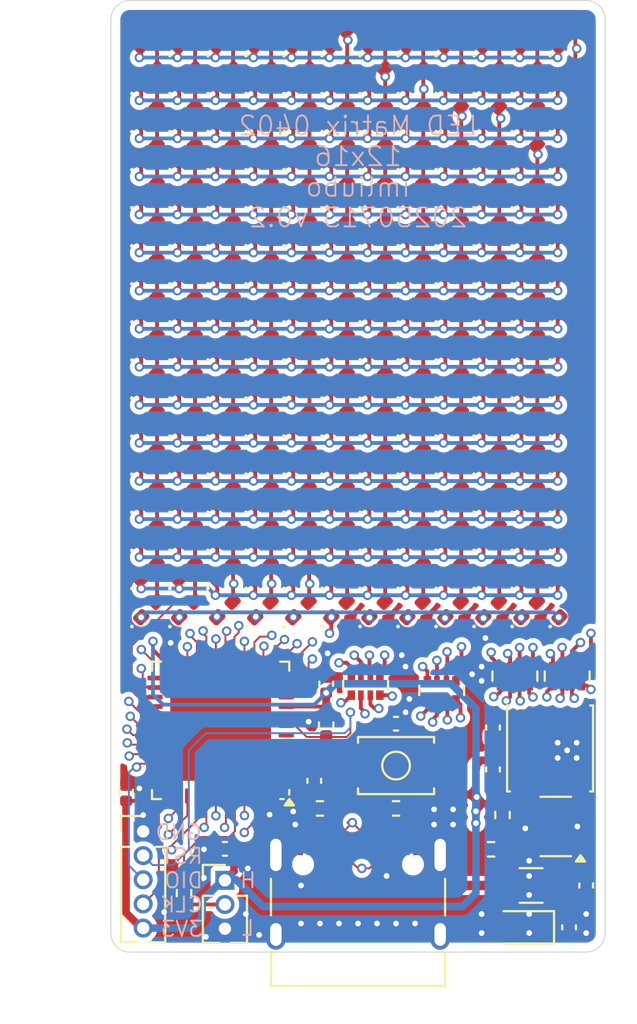
<source format=kicad_pcb>
(kicad_pcb (version 20241229) (generator "pcbnew") (generator_version "9.0")
  (layers (0 "F.Cu" signal) (4 "In1.Cu" signal) (6 "In2.Cu" signal) (2 "B.Cu" signal) (13 "F.Paste" user) (15 "B.Paste" user) (5 "F.SilkS" user "F.Silkscreen") (7 "B.SilkS" user "B.Silkscreen") (1 "F.Mask" user) (3 "B.Mask" user) (25 "Edge.Cuts" user))
  (net 0 "")
  (net 1 "+3V3")
  (net 2 "GND")
  (net 3 "/BTN_0")
  (net 4 "+5VD")
  (net 5 "/col_0")
  (net 6 "/col_1")
  (net 7 "/col_2")
  (net 8 "/col_3")
  (net 9 "Net-(D10-K)")
  (net 10 "Net-(D103-K)")
  (net 11 "Net-(D104-K)")
  (net 12 "Net-(D105-K)")
  (net 13 "Net-(D100-K)")
  (net 14 "Net-(D101-K)")
  (net 15 "Net-(D102-K)")
  (net 16 "/col_4")
  (net 17 "/col_5")
  (net 18 "/col_6")
  (net 19 "/col_7")
  (net 20 "/col_8")
  (net 21 "/col_9")
  (net 22 "/col_10")
  (net 23 "/col_11")
  (net 24 "+5V")
  (net 25 "/CLK")
  (net 26 "/RST")
  (net 27 "/DIO")
  (net 28 "/USB_DM")
  (net 29 "/USB_DP")
  (net 30 "Net-(U2-LX)")
  (net 31 "/row_0")
  (net 32 "/row_1")
  (net 33 "/row_2")
  (net 34 "/row_3")
  (net 35 "/row_4")
  (net 36 "/row_5")
  (net 37 "/row_6")
  (net 38 "/row_7")
  (net 39 "/row_8")
  (net 40 "/row_9")
  (net 42 "/row_10")
  (net 43 "/row_11")
  (net 44 "/row_12")
  (net 45 "/row_13")
  (net 46 "/row_14")
  (net 47 "/row_15")
  (net 48 "/BOOT0")
  (net 49 "Net-(U2-FB)")
  (net 50 "Net-(D114-K)")
  (net 52 "Net-(D115-K)")
  (net 53 "Net-(D107-K)")
  (net 54 "Net-(D108-K)")
  (net 55 "Net-(D109-K)")
  (net 56 "Net-(D110-K)")
  (net 57 "Net-(D111-K)")
  (net 58 "Net-(D112-K)")
  (net 59 "Net-(D113-K)")
  (net 64 "Net-(J1-CC2)")
  (net 65 "Net-(J1-CC1)")
  (net 66 "Net-(J3-Pin_2)")
  (footprint "LED_SMD:LED_0402_1005Metric_Pad0.77x0.64mm_HandSolder" (layer "F.Cu") (at 140 76 45)
    (property "Reference" "D55" (hide yes))
    (property "Value" "LED")
  )
  (footprint "LED_SMD:LED_0402_1005Metric_Pad0.77x0.64mm_HandSolder" (layer "F.Cu") (at 134 86 45)
    (property "Reference" "D12" (hide yes))
    (property "Value" "LED")
  )
  (footprint "LED_SMD:LED_0402_1005Metric_Pad0.77x0.64mm_HandSolder" (layer "F.Cu") (at 144 72 45)
    (property "Reference" "D85" (hide yes))
    (property "Value" "LED")
  )
  (footprint "LED_SMD:LED_0402_1005Metric_Pad0.77x0.64mm_HandSolder" (layer "F.Cu") (at 134 96 45)
    (property "Reference" "D17" (hide yes))
    (property "Value" "LED")
  )
  (footprint "Capacitor_SMD:C_0402_1005Metric" (layer "F.Cu") (at 152.1 104.4 -90)
    (property "Reference" "C9" (hide yes))
    (property "Value" "10uF")
  )
  (footprint "LED_SMD:LED_0402_1005Metric_Pad0.77x0.64mm_HandSolder" (layer "F.Cu") (at 142 88 45)
    (property "Reference" "D77" (hide yes))
    (property "Value" "LED")
  )
  (footprint "Fuse:Fuse_1206_3216Metric" (layer "F.Cu") (at 154.1 110.5)
    (property "Reference" "F1" (hide yes))
    (property "Value" "Fuse")
  )
  (footprint "LED_SMD:LED_0402_1005Metric_Pad0.77x0.64mm_HandSolder" (layer "F.Cu") (at 134 72 45)
    (property "Reference" "D5" (hide yes))
    (property "Value" "LED")
  )
  (footprint "LED_SMD:LED_0402_1005Metric_Pad0.77x0.64mm_HandSolder" (layer "F.Cu") (at 148 70 45)
    (property "Reference" "D116" (hide yes))
    (property "Value" "LED")
  )
  (footprint "LED_SMD:LED_0402_1005Metric_Pad0.77x0.64mm_HandSolder" (layer "F.Cu") (at 140 86 45)
    (property "Reference" "D60" (hide yes))
    (property "Value" "LED")
  )
  (footprint "LED_SMD:LED_0402_1005Metric_Pad0.77x0.64mm_HandSolder" (layer "F.Cu") (at 136 86 45)
    (property "Reference" "D28" (hide yes))
    (property "Value" "LED")
  )
  (footprint "LED_SMD:LED_0402_1005Metric_Pad0.77x0.64mm_HandSolder" (layer "F.Cu") (at 142 82 45)
    (property "Reference" "D74" (hide yes))
    (property "Value" "LED")
  )
  (footprint "LED_SMD:LED_0402_1005Metric_Pad0.77x0.64mm_HandSolder" (layer "F.Cu") (at 134 70 45)
    (property "Reference" "D4" (hide yes))
    (property "Value" "LED")
  )
  (footprint "LED_SMD:LED_0402_1005Metric_Pad0.77x0.64mm_HandSolder" (layer "F.Cu") (at 156 96 45)
    (property "Reference" "D193" (hide yes))
    (property "Value" "LED")
  )
  (footprint "LED_SMD:LED_0402_1005Metric_Pad0.77x0.64mm_HandSolder" (layer "F.Cu") (at 154 66 45)
    (property "Reference" "D162" (hide yes))
    (property "Value" "LED")
  )
  (footprint "LED_SMD:LED_0402_1005Metric_Pad0.77x0.64mm_HandSolder" (layer "F.Cu") (at 148 90 45)
    (property "Reference" "D126" (hide yes))
    (property "Value" "LED")
  )
  (footprint "imliubo-stable:USB_C" (layer "F.Cu") (at 145 112)
    (property "Reference" "J1" (hide yes))
    (property "Value" "USB_C")
  )
  (footprint "LED_SMD:LED_0402_1005Metric_Pad0.77x0.64mm_HandSolder" (layer "F.Cu") (at 140 72 45)
    (property "Reference" "D53" (hide yes))
    (property "Value" "LED")
  )
  (footprint "LED_SMD:LED_0402_1005Metric_Pad0.77x0.64mm_HandSolder" (layer "F.Cu") (at 146 90 45)
    (property "Reference" "D110" (hide yes))
    (property "Value" "LED")
  )
  (footprint "LED_SMD:LED_0402_1005Metric_Pad0.77x0.64mm_HandSolder" (layer "F.Cu") (at 134 74 45)
    (property "Reference" "D6" (hide yes))
    (property "Value" "LED")
  )
  (footprint "LED_SMD:LED_0402_1005Metric_Pad0.77x0.64mm_HandSolder" (layer "F.Cu") (at 146 78 45)
    (property "Reference" "D104" (hide yes))
    (property "Value" "LED")
  )
  (footprint "LED_SMD:LED_0402_1005Metric_Pad0.77x0.64mm_HandSolder" (layer "F.Cu") (at 144 74 45)
    (property "Reference" "D86" (hide yes))
    (property "Value" "LED")
  )
  (footprint "LED_SMD:LED_0402_1005Metric_Pad0.77x0.64mm_HandSolder" (layer "F.Cu") (at 148 76 45)
    (property "Reference" "D119" (hide yes))
    (property "Value" "LED")
  )
  (footprint "Inductor_SMD:L_Changjiang_FNR4020S" (layer "F.Cu") (at 155.1 103.3 90)
    (property "Reference" "L1" (hide yes))
    (property "Value" "2.2uH/1.2A")
  )
  (footprint "Resistor_SMD:R_0402_1005Metric_Pad0.72x0.64mm_HandSolder" (layer "F.Cu") (at 152.6 106.8 90)
    (property "Reference" "R6" (hide yes))
    (property "Value" "100K")
  )
  (footprint "LED_SMD:LED_0402_1005Metric_Pad0.77x0.64mm_HandSolder" (layer "F.Cu") (at 142 92 45)
    (property "Reference" "D79" (hide yes))
    (property "Value" "LED")
  )
  (footprint "LED_SMD:LED_0402_1005Metric_Pad0.77x0.64mm_HandSolder" (layer "F.Cu") (at 154 70 45)
    (property "Reference" "D164" (hide yes))
    (property "Value" "LED")
  )
  (footprint "Resistor_SMD:R_Array_Convex_4x0402" (layer "F.Cu") (at 149.4 100.25 -90)
    (property "Reference" "RN3" (hide yes))
    (property "Value" "R_Pack04")
  )
  (footprint "LED_SMD:LED_0402_1005Metric_Pad0.77x0.64mm_HandSolder" (layer "F.Cu") (at 156 84 45)
    (property "Reference" "D187" (hide yes))
    (property "Value" "LED")
  )
  (footprint "LED_SMD:LED_0402_1005Metric_Pad0.77x0.64mm_HandSolder" (layer "F.Cu") (at 138 96 45)
    (property "Reference" "D49" (hide yes))
    (property "Value" "LED")
  )
  (footprint "LED_SMD:LED_0402_1005Metric_Pad0.77x0.64mm_HandSolder" (layer "F.Cu") (at 154 80 45)
    (property "Reference" "D169" (hide yes))
    (property "Value" "LED")
  )
  (footprint "LED_SMD:LED_0402_1005Metric_Pad0.77x0.64mm_HandSolder" (layer "F.Cu") (at 142 96 45)
    (property "Reference" "D81" (hide yes))
    (property "Value" "LED")
  )
  (footprint "Capacitor_SMD:C_0402_1005Metric" (layer "F.Cu") (at 138 108.575 180)
    (property "Reference" "C5" (hide yes))
    (property "Value" "C")
  )
  (footprint "LED_SMD:LED_0402_1005Metric_Pad0.77x0.64mm_HandSolder" (layer "F.Cu") (at 152 72 45)
    (property "Reference" "D149" (hide yes))
    (property "Value" "LED")
  )
  (footprint "LED_SMD:LED_0402_1005Metric_Pad0.77x0.64mm_HandSolder" (layer "F.Cu") (at 138 68 45)
    (property "Reference" "D35" (hide yes))
    (property "Value" "LED")
  )
  (footprint "LED_SMD:LED_0402_1005Metric_Pad0.77x0.64mm_HandSolder" (layer "F.Cu") (at 136 80 45)
    (property "Reference" "D25" (hide yes))
    (property "Value" "LED")
  )
  (footprint "LED_SMD:LED_0402_1005Metric_Pad0.77x0.64mm_HandSolder" (layer "F.Cu") (at 136 76 45)
    (property "Reference" "D23" (hide yes))
    (property "Value" "LED")
  )
  (footprint "LED_SMD:LED_0402_1005Metric_Pad0.77x0.64mm_HandSolder" (layer "F.Cu") (at 144 84 45)
    (property "Reference" "D91" (hide yes))
    (property "Value" "LED")
  )
  (footprint "LED_SMD:LED_0402_1005Metric_Pad0.77x0.64mm_HandSolder" (layer "F.Cu") (at 144 86 45)
    (property "Reference" "D92" (hide yes))
    (property "Value" "LED")
  )
  (footprint "Capacitor_SMD:C_0402_1005Metric" (layer "F.Cu") (at 156.1 112.7 -90)
    (property "Reference" "C3" (hide yes))
    (property "Value" "100nF")
  )
  (footprint "LED_SMD:LED_0402_1005Metric_Pad0.77x0.64mm_HandSolder" (layer "F.Cu") (at 154 74 45)
    (property "Reference" "D166" (hide yes))
    (property "Value" "LED")
  )
  (footprint "LED_SMD:LED_0402_1005Metric_Pad0.77x0.64mm_HandSolder" (layer "F.Cu") (at 154 82 45)
    (property "Reference" "D170" (hide yes))
    (property "Value" "LED")
  )
  (footprint "Capacitor_SMD:C_0402_1005Metric" (layer "F.Cu") (at 157 110.5 -90)
    (property "Reference" "C2" (hide yes))
    (property "Value" "10uF")
  )
  (footprint "LED_SMD:LED_0402_1005Metric_Pad0.77x0.64mm_HandSolder" (layer "F.Cu") (at 138 74 45)
    (property "Reference" "D38" (hide yes))
    (property "Value" "LED")
  )
  (footprint "LED_SMD:LED_0402_1005Metric_Pad0.77x0.64mm_HandSolder" (layer "F.Cu") (at 142 90 45)
    (property "Reference" "D78" (hide yes))
    (property "Value" "LED")
  )
  (footprint "LED_SMD:LED_0402_1005Metric_Pad0.77x0.64mm_HandSolder" (layer "F.Cu") (at 138 76 45)
    (property "Reference" "D39" (hide yes))
    (property "Value" "LED")
  )
  (footprint "LED_SMD:LED_0402_1005Metric_Pad0.77x0.64mm_HandSolder" (layer "F.Cu") (at 146 88 45)
    (property "Reference" "D109" (hide yes))
    (property "Value" "LED")
  )
  (footprint "LED_SMD:LED_0402_1005Metric_Pad0.77x0.64mm_HandSolder" (layer "F.Cu") (at 138 70 45)
    (property "Reference" "D36" (hide yes))
    (property "Value" "LED")
  )
  (footprint "LED_SMD:LED_0402_1005Metric_Pad0.77x0.64mm_HandSolder" (layer "F.Cu") (at 144 94 45)
    (property "Reference" "D96" (hide yes))
    (property "Value" "LED")
  )
  (footprint "LED_SMD:LED_0402_1005Metric_Pad0.77x0.64mm_HandSolder" (layer "F.Cu") (at 150 96 45)
    (property "Reference" "D145" (hide yes))
    (property "Value" "LED")
  )
  (footprint "Capacitor_SMD:C_0402_1005Metric" (layer "F.Cu") (at 152.1 102.2 90)
    (property "Reference" "C8" (hide yes))
    (property "Value" "10uF")
  )
  (footprint "LED_SMD:LED_0402_1005Metric_Pad0.77x0.64mm_HandSolder" (layer "F.Cu") (at 140 90 45)
    (property "Reference" "D62" (hide yes))
    (property "Value" "LED")
  )
  (footprint "LED_SMD:LED_0402_1005Metric_Pad0.77x0.64mm_HandSolder" (layer "F.Cu") (at 144 76 45)
    (property "Reference" "D87" (hide yes))
    (property "Value" "LED")
  )
  (footprint "LED_SMD:LED_0402_1005Metric_Pad0.77x0.64mm_HandSolder" (layer "F.Cu") (at 136 74 45)
    (property "Reference" "D22" (hide yes))
    (property "Value" "LED")
  )
  (footprint "LED_SMD:LED_0402_1005Metric_Pad0.77x0.64mm_HandSolder" (layer "F.Cu") (at 148 84 45)
    (property "Reference" "D123" (hide yes))
    (property "Value" "LED")
  )
  (footprint "LED_SMD:LED_0402_1005Metric_Pad0.77x0.64mm_HandSolder" (layer "F.Cu") (at 156 94 45)
    (property "Reference" "D192" (hide yes))
    (property "Value" "LED")
  )
  (footprint "LED_SMD:LED_0402_1005Metric_Pad0.77x0.64mm_HandSolder" (layer "F.Cu") (at 138 66 45)
    (property "Reference" "D34" (hide yes))
    (property "Value" "LED")
  )
  (footprint "LED_SMD:LED_0402_1005Metric_Pad0.77x0.64mm_HandSolder" (layer "F.Cu") (at 156 68 45)
    (property "Reference" "D179" (hide yes))
    (property "Value" "LED")
  )
  (footprint "LED_SMD:LED_0402_1005Metric_Pad0.77x0.64mm_HandSolder" (layer "F.Cu") (at 148 96 45)
    (property "Reference" "D129" (hide yes))
    (property "Value" "LED")
  )
  (footprint "LED_SMD:LED_0402_1005Metric_Pad0.77x0.64mm_HandSolder" (layer "F.Cu") (at 152 74 45)
    (property "Reference" "D150" (hide yes))
    (property "Value" "LED")
  )
  (footprint "LED_SMD:LED_0402_1005Metric_Pad0.77x0.64mm_HandSolder" (layer "F.Cu") (at 150 68 45)
    (property "Reference" "D131" (hide yes))
    (property "Value" "LED")
  )
  (footprint "Resistor_SMD:R_0402_1005Metric_Pad0.72x0.64mm_HandSolder" (layer "F.Cu") (at 143 106.45)
    (property "Reference" "R1" (hide yes))
    (property "Value" "5.1K")
  )
  (footprint "LED_SMD:LED_0402_1005Metric_Pad0.77x0.64mm_HandSolder" (layer "F.Cu") (at 134 84 45)
    (property "Reference" "D11" (hide yes))
    (property "Value" "LED")
  )
  (footprint "LED_SMD:LED_0402_1005Metric_Pad0.77x0.64mm_HandSolder" (layer "F.Cu") (at 146 70 45)
    (property "Reference" "D100" (hide yes))
    (property "Value" "LED")
  )
  (footprint "LED_SMD:LED_0402_1005Metric_Pad0.77x0.64mm_HandSolder" (layer "F.Cu") (at 142 80 45)
    (property "Reference" "D73" (hide yes))
    (property "Value" "LED")
  )
  (footprint "Resistor_SMD:R_Array_Convex_4x0402" (layer "F.Cu") (at 153.25 99.5 -90)
    (property "Reference" "RN2" (hide yes))
    (property "Value" "R_Pack04")
  )
  (footprint "LED_SMD:LED_0402_1005Metric_Pad0.77x0.64mm_HandSolder" (layer "F.Cu") (at 146 80 45)
    (property "Reference" "D105" (hide yes))
    (property "Value" "LED")
  )
  (footprint "LED_SMD:LED_0402_1005Metric_Pad0.77x0.64mm_HandSolder" (layer "F.Cu") (at 134 88 45)
    (property "Reference" "D13" (hide yes))
    (property "Value" "LED")
  )
  (footprint "LED_SMD:LED_0402_1005Metric_Pad0.77x0.64mm_HandSolder" (layer "F.Cu") (at 148 66 45)
    (property "Reference" "D114" (hide yes))
    (property "Value" "LED")
  )
  (footprint "LED_SMD:LED_0402_1005Metric_Pad0.77x0.64mm_HandSolder" (layer "F.Cu") (at 144 70 45)
    (property "Reference" "D84" (hide yes))
    (property "Value" "LED")
  )
  (footprint "LED_SMD:LED_0402_1005Metric_Pad0.77x0.64mm_HandSolder" (layer "F.Cu") (at 140 80 45)
    (property "Reference" "D57" (hide yes))
    (property "Value" "LED")
  )
  (footprint "LED_SMD:LED_0402_1005Metric_Pad0.77x0.64mm_HandSolder" (layer "F.Cu") (at 152 68 45)
    (property "Reference" "D147" (hide yes))
    (property "Value" "LED")
  )
  (footprint "LED_SMD:LED_0402_1005Metric_Pad0.77x0.64mm_HandSolder" (layer "F.Cu") (at 148 94 45)
    (property "Reference" "D128" (hide yes))
    (property "Value" "LED")
  )
  (footprint "LED_SMD:LED_0402_1005Metric_Pad0.77x0.64mm_HandSolder" (layer "F.Cu") (at 140 88 45)
    (property "Reference" "D61" (hide yes))
    (property "Value" "LED")
  )
  (footprint "LED_SMD:LED_0402_1005Metric_Pad0.77x0.64mm_HandSolder" (layer "F.Cu") (at 136 90 45)
    (property "Reference" "D30" (hide yes))
    (property "Value" "LED")
  )
  (footprint "LED_SMD:LED_0402_1005Metric_Pad0.77x0.64mm_HandSolder" (layer "F.Cu") (at 136 78 45)
    (property "Reference" "D24" (hide yes))
    (property "Value" "LED")
  )
  (footprint "LED_SMD:LED_0402_1005Metric_Pad0.77x0.64mm_HandSolder" (layer "F.Cu") (at 146 76 45)
    (property "Reference" "D103" (hide yes))
    (property "Value" "LED")
  )
  (footprint "LED_SMD:LED_0402_1005Metric_Pad0.77x0.64mm_HandSolder" (layer "F.Cu") (at 138 82 45)
    (property "Reference" "D42" (hide yes))
    (property "Value" "LED")
  )
  (footprint "Capacitor_SMD:C_0402_1005Metric" (layer "F.Cu") (at 143.325 99.9 -90)
    (property "Reference" "C7" (hide yes))
    (property "Value" "C")
  )
  (footprint "LED_SMD:LED_0402_1005Metric_Pad0.77x0.64mm_HandSolder" (layer "F.Cu") (at 142 68 45)
    (property "Reference" "D67" (hide yes))
    (property "Value" "LED")
  )
  (footprint "LED_SMD:LED_0402_1005Metric_Pad0.77x0.64mm_HandSolder" (layer "F.Cu") (at 152 88 45)
    (property "Reference" "D157" (hide yes))
    (property "Value" "LED")
  )
  (footprint "LED_SMD:LED_0402_1005Metric_Pad0.77x0.64mm_HandSolder" (layer "F.Cu") (at 146 68 45)
    (property "Reference" "D99" (hide yes))
    (property "Value" "LED")
  )
  (footprint "LED_SMD:LED_0402_1005Metric_Pad0.77x0.64mm_HandSolder" (layer "F.Cu") (at 148 92 45)
    (property "Reference" "D127" (hide yes))
    (property "Value" "LED")
  )
  (footprint "LED_SMD:LED_0402_1005Metric_Pad0.77x0.64mm_HandSolder" (layer "F.Cu") (at 156 66 45)
    (property "Reference" "D178" (hide yes))
    (property "Value" "LED")
  )
  (footprint "Capacitor_SMD:C_0402_1005Metric" (layer "F.Cu") (at 142.7 105 90)
    (property "Reference" "C6" (hide yes))
    (property "Value" "C")
  )
  (footprint "Connector_PinHeader_1.27mm:PinHeader_1x05_P1.27mm_Vertical" (layer "F.Cu") (at 133.7 107.66)
    (property "Reference" "J2" (hide yes))
    (property "Value" "Conn_01x05_Socket")
  )
  (footprint "LED_SMD:LED_0402_1005Metric_Pad0.77x0.64mm_HandSolder" (layer "F.Cu") (at 134 92 45)
    (property "Reference" "D15" (hide yes))
    (property "Value" "LED")
  )
  (footprint "LED_SMD:LED_0402_1005Metric_Pad0.77x0.64mm_HandSolder" (layer "F.Cu") (at 138 94 45)
    (property "Reference" "D48" (hide yes))
    (property "Value" "LED")
  )
  (footprint "LED_SMD:LED_0402_1005Metric_Pad0.77x0.64mm_HandSolder" (layer "F.Cu") (at 134 68 45)
    (property "Reference" "D3" (hide yes))
    (property "Value" "LED")
  )
  (footprint "LED_SMD:LED_0402_1005Metric_Pad0.77x0.64mm_HandSolder" (layer "F.Cu") (at 144 96 45)
    (property "Reference" "D97" (hide yes))
    (property "Value" "LED")
  )
  (footprint "LED_SMD:LED_0402_1005Metric_Pad0.77x0.64mm_HandSolder" (layer "F.Cu") (at 136 88 45)
    (property "Reference" "D29" (hide yes))
    (property "Value" "LED")
  )
  (footprint "LED_SMD:LED_0402_1005Metric_Pad0.77x0.64mm_HandSolder" (layer "F.Cu") (at 150 70 45)
    (property "Reference" "D132" (hide yes))
    (property "Value" "LED")
  )
  (footprint "LED_SMD:LED_0402_1005Metric_Pad0.77x0.64mm_HandSolder" (layer "F.Cu") (at 150 74 45)
    (property "Reference" "D134" (hide yes))
    (property "Value" "LED")
  )
  (footprint "LED_SMD:LED_0402_1005Metric_Pad0.77x0.64mm_HandSolder" (layer "F.Cu") (at 140 78 45)
    (property "Reference" "D56" (hide yes))
    (property "Value" "LED")
  )
  (footprint "LED_SMD:LED_0402_1005Metric_Pad0.77x0.64mm_HandSolder" (layer "F.Cu") (at 140 82 45)
    (property "Reference" "D58" (hide yes))
    (property "Value" "LED")
  )
  (footprint "LED_SMD:LED_0402_1005Metric_Pad0.77x0.64mm_HandSolder" (layer "F.Cu") (at 148 68 45)
    (property "Reference" "D115" (hide yes))
    (property "Value" "LED")
  )
  (footprint "LED_SMD:LED_0402_1005Metric_Pad0.77x0.64mm_HandSolder" (layer "F.Cu") (at 144 68 45)
    (property "Reference" "D83" (hide yes))
    (property "Value" "LED")
  )
  (footprint "LED_SMD:LED_0402_1005Metric_Pad0.77x0.64mm_HandSolder" (layer "F.Cu") (at 144 66 45)
    (property "Reference" "D82" (hide yes))
    (property "Value" "LED")
  )
  (footprint "LED_SMD:LED_0402_1005Metric_Pad0.77x0.64mm_HandSolder" (layer "F.Cu") (at 138 86 45)
    (property "Reference" "D44" (hide yes))
    (property "Value" "LED")
  )
  (footprint "LED_SMD:LED_0402_1005Metric_Pad0.77x0.64mm_HandSolder" (layer "F.Cu") (at 156 72 45)
    (property "Reference" "D181" (hide yes))
    (property "Value" "LED")
  )
  (footprint "LED_SMD:LED_0402_1005Metric_Pad0.77x0.64mm_HandSolder" (layer "F.Cu") (at 138 84 45)
    (property "Reference" "D43" (hide yes))
    (property "Value" "LED")
  )
  (footprint "LED_SMD:LED_0402_1005Metric_Pad0.77x0.64mm_HandSolder" (layer "F.Cu") (at 142 76 45)
    (property "Reference" "D71" (hide yes))
    (property "Value" "LED")
  )
  (footprint "LED_SMD:LED_0402_1005Metric_Pad0.77x0.64mm_HandSolder" (layer "F.Cu") (at 148 88 45)
    (property "Reference" "D125" (hide yes))
    (property "Value" "LED")
  )
  (footprint "Diode_SMD:D_SOD-323" (layer "F.Cu") (at 153.7 112.7 180)
    (property "Reference" "D1" (hide yes))
    (property "Value" "PESD5V0L1BA")
  )
  (footprint "LED_SMD:LED_0402_1005Metric_Pad0.77x0.64mm_HandSolder" (layer "F.Cu") (at 156 90 45)
    (property "Reference" "D190" (hide yes))
    (property "Value" "LED")
  )
  (footprint "LED_SMD:LED_0402_1005Metric_Pad0.77x0.64mm_HandSolder" (layer "F.Cu") (at 154 86 45)
    (property "Reference" "D172" (hide yes))
    (property "Value" "LED")
  )
  (footprint "LED_SMD:LED_0402_1005Metric_Pad0.77x0.64mm_HandSolder" (layer "F.Cu") (at 142 72 45)
    (property "Reference" "D69" (hide yes))
    (property "Value" "LED")
  )
  (footprint "LED_SMD:LED_0402_1005Metric_Pad0.77x0.64mm_HandSolder" (layer "F.Cu") (at 154 94 45)
    (property "Reference" "D176" (hide yes))
    (property "Value" "LED")
  )
  (footprint "LED_SMD:LED_0402_1005Metric_Pad0.77x0.64mm_HandSolder" (layer "F.Cu") (at 134 76 45)
    (property "Reference" "D7" (hide yes))
    (property "Value" "LED")
  )
  (footprint "LED_SMD:LED_0402_1005Metric_Pad0.77x0.64mm_HandSolder" (layer "F.Cu") (at 154 84 45)
    (property "Reference" "D171" (hide yes))
    (property "Value" "LED")
  )
  (footprint "LED_SMD:LED_0402_1005Metric_Pad0.77x0.64mm_HandSolder" (layer "F.Cu") (at 140 94 45)
    (property "Reference" "D64" (hide yes))
    (property "Value" "LED")
  )
  (footprint "LED_SMD:LED_0402_1005Metric_Pad0.77x0.64mm_HandSolder" (layer "F.Cu") (at 144 78 45)
    (property "Reference" "D88" (hide yes))
    (property "Value" "LED")
  )
  (footprint "LED_SMD:LED_0402_1005Metric_Pad0.77x0.64mm_HandSolder" (layer "F.Cu") (at 150 72 45)
    (property "Reference" "D133" (hide yes))
    (property "Value" "LED")
  )
  (footprint "LED_SMD:LED_0402_1005Metric_Pad0.77x0.64mm_HandSolder" (layer "F.Cu") (at 152 90 45)
    (property "Reference" "D158" (hide yes))
    (property "Value" "LED")
  )
  (footprint "LED_SMD:LED_0402_1005Metric_Pad0.77x0.64mm_HandSolder" (layer "F.Cu") (at 140 68 45)
    (property "Reference" "D51" (hide yes))
    (property "Value" "LED")
  )
  (footprint "LED_SMD:LED_0402_1005Metric_Pad0.77x0.64mm_HandSolder" (layer "F.Cu") (at 156 92 45)
    (property "Reference" "D191" (hide yes))
    (property "Value" "LED")
  )
  (footprint "LED_SMD:LED_0402_1005Metric_Pad0.77x0.64mm_HandSolder" (layer "F.Cu") (at 156 70 45)
    (property "Reference" "D180" (hide yes))
    (property "Value" "LED")
  )
  (footprint "Resistor_SMD:R_0402_1005Metric_Pad0.72x0.64mm_HandSolder" (layer "F.Cu") (at 143.325 102.1 90)
    (property "Reference" "R4" (hide yes))
    (property "Value" "10K")
  )
  (footprint "LED_SMD:LED_0402_1005Metric_Pad0.77x0.64mm_HandSolder" (layer "F.Cu") (at 156 86 45)
    (property "Reference" "D188" (hide yes))
    (property "Value" "LED")
  )
  (footprint "LED_SMD:LED_0402_1005Metric_Pad0.77x0.64mm_HandSolder" (layer "F.Cu") (at 146 86 45)
    (property "Reference" "D108" (hide yes))
    (property "Value" "LED")
  )
  (footprint "Package_DFN_QFN:QFN-48-1EP_7x7mm_P0.5mm_EP5.3x5.3mm" (layer "F.Cu") (at 137.775 102.35 180)
    (property "Reference" "U1" (hide yes))
    (property "Value" "CH32V203CxTx")
  )
  (footprint "LED_SMD:LED_0402_1005Metric_Pad0.77x0.64mm_HandSolder" (layer "F.Cu") (at 140 70 45)
    (property "Reference" "D52" (hide yes))
    (property "Value" "LED")
  )
  (footprint "LED_SMD:LED_0402_1005Metric_Pad0.77x0.64mm_HandSolder" (layer "F.Cu") (at 142 74 45)
    (property "Reference" "D70" (hide yes))
    (property "Value" "LED")
  )
  (footprint "LED_SMD:LED_0402_1005Metric_Pad0.77x0.64mm_HandSolder" (layer "F.Cu") (at 146 94 45)
    (property "Reference" "D112" (hide yes))
    (property "Value" "LED")
  )
  (footprint "LED_SMD:LED_0402_1005Metric_Pad0.77x0.64mm_HandSolder" (layer "F.Cu") (at 154 96 45)
    (property "Reference" "D177" (hide yes))
    (property "Value" "LED")
  )
  (footprint "LED_SMD:LED_0402_1005Metric_Pad0.77x0.64mm_HandSolder" (layer "F.Cu") (at 152 66 45)
    (property "Reference" "D146" (hide yes))
    (property "Value" "LED")
  )
  (footprint "LED_SMD:LED_0402_1005Metric_Pad0.77x0.64mm_HandSolder" (layer "F.Cu") (at 152 86 45)
    (property "Reference" "D156" (hide yes))
    (property "Value" "LED")
  )
  (footprint "Capacitor_SMD:C_0402_1005Metric" (layer "F.Cu") (at 147 102 180)
    (property "Reference" "C1" (hide yes))
    (property "Value" "C")
  )
  (footprint "imliubo-stable:Button_2Pin_3x4x2" (layer "F.Cu") (at 147 104.2)
    (property "Reference" "SW1" (hide yes))
    (property "Value" "Mini_Button_3x4x2")
  )
  (footprint "LED_SMD:LED_0402_1005Metric_Pad0.77x0.64mm_HandSolder" (layer "F.Cu") (at 156 76 45)
    (property "Reference" "D183" (hide yes))
    (property "Value" "LED")
  )
  (footprint "LED_SMD:LED_0402_1005Metric_Pad0.77x0.64mm_HandSolder" (layer "F.Cu") (at 150 82 45)
    (property "Reference" "D138" (hide yes))
    (property "Value" "LED")
  )
  (footprint "LED_SMD:LED_0402_1005Metric_Pad0.77x0.64mm_HandSolder" (layer "F.Cu") (at 152 92 45)
    (property "Reference" "D159" (hide yes))
    (property "Value" "LED")
  )
  (footprint "LED_SMD:LED_0402_1005Metric_Pad0.77x0.64mm_HandSolder" (layer "F.Cu") (at 154 88 45)
    (property "Reference" "D173" (hide yes))
    (property "Value" "LED")
  )
  (footprint "Package_TO_SOT_SMD:SOT-23-5" (layer "F.Cu") (at 155.4 107.4 180)
    (property "Reference" "U2" (hide yes))
    (property "Value" "SY8088AAC")
  )
  (footprint "Capacitor_SMD:C_0402_1005Metric" (layer "F.Cu") (at 132.8 105.575 -90)
    (property "Reference" "C4" (hide yes))
    (property "Value" "C")
  )
  (footprint "LED_SMD:LED_0402_1005Metric_Pad0.77x0.64mm_HandSolder" (layer "F.Cu") (at 136 96 45)
    (property "Reference" "D33" (hide yes))
    (property "Value" "LED")
  )
  (footprint "LED_SMD:LED_0402_1005Metric_Pad0.77x0.64mm_HandSolder" (layer "F.Cu") (at 140 84 45)
    (property "Reference" "D59" (hide yes))
    (property "Value" "LED")
  )
  (footprint "LED_SMD:LED_0402_1005Metric_Pad0.77x0.64mm_HandSolder" (layer "F.Cu") (at 142 86 45)
    (property "Reference" "D76" (hide yes))
    (property "Value" "LED")
  )
  (footprint "LED_SMD:LED_0402_1005Metric_Pad0.77x0.64mm_HandSolder" (layer "F.Cu") (at 152 76 45)
    (property "Reference" "D151" (hide yes))
    (property "Value" "LED")
  )
  (footprint "LED_SMD:LED_0402_1005Metric_Pad0.77x0.64mm_HandSolder" (layer "F.Cu") (at 134 82 45)
    (property "Reference" "D10" (hide yes))
    (property "Value" "LED")
  )
  (footprint "LED_SMD:LED_0402_1005Metric_Pad0.77x0.64mm_HandSolder" (layer "F.Cu") (at 142 78 45)
    (property "Reference" "D72" (hide yes))
    (property "Value" "LED")
  )
  (footprint "LED_SMD:LED_0402_1005Metric_Pad0.77x0.64mm_HandSolder" (layer "F.Cu") (at 144 80 45)
    (property "Reference" "D89" (hide yes))
    (property "Value" "LED")
  )
  (footprint "LED_SMD:LED_0402_1005Metric_Pad0.77x0.64mm_HandSolder" (layer "F.Cu") (at 138 72 45)
    (property "Reference" "D37" (hide yes))
    (property "Value" "LED")
  )
  (footprint "LED_SMD:LED_0402_1005Metric_Pad0.77x0.64mm_HandSolder" (layer "F.Cu") (at 150 94 45)
    (property "Reference" "D144" (hide yes))
    (property "Value" "LED")
  )
  (footprint "LED_SMD:LED_0402_1005Metric_Pad0.77x0.64mm_HandSolder" (layer "F.Cu") (at 148 74 45)
    (property "Reference" "D118" (hide yes))
    (property "Value" "LED")
  )
  (footprint "LED_SMD:LED_0402_1005Metric_Pad0.77x0.64mm_HandSolder" (layer "F.Cu") (at 136 82 45)
    (property "Reference" "D26" (hide yes))
    (property "Value" "LED")
  )
  (footprint "LED_SMD:LED_0402_1005Metric_Pad0.77x0.64mm_HandSolder" (layer "F.Cu") (at 142 84 45)
    (property "Reference" "D75" (hide yes))
    (property "Value" "LED")
  )
  (footprint "LED_SMD:LED_0402_1005Metric_Pad0.77x0.64mm_HandSolder" (layer "F.Cu") (at 146 72 45)
    (property "Reference" "D101" (hide yes))
    (property "Value" "LED")
  )
  (footprint "LED_SMD:LED_0402_1005Metric_Pad0.77x0.64mm_HandSolder" (layer "F.Cu") (at 150 90 45)
    (property "Reference" "D142" (hide yes))
    (property "Value" "LED")
  )
  (footprint "LED_SMD:LED_0402_1005Metric_Pad0.77x0.64mm_HandSolder" (layer "F.Cu") (at 156 82 45)
    (property "Reference" "D186" (hide yes))
    (property "Value" "LED")
  )
  (footprint "LED_SMD:LED_0402_1005Metric_Pad0.77x0.64mm_HandSolder" (layer "F.Cu") (at 134 94 45)
    (property "Reference" "D16" (hide yes))
    (property "Value" "LED")
  )
  (footprint "LED_SMD:LED_0402_1005Metric_Pad0.77x0.64mm_HandSolder" (layer "F.Cu") (at 152 80 45)
    (property "Reference" "D153" (hide yes))
    (property "Value" "LED")
  )
  (footprint "LED_SMD:LED_0402_1005Metric_Pad0.77x0.64mm_HandSolder" (layer "F.Cu") (at 142 66 45)
    (property "Reference" "D66" (hide yes))
    (property "Value" "LED")
  )
  (footprint "LED_SMD:LED_0402_1005Metric_Pad0.77x0.64mm_HandSolder" (layer "F.Cu") (at 146 96 45)
    (property "Reference" "D113" (hide yes))
    (property "Value" "LED")
  )
  (footprint "LED_SMD:LED_0402_1005Metric_Pad0.77x0.64mm_HandSolder" (layer "F.Cu") (at 134 80 45)
    (property "Reference" "D9" (hide yes))
    (property "Value" "LED")
  )
  (footprint "LED_SMD:LED_0402_1005Metric_Pad0.77x0.64mm_HandSolder" (layer "F.Cu") (at 140 74 45)
    (property "Reference" "D54" (hide yes))
    (property "Value" "LED")
  )
  (footprint "LED_SMD:LED_0402_1005Metric_Pad0.77x0.64mm_HandSolder" (layer "F.Cu") (at 150 80 45)
    (property "Reference" "D137" (hide yes))
    (property "Value" "LED")
  )
  (footprint "LED_SMD:LED_0402_1005Metric_Pad0.77x0.64mm_HandSolder" (layer "F.Cu") (at 148 72 45)
    (property "Reference" "D117" (hide yes))
    (property "Value" "LED")
  )
  (footprint "LED_SMD:LED_0402_1005Metric_Pad0.77x0.64mm_HandSolder" (layer "F.Cu") (at 138 78 45)
    (property "Reference" "D40" (hide yes))
    (property "Value" "LED")
  )
  (footprint "Resistor_SMD:R_Array_Convex_4x0402" (layer "F.Cu") (at 156 99.5 -90)
    (property "Reference" "RN1" (hide yes))
    (property "Value" "R_Pack04")
  )
  (footprint "LED_SMD:LED_0402_1005Metric_Pad0.77x0.64mm_HandSolder" (layer "F.Cu") (at 152 96 45)
    (property "Reference" "D161" (hide yes))
    (property "Value" "LED")
  )
  (footprint "LED_SMD:LED_0402_1005Metric_Pad0.77x0.64mm_HandSolder" (layer "F.Cu") (at 148 80 45)
    (property "Reference" "D121" (hide yes))
    (property "Value" "LED")
  )
  (footprint "LED_SMD:LED_0402_1005Metric_Pad0.77x0.64mm_HandSolder" (layer "F.Cu") (at 136 84 45)
    (property "Reference" "D27" (hide yes))
    (property "Value" "LED")
  )
  (footprint "LED_SMD:LED_0402_1005Metric_Pad0.77x0.64mm_HandSolder" (layer "F.Cu") (at 148 86 45)
    (property "Reference" "D124" (hide yes))
    (property "Value" "LED")
  )
  (footprint "LED_SMD:LED_0402_1005Metric_Pad0.77x0.64mm_HandSolder" (layer "F.Cu") (at 144 90 45)
    (property "Reference" "D94" (hide yes))
    (property "Value" "LED")
  )
  (footprint "LED_SMD:LED_0402_1005Metric_Pad0.77x0.64mm_HandSolder" (layer "F.Cu") (at 136 92 45)
    (property "Reference" "D31" (hide yes))
    (property "Value" "LED")
  )
  (footprint "LED_SMD:LED_0402_1005Metric_Pad0.77x0.64mm_HandSolder" (layer "F.Cu") (at 154 90 45)
    (property "Reference" "D174" (hide yes))
    (property "Value" "LED")
  )
  (footprint "LED_SMD:LED_0402_1005Metric_Pad0.77x0.64mm_HandSolder" (layer "F.Cu") (at 156 80 45)
    (property "Reference" "D185" (hide yes))
    (property "Value" "LED")
  )
  (footprint "LED_SMD:LED_0402_1005Metric_Pad0.77x0.64mm_HandSolder" (layer "F.Cu") (at 154 92 45)
    (property "Reference" "D175" (hide yes))
    (property "Value" "LED")
  )
  (footprint "LED_SMD:LED_0402_1005Metric_Pad0.77x0.64mm_HandSolder" (layer "F.Cu") (at 154 76 45)
    (property "Reference" "D167" (hide yes))
    (property "Value" "LED")
  )
  (footprint "LED_SMD:LED_0402_1005Metric_Pad0.77x0.64mm_HandSolder" (layer "F.Cu") (at 138 92 45)
    (property "Reference" "D47" (hide yes))
    (property "Value" "LED")
  )
  (footprint "LED_SMD:LED_0402_1005Metric_Pad0.77x0.64mm_HandSolder" (layer "F.Cu") (at 150 86 45)
    (property "Reference" "D140" (hide yes))
    (property "Value" "LED")
  )
  (footprint "LED_SMD:LED_0402_1005Metric_Pad0.77x0.64mm_HandSolder" (layer "F.Cu") (at 146 82 45)
    (property "Reference" "D106" (hide yes))
    (property "Value" "LED")
  )
  (footprint "LED_SMD:LED_0402_1005Metric_Pad0.77x0.64mm_HandSolder" (layer "F.Cu") (at 150 76 45)
    (property "Reference" "D135" (hide yes))
    (property "Value" "LED")
  )
  (footprint "LED_SMD:LED_0402_1005Metric_Pad0.77x0.64mm_HandSolder" (layer "F.Cu") (at 152 78 45)
    (property "Reference" "D152" (hide yes))
    (property "Value" "LED")
  )
  (footprint "LED_SMD:LED_0402_1005Metric_Pad0.77x0.64mm_HandSolder" (layer "F.Cu") (at 142 70 45)
    (property "Reference" "D68" (hide yes))
    (property "Value" "LED")
  )
  (footprint "LED_SMD:LED_0402_1005Metric_Pad0.77x0.64mm_HandSolder" (layer "F.Cu") (at 146 84 45)
    (property "Reference" "D107" (hide yes))
    (property "Value" "LED")
  )
  (footprint "LED_SMD:LED_0402_1005Metric_Pad0.77x0.64mm_HandSolder" (layer "F.Cu") (at 140 92 45)
    (property "Reference" "D63" (hide yes))
    (property "Value" "LED")
  )
  (footprint "LED_SMD:LED_0402_1005Metric_Pad0.77x0.64mm_HandSolder" (layer "F.Cu") (at 154 78 45)
    (property "Reference" "D168" (hide yes))
    (property "Value" "LED")
  )
  (footprint "LED_SMD:LED_0402_1005Metric_Pad0.77x0.64mm_HandSolder" (layer "F.Cu") (at 156 78 45)
    (property "Reference" "D184" (hide yes))
    (property "Value" "LED")
  )
  (footprint "LED_SMD:LED_0402_1005Metric_Pad0.77x0.64mm_HandSolder" (layer "F.Cu") (at 146 66 45)
    (property "Reference" "D98" (hide yes))
    (property "Value" "LED")
  )
  (footprint "LED_SMD:LED_0402_1005Metric_Pad0.77x0.64mm_HandSolder" (layer "F.Cu") (at 144 82 45)
    (property "Reference" "D90" (hide yes))
    (property "Value" "LED")
  )
  (footprint "LED_SMD:LED_0402_1005Metric_Pad0.77x0.64mm_HandSolder" (layer "F.Cu") (at 152 94 45)
    (property "Reference" "D160" (hide yes))
    (property "Value" "LED")
  )
  (footprint "Resistor_SMD:R_Array_Convex_4x0402" (layer "F.Cu") (at 145.4 100 -90)
    (property "Reference" "RN4" (hide yes))
    (property "Value" "R_Pack04")
  )
  (footprint "Resistor_SMD:R_0402_1005Metric_Pad0.72x0.64mm_HandSolder" (layer "F.Cu") (at 152 108.6)
    (property "Reference" "R5" (hide yes))
    (property "Value" "22.1K")
  )
  (footprint "LED_SMD:LED_0402_1005Metric_Pad0.77x0.64mm_HandSolder" (layer "F.Cu") (at 142 94 45)
    (property "Reference" "D80" (hide yes))
    (property "Value" "LED")
  )
  (footprint "LED_SMD:LED_0402_1005Metric_Pad0.77x0.64mm_HandSolder" (layer "F.Cu") (at 152 70 45)
    (property "Reference" "D148" (hide yes))
    (property "Value" "LED")
  )
  (footprint "LED_SMD:LED_0402_1005Metric_Pad0.77x0.64mm_HandSolder" (layer "F.Cu") (at 136 68 45)
    (property "Reference" "D19" (hide yes))
    (property "Value" "LED")
  )
  (footprint "LED_SMD:LED_0402_1005Metric_Pad0.77x0.64mm_HandSolder" (layer "F.Cu") (at 150 66 45)
    (property "Reference" "D130" (hide yes))
    (property "Value" "LED")
  )
  (footprint "LED_SMD:LED_0402_1005Metric_Pad0.77x0.64mm_HandSolder" (layer "F.Cu") (at 138 80 45)
    (property "Reference" "D41" (hide yes))
    (property "Value" "LED")
  )
  (footprint "LED_SMD:LED_0402_1005Metric_Pad0.77x0.64mm_HandSolder" (layer "F.Cu") (at 148 78 45)
    (property "Reference" "D120" (hide yes))
    (property "Value" "LED")
  )
  (footprint "LED_SMD:LED_0402_1005Metric_Pad0.77x0.64mm_HandSolder" (layer "F.Cu") (at 138 88 45)
    (property "Reference" "D45" (hide yes))
    (property "Value" "LED")
  )
  (footprint "Connector_PinHeader_1.27mm:PinHeader_1x03_P1.27mm_Vertical" (layer "F.Cu") (at 138 110.23)
    (property "Reference" "J3" (hide yes))
    (property "Value" "Conn_01x03_Pin")
  )
  (footprint "LED_SMD:LED_0402_1005Metric_Pad0.77x0.64mm_HandSolder" (layer "F.Cu") (at 148 82 45)
    (property "Reference" "D122" (hide yes))
    (property "Value" "LED")
  )
  (footprint "LED_SMD:LED_0402_1005Metric_Pad0.77x0.64mm_HandSolder" (layer "F.Cu") (at 150 78 45)
    (property "Reference" "D136" (hide yes))
    (property "Value" "LED")
  )
  (footprint "LED_SMD:LED_0402_1005Metric_Pad0.77x0.64mm_HandSolder" (layer "F.Cu") (at 150 84 45)
    (property "Reference" "D139" (hide yes))
    (property "Value" "LED")
  )
  (footprint "LED_SMD:LED_0402_1005Metric_Pad0.77x0.64mm_HandSolder" (layer "F.Cu") (at 134 66 45)
    (property "Reference" "D2" (hide yes))
    (property "Value" "LED")
  )
  (footprint "LED_SMD:LED_0402_1005Metric_Pad0.77x0.64mm_HandSolder" (layer "F.Cu") (at 152 84 45)
    (property "Reference" "D155" (hide yes))
    (property "Value" "LED")
  )
  (footprint "LED_SMD:LED_0402_1005Metric_Pad0.77x0.64mm_HandSolder" (layer "F.Cu") (at 144 88 45)
    (property "Reference" "D93" (hide yes))
    (property "Value" "LED")
  )
  (footprint "LED_SMD:LED_0402_1005Metric_Pad0.77x0.64mm_HandSolder" (layer "F.Cu") (at 138 90 45)
    (property "Reference" "D46" (hide yes))
    (property "Value" "LED")
  )
  (footprint "LED_SMD:LED_0402_1005Metric_Pad0.77x0.64mm_HandSolder" (layer "F.Cu") (at 136 72 45)
    (property "Reference" "D21" (hide yes))
    (property "Value" "LED")
  )
  (footprint "LED_SMD:LED_0402_1005Metric_Pad0.77x0.64mm_HandSolder" (layer "F.Cu") (at 144 92 45)
    (property "Reference" "D95" (hide yes))
    (property "Value" "LED")
  )
  (footprint "LED_SMD:LED_0402_1005Metric_Pad0.77x0.64mm_HandSolder" (layer "F.Cu") (at 136 70 45)
    (property "Reference" "D20" (hide yes))
    (property "Value" "LED")
  )
  (footprint "LED_SMD:LED_0402_1005Metric_Pad0.77x0.64mm_HandSolder" (layer "F.Cu") (at 140 96 45)
    (property "Reference" "D65" (hide yes))
    (property "Value" "LED")
  )
  (footprint "LED_SMD:LED_0402_1005Metric_Pad0.77x0.64mm_HandSolder" (layer "F.Cu") (at 136 66 45)
    (property "Reference" "D18" (hide yes))
    (property "Value" "LED")
  )
  (footprint "LED_SMD:LED_0402_1005Metric_Pad0.77x0.64mm_HandSolder" (layer "F.Cu") (at 150 88 45)
    (property "Reference" "D141" (hide yes))
    (property "Value" "LED")
  )
  (footprint "LED_SMD:LED_0402_1005Metric_Pad0.77x0.64mm_HandSolder" (layer "F.Cu") (at 156 74 45)
    (property "Reference" "D182" (hide yes))
    (property "Value" "LED")
  )
  (footprint "LED_SMD:LED_0402_1005Metric_Pad0.77x0.64mm_HandSolder" (layer "F.Cu") (at 146 74 45)
    (property "Reference" "D102" (hide yes))
    (property "Value" "LED")
  )
  (footprint "LED_SMD:LED_0402_1005Metric_Pad0.77x0.64mm_HandSolder" (layer "F.Cu") (at 152 82 45)
    (property "Reference" "D154" (hide yes))
    (property "Value" "LED")
  )
  (footprint "LED_SMD:LED_0402_1005Metric_Pad0.77x0.64mm_HandSolder" (layer "F.Cu") (at 154 72 45)
    (property "Reference" "D165" (hide yes))
    (property "Value" "LED")
  )
  (footprint "LED_SMD:LED_0402_1005Metric_Pad0.77x0.64mm_HandSolder" (layer "F.Cu") (at 134 90 45)
    (property "Reference" "D14" (hide yes))
    (property "Value" "LED")
  )
  (footprint "LED_SMD:LED_0402_1005Metric_Pad0.77x0.64mm_HandSolder" (layer "F.Cu") (at 156 88 45)
    (property "Reference" "D189" (hide yes))
    (property "Value" "LED")
  )
  (footprint "LED_SMD:LED_0402_1005Metric_Pad0.77x0.64mm_HandSolder" (layer "F.Cu") (at 134 78 45)
    (property "Reference" "D8" (hide yes))
    (property "Value" "LED")
  )
  (footprint "LED_SMD:LED_0402_1005Metric_Pad0.77x0.64mm_HandSolder" (layer "F.Cu") (at 136 94 45)
    (property "Reference" "D32" (hide yes))
    (property "Value" "LED")
  )
  (footprint "LED_SMD:LED_0402_1005Metric_Pad0.77x0.64mm_HandSolder" (layer "F.Cu") (at 150 92 45)
    (property "Reference" "D143" (hide yes))
    (property "Value" "LED")
  )
  (footprint "Resistor_SMD:R_0402_1005Metric_Pad0.72x0.64mm_HandSolder" (layer "F.Cu") (at 135.85 110.9 90)
    (property "Reference" "R3" (hide yes))
    (property "Value" "10K")
  )
  (footprint "LED_SMD:LED_0402_1005Metric_Pad0.77x0.64mm_HandSolder" (layer "F.Cu") (at 140 66 45)
    (property "Reference" "D50" (hide yes))
    (property "Value" "LED")
  )
  (footprint "LED_SMD:LED_0402_1005Metric_Pad0.77x0.64mm_HandSolder" (layer "F.Cu") (at 146 92 45)
    (property "Reference" "D111" (hide yes))
    (property "Value" "LED")
  )
  (footprint "Resistor_SMD:R_0402_1005Metric_Pad0.72x0.64mm_HandSolder" (layer "F.Cu") (at 147 106.45)
    (property "Reference" "R2" (hide yes))
    (property "Value" "5.1K")
  )
  (footprint "LED_SMD:LED_0402_1005Metric_Pad0.77x0.64mm_HandSolder" (layer "F.Cu") (at 154 68 45)
    (property "Reference" "D163" (hide yes))
    (property "Value" "LED")
  )
  (gr_arc (start 158 113) (mid 157.707107 113.707107) (end 157 114) (stroke (width 0.05)) (layer "Edge.Cuts"))
  (gr_arc (start 133 114) (mid 132.292893 113.707107) (end 132 113) (stroke (width 0.05)) (layer "Edge.Cuts"))
  (gr_line (start 132 65) (end 132 66) (stroke (width 0.05)) (layer "Edge.Cuts"))
  (gr_line (start 134 64) (end 156 64) (stroke (width 0.05)) (layer "Edge.Cuts"))
  (gr_line (start 158 112) (end 158 113) (stroke (width 0.05)) (layer "Edge.Cuts"))
  (gr_line (start 156 114) (end 134 114) (stroke (width 0.05)) (layer "Edge.Cuts"))
  (gr_line (start 158 66) (end 158 112) (stroke (width 0.05)) (layer "Edge.Cuts"))
  (gr_line (start 157 64) (end 156 64) (stroke (width 0.05)) (layer "Edge.Cuts"))
  (gr_arc (start 157 64) (mid 157.707107 64.292893) (end 158 65) (stroke (width 0.05)) (layer "Edge.Cuts"))
  (gr_line (start 134 114) (end 133 114) (stroke (width 0.05)) (layer "Edge.Cuts"))
  (gr_line (start 132 112) (end 132 66) (stroke (width 0.05)) (layer "Edge.Cuts"))
  (gr_line (start 132 113) (end 132 112) (stroke (width 0.05)) (layer "Edge.Cuts"))
  (gr_line (start 134 64) (end 133 64) (stroke (width 0.05)) (layer "Edge.Cuts"))
  (gr_line (start 157 114) (end 156 114) (stroke (width 0.05)) (layer "Edge.Cuts"))
  (gr_line (start 158 66) (end 158 65) (stroke (width 0.05)) (layer "Edge.Cuts"))
  (gr_arc (start 132 65) (mid 132.292893 64.292893) (end 133 64) (stroke (width 0.05)) (layer "Edge.Cuts"))
  (gr_text "GND" (at 136.85 108.175 0) (layer "B.SilkS") (effects (font (size 0.8 0.8) (thickness 0.1)) (justify left bottom mirror)))
  (gr_text "H" (at 139.7 110.7 0) (layer "B.SilkS") (effects (font (size 0.8 0.8) (thickness 0.1)) (justify left bottom mirror)))
  (gr_text "LED Matrix 0402\n12x16\nimliubo\n20250713 v0.2" (at 145 76 0) (layer "B.SilkS") (effects (font (size 1 1) (thickness 0.1)) (justify bottom mirror)))
  (gr_text "L" (at 139.6 113.2 0) (layer "B.SilkS") (effects (font (size 0.8 0.8) (thickness 0.1)) (justify left bottom mirror)))
  (gr_text "3V3" (at 136.9 113.25 0) (layer "B.SilkS") (effects (font (size 0.8 0.8) (thickness 0.1)) (justify left bottom mirror)))
  (gr_text "RST" (at 136.9 109.425 0) (layer "B.SilkS") (effects (font (size 0.8 0.8) (thickness 0.1)) (justify left bottom mirror)))
  (gr_text "DIO" (at 136.9 110.7 0) (layer "B.SilkS") (effects (font (size 0.8 0.8) (thickness 0.1)) (justify left bottom mirror)))
  (gr_text "CLK" (at 136.9 111.975 0) (layer "B.SilkS") (effects (font (size 0.8 0.8) (thickness 0.1)) (justify left bottom mirror)))
  (segment (start 134.325 105.55) (end 133.82 106.055) (width 0.2) (layer "F.Cu") (net 1))
  (segment (start 143.829 105.729) (end 143.6 105.5) (width 0.4) (layer "F.Cu") (net 1))
  (segment (start 134.325 105.1) (end 134.325 105.55) (width 0.2) (layer "F.Cu") (net 1))
  (segment (start 151.2 104.2) (end 151.48 103.92) (width 0.4) (layer "F.Cu") (net 1))
  (segment (start 143.325 101.5025) (end 143.325 100.95) (width 0.4) (layer "F.Cu") (net 1))
  (segment (start 132.8 105.978) (end 132.8 111.934263) (width 0.4) (layer "F.Cu") (net 1))
  (segment (start 139.6 107.8) (end 139.856 107.544) (width 0.2) (layer "F.Cu") (net 1))
  (segment (start 151.129 105.729) (end 143.829 105.729) (width 0.4) (layer "F.Cu") (net 1))
  (segment (start 151.2445 105.8555) (end 151.5915 106.2025) (width 0.4) (layer "F.Cu") (net 1))
  (segment (start 151.48 103.92) (end 152.1 103.92) (width 0.4) (layer "F.Cu") (net 1))
  (segment (start 143.325 100.95) (end 143.325 100.8) (width 0.4) (layer "F.Cu") (net 1))
  (segment (start 138.48 109.75) (end 138 110.23) (width 0.4) (layer "F.Cu") (net 1))
  (segment (start 155.1 101.8) (end 154.22 102.68) (width 0.4) (layer "F.Cu") (net 1))
  (segment (start 139.856 107.544) (end 140.556 107.544) (width 0.2) (layer "F.Cu") (net 1))
  (segment (start 141.225 105.1) (end 141.225 105.125) (width 0.2) (layer "F.Cu") (net 1))
  (segment (start 134.216191 97.670911) (end 134.216191 98.116191) (width 0.2) (layer "F.Cu") (net 1))
  (segment (start 152.1 102.68) (end 152.1 103.92) (width 0.4) (layer "F.Cu") (net 1))
  (segment (start 134.216191 98.116191) (end 135 98.9) (width 0.2) (layer "F.Cu") (net 1))
  (segment (start 132.8 111.934263) (end 133.605737 112.74) (width 0.4) (layer "F.Cu") (net 1))
  (segment (start 138.48 108.575) (end 138.48 109.75) (width 0.4) (layer "F.Cu") (net 1))
  (segment (start 143.42 104.52) (end 142.7 104.52) (width 0.4) (layer "F.Cu") (net 1))
  (segment (start 139.375 108.575) (end 139.6 108.35) (width 0.2) (layer "F.Cu") (net 1))
  (segment (start 138.48 108.575) (end 139.375 108.575) (width 0.2) (layer "F.Cu") (net 1))
  (segment (start 143.275 100.85) (end 143.325 100.8) (width 0.2) (layer "F.Cu") (net 1))
  (segment (start 135 98.9) (end 135.025 98.9) (width 0.2) (layer "F.Cu") (net 1))
  (segment (start 133.605737 112.74) (end 133.7 112.74) (width 0.4) (layer "F.Cu") (net 1))
  (segment (start 140.556 107.544) (end 140.9 107.2) (width 0.2) (layer "F.Cu") (net 1))
  (segment (start 143.6 105.5) (end 143.6 104.7) (width 0.4) (layer "F.Cu") (net 1))
  (segment (start 143.325 100.8) (end 143.325 100.38) (width 0.4) (layer "F.Cu") (net 1))
  (segment (start 151.2445 105.8555) (end 151.2 105.811) (width 0.4) (layer "F.Cu") (net 1))
  (segment (start 143.175 101.1) (end 143.325 100.95) (width 0.2) (layer "F.Cu") (net 1))
  (segment (start 141.8 105.1) (end 142.38 104.52) (width 0.2) (layer "F.Cu") (net 1))
  (segment (start 141.225 105.1) (end 141.8 105.1) (width 0.2) (layer "F.Cu") (net 1))
  (segment (start 140.9 107.2) (end 140.9 106.175) (width 0.2) (layer "F.Cu") (net 1))
  (segment (start 142.38 104.52) (end 142.7 104.52) (width 0.2) (layer "F.Cu") (net 1))
  (segment (start 139.6 108.35) (end 139.6 107.8) (width 0.2) (layer "F.Cu") (net 1))
  (segment (start 151.5915 106.2025) (end 152.6 106.2025) (width 0.4) (layer "F.Cu") (net 1))
  (segment (start 151.2 105.8) (end 151.2 104.2) (width 0.4) (layer "F.Cu") (net 1))
  (segment (start 141.225 101.1) (end 143.175 101.1) (width 0.2) (layer "F.Cu") (net 1))
  (segment (start 151.2 105.811) (end 151.2 105.8) (width 0.4) (layer "F.Cu") (net 1))
  (segment (start 151.2 105.8) (end 151.129 105.729) (width 0.4) (layer "F.Cu") (net 1))
  (segment (start 143.6 104.7) (end 143.42 104.52) (width 0.4) (layer "F.Cu") (net 1))
  (segment (start 133.82 106.055) (end 132.8 106.055) (width 0.2) (layer "F.Cu") (net 1))
  (segment (start 154.22 102.68) (end 152.1 102.68) (width 0.4) (layer "F.Cu") (net 1))
  (segment (start 140.9 106.175) (end 140.525 105.8) (width 0.2) (layer "F.Cu") (net 1))
  (via (at 151.2 106.6) (size 0.5) (drill 0.3) (layers "F.Cu" "B.Cu") (net 1))
  (via (at 134.216191 97.670911) (size 0.5) (drill 0.3) (layers "F.Cu" "B.Cu") (net 1))
  (via (at 151.2445 105.8555) (size 0.5) (drill 0.3) (layers "F.Cu" "B.Cu") (net 1))
  (via (at 143.325 100.38) (size 0.5) (drill 0.3) (layers "F.Cu" "B.Cu") (net 1))
  (via (at 151.2 107.225) (size 0.5) (drill 0.3) (layers "F.Cu" "B.Cu") (net 1))
  (segment (start 136.8 111.3) (end 137.87 110.23) (width 0.4) (layer "B.Cu") (net 1))
  (segment (start 137.87 110.23) (end 138 110.23) (width 0.4) (layer "B.Cu") (net 1))
  (segment (start 133.7 112.74) (end 136.26 112.74) (width 0.4) (layer "B.Cu") (net 1))
  (segment (start 142.705 101) (end 143.325 100.38) (width 0.2) (layer "B.Cu") (net 1))
  (segment (start 136.26 112.74) (end 136.8 112.2) (width 0.4) (layer "B.Cu") (net 1))
  (segment (start 143.805 99.9) (end 149.9 99.9) (width 0.4) (layer "B.Cu") (net 1))
  (segment (start 149.9 99.9) (end 151.2 101.2) (width 0.4) (layer "B.Cu") (net 1))
  (segment (start 136.8 112.2) (end 136.8 111.3) (width 0.4) (layer "B.Cu") (net 1))
  (segment (start 134.216191 97.670911) (end 134.216191 100.466191) (width 0.2) (layer "B.Cu") (net 1))
  (segment (start 151.2 107.225) (end 151.2 110.9) (width 0.4) (layer "B.Cu") (net 1))
  (segment (start 151.2 107.225) (end 151.2 106.6) (width 0.4) (layer "B.Cu") (net 1))
  (segment (start 140 111.6) (end 138.6 110.2) (width 0.4) (layer "B.Cu") (net 1))
  (segment (start 138.03 110.2) (end 138 110.23) (width 0.4) (layer "B.Cu") (net 1))
  (segment (start 151.2 105.9) (end 151.2 106.6) (width 0.4) (layer "B.Cu") (net 1))
  (segment (start 150.5 111.6) (end 140 111.6) (width 0.4) (layer "B.Cu") (net 1))
  (segment (start 151.2 110.9) (end 150.5 111.6) (width 0.4) (layer "B.Cu") (net 1))
  (segment (start 143.325 100.38) (end 143.805 99.9) (width 0.4) (layer "B.Cu") (net 1))
  (segment (start 151.2445 105.8555) (end 151.2 105.9) (width 0.4) (layer "B.Cu") (net 1))
  (segment (start 138.6 110.2) (end 138.03 110.2) (width 0.4) (layer "B.Cu") (net 1))
  (segment (start 151.2 101.2) (end 151.2 107.225) (width 0.4) (layer "B.Cu") (net 1))
  (segment (start 134.75 101) (end 142.705 101) (width 0.2) (layer "B.Cu") (net 1))
  (segment (start 134.216191 100.466191) (end 134.75 101) (width 0.2) (layer "B.Cu") (net 1))
  (segment (start 142.106 101.6) (end 142.4 101.894) (width 0.1) (layer "F.Cu") (net 2))
  (segment (start 135.525 98.9) (end 135.525 98.132108) (width 0.1) (layer "F.Cu") (net 2))
  (segment (start 143.325 99.42) (end 143.325 98.375) (width 0.1) (layer "F.Cu") (net 2))
  (segment (start 133.105 105.4) (end 132.8 105.095) (width 0.1) (layer "F.Cu") (net 2))
  (segment (start 137.52 108.575) (end 136.925 108.575) (width 0.1) (layer "F.Cu") (net 2))
  (segment (start 133.5 105) (end 133.5 105.4) (width 0.1) (layer "F.Cu") (net 2))
  (segment (start 135.525 98.132108) (end 135.146446 97.753554) (width 0.1) (layer "F.Cu") (net 2))
  (segment (start 133.9 104.6) (end 133.5 105) (width 0.1) (layer "F.Cu") (net 2))
  (segment (start 136.925 108.575) (end 136.9 108.6) (width 0.1) (layer "F.Cu") (net 2))
  (segment (start 133.5 105.4) (end 133.105 105.4) (width 0.1) (layer "F.Cu") (net 2))
  (segment (start 143.325 98.375) (end 143.4 98.3) (width 0.1) (layer "F.Cu") (net 2))
  (segment (start 134.325 104.6) (end 133.9 104.6) (width 0.1) (layer "F.Cu") (net 2))
  (segment (start 141.224999 101.6) (end 142.106 101.6) (width 0.1) (layer "F.Cu") (net 2))
  (via (at 157 113) (size 0.5) (drill 0.3) (layers "F.Cu" "B.Cu") (net 2))
  (via (at 133.7 106.8) (size 0.5) (drill 0.3) (layers "F.Cu" "B.Cu") (net 2))
  (via (at 157 112) (size 0.5) (drill 0.3) (layers "F.Cu" "B.Cu") (net 2))
  (via (at 156.5 103) (size 0.5) (drill 0.3) (layers "F.Cu" "B.Cu") (net 2))
  (via (at 151.7 97.5) (size 0.5) (drill 0.3) (layers "F.Cu" "B.Cu") (net 2))
  (via (at 154 112) (size 0.5) (drill 0.3) (layers "F.Cu" "B.Cu") (net 2))
  (via (at 149 107.3) (size 0.5) (drill 0.3) (layers "F.Cu" "B.Cu") (net 2))
  (via (at 147.5 101.4) (size 0.5) (drill 0.3) (layers "F.Cu" "B.Cu") (net 2))
  (via (at 146.5 110) (size 0.5) (drill 0.3) (layers "F.Cu" "B.Cu") (net 2))
  (via (at 154 113) (size 0.5) (drill 0.3) (layers "F.Cu" "B.Cu") (net 2))
  (via (at 150 107.3) (size 0.5) (drill 0.3) (layers "F.Cu" "B.Cu") (net 2))
  (via (at 151.5 99) (size 0.5) (drill 0.3) (layers "F.Cu" "B.Cu") (net 2))
  (via (at 151.5 99.75) (size 0.5) (drill 0.3) (layers "F.Cu" "B.Cu") (net 2))
  (via (at 143 112.5) (size 0.5) (drill 0.3) (layers "F.Cu" "B.Cu") (net 2))
  (via (at 154 111) (size 0.5) (drill 0.3) (layers "F.Cu" "B.Cu") (net 2))
  (via (at 143.4 98.3) (size 0.5) (drill 0.3) (layers "F.Cu" "B.Cu") (net 2))
  (via (at 151 99.4) (size 0.5) (drill 0.3) (layers "F.Cu" "B.Cu") (net 2))
  (via (at 135.146446 97.753554) (size 0.5) (drill 0.3) (layers "F.Cu" "B.Cu") (net 2))
  (via (at 151.5 112) (size 0.5) (drill 0.3) (layers "F.Cu" "B.Cu") (net 2))
  (via (at 146 112.5) (size 0.5) (drill 0.3) (layers "F.Cu" "B.Cu") (net 2))
  (via (at 139.8 113.1) (size 0.5) (drill 0.3) (layers "F.Cu" "B.Cu") (net 2))
  (via (at 144 112.5) (size 0.5) (drill 0.3) (layers "F.Cu" "B.Cu") (net 2))
  (via (at 139.1 112) (size 0.5) (drill 0.3) (layers "F.Cu" "B.Cu") (net 2))
  (via (at 151.5 113) (size 0.5) (drill 0.3) (layers "F.Cu" "B.Cu") (net 2))
  (via (at 155.5 103) (size 0.5) (drill 0.3) (layers "F.Cu" "B.Cu") (net 2))
  (via (at 156 103.4) (size 0.5) (drill 0.3) (layers "F.Cu" "B.Cu") (net 2))
  (via (at 147 112.5) (size 0.5) (drill 0.3) (layers "F.Cu" "B.Cu") (net 2))
  (via (at 145 112.5) (size 0.5) (drill 0.3) (layers "F.Cu" "B.Cu") (net 2))
  (via (at 139.2 109.6) (size 0.5) (drill 0.3) (layers "F.Cu" "B.Cu") (net 2))
  (via (at 154 110) (size 0.5) (drill 0.3) (layers "F.Cu" "B.Cu") (net 2))
  (via (at 147.5 99) (size 0.5) (drill 0.3) (layers "F.Cu" "B.Cu") (net 2))
  (via (at 153.8 107.5) (size 0.5) (drill 0.3) (layers "F.Cu" "B.Cu") (net 2))
  (via (at 148 112.5) (size 0.5) (drill 0.3) (layers "F.Cu" "B.Cu") (net 2))
  (via (at 147.3 98.4) (size 0.5) (drill 0.3) (layers "F.Cu" "B.Cu") (net 2))
  (via (at 142 112.5) (size 0.5) (drill 0.3) (layers "F.Cu" "B.Cu") (net 2))
  (via (at 137 113.2) (size 0.5) (drill 0.3) (layers "F.Cu" "B.Cu") (net 2))
  (via (at 156.5 103.8) (size 0.5) (drill 0.3) (layers "F.Cu" "B.Cu") (net 2))
  (via (at 150 106.5) (size 0.5) (drill 0.3) (layers "F.Cu" "B.Cu") (net 2))
  (via (at 147.7 100.7) (size 0.5) (drill 0.3) (layers "F.Cu" "B.Cu") (net 2))
  (via (at 149 106.5) (size 0.5) (drill 0.3) (layers "F.Cu" "B.Cu") (net 2))
  (via (at 156.5375 107.4) (size 0.5) (drill 0.3) (layers "F.Cu" "B.Cu") (net 2))
  (via (at 154 109.2) (size 0.5) (drill 0.3) (layers "F.Cu" "B.Cu") (net 2))
  (via (at 141.59075 106.614536) (size 0.5) (drill 0.3) (layers "F.Cu" "B.Cu") (net 2))
  (via (at 136.9 110.1) (size 0.5) (drill 0.3) (layers "F.Cu" "B.Cu") (net 2))
  (via (at 140.35 106.778402) (size 0.5) (drill 0.3) (layers "F.Cu" "B.Cu") (net 2))
  (via (at 142.4 101.894) (size 0.5) (drill 0.3) (layers "F.Cu" "B.Cu") (net 2))
  (via (at 142 110.5) (size 0.5) (drill 0.3) (layers "F.Cu" "B.Cu") (net 2))
  (via (at 155.5 103.8) (size 0.5) (drill 0.3) (layers "F.Cu" "B.Cu") (net 2))
  (via (at 133.5 105.4) (size 0.5) (drill 0.3) (layers "F.Cu" "B.Cu") (net 2))
  (via (at 141.7 107.3) (size 0.5) (drill 0.3) (layers "F.Cu" "B.Cu") (net 2))
  (via (at 136.9 108.6) (size 0.5) (drill 0.3) (layers "F.Cu" "B.Cu") (net 2))
  (via (at 134.8 111.9) (size 0.5) (drill 0.3) (layers "F.Cu" "B.Cu") (net 2))
  (segment (start 142.4 103.9) (end 144.45 103.9) (width 0.1) (layer "F.Cu") (net 3))
  (segment (start 144.45 103.9) (end 144.75 104.2) (width 0.1) (layer "F.Cu") (net 3))
  (segment (start 146.52 103.78) (end 146.1 104.2) (width 0.2) (layer "F.Cu") (net 3))
  (segment (start 146.1 104.2) (end 144.75 104.2) (width 0.2) (layer "F.Cu") (net 3))
  (segment (start 141.225 104.6) (end 141.7 104.6) (width 0.1) (layer "F.Cu") (net 3))
  (segment (start 146.52 102) (end 146.52 103.78) (width 0.2) (layer "F.Cu") (net 3))
  (segment (start 141.7 104.6) (end 142.4 103.9) (width 0.1) (layer "F.Cu") (net 3))
  (segment (start 157 110.02) (end 155.979999 110.02) (width 0.2) (layer "F.Cu") (net 4))
  (segment (start 156.1 112.22) (end 156.1 111.100001) (width 0.2) (layer "F.Cu") (net 4))
  (segment (start 155.499999 110.5) (end 155.499999 109.3875) (width 0.5) (layer "F.Cu") (net 4))
  (segment (start 155.499999 109.3875) (end 156.5375 108.349999) (width 0.5) (layer "F.Cu") (net 4))
  (segment (start 155.875001 108.349999) (end 154.2625 106.737498) (width 0.5) (layer "F.Cu") (net 4))
  (segment (start 156.5375 108.349999) (end 155.875001 108.349999) (width 0.5) (layer "F.Cu") (net 4))
  (segment (start 156.1 111.100001) (end 155.499999 110.5) (width 0.2) (layer "F.Cu") (net 4))
  (segment (start 154.2625 106.737498) (end 154.2625 106.450001) (width 0.5) (layer "F.Cu") (net 4))
  (segment (start 155.979999 110.02) (end 155.499999 110.5) (width 0.2) (layer "F.Cu") (net 4))
  (segment (start 134.404819 65.595181) (end 134.429785 65.620147) (width 0.2) (layer "F.Cu") (net 5))
  (segment (start 134.429785 65.620147) (end 134.429785 95.570215) (width 0.2) (layer "F.Cu") (net 5))
  (segment (start 132.7 99.874999) (end 133.925001 101.1) (width 0.1) (layer "F.Cu") (net 5))
  (segment (start 133.925001 101.1) (end 134.325 101.1) (width 0.1) (layer "F.Cu") (net 5))
  (segment (start 134.429785 95.570215) (end 134.404819 95.595181) (width 0.2) (layer "F.Cu") (net 5))
  (segment (start 133.004819 95.595181) (end 132.7 95.9) (width 0.1) (layer "F.Cu") (net 5))
  (segment (start 132.7 95.9) (end 132.7 99.874999) (width 0.1) (layer "F.Cu") (net 5))
  (segment (start 134.404819 95.595181) (end 133.004819 95.595181) (width 0.1) (layer "F.Cu") (net 5))
  (segment (start 136.429785 65.620147) (end 136.429785 95.570215) (width 0.2) (layer "F.Cu") (net 6))
  (segment (start 134.325 100.600001) (end 133.925001 100.600001) (width 0.1) (layer "F.Cu") (net 6))
  (segment (start 133.1 99.775) (end 133.1 97.9) (width 0.1) (layer "F.Cu") (net 6))
  (segment (start 136.429785 95.570215) (end 136.404819 95.595181) (width 0.2) (layer "F.Cu") (net 6))
  (segment (start 136.404819 65.595181) (end 136.429785 65.620147) (width 0.2) (layer "F.Cu") (net 6))
  (segment (start 135.404819 95.595181) (end 136.404819 95.595181) (width 0.1) (layer "F.Cu") (net 6))
  (segment (start 133.925001 100.600001) (end 133.1 99.775) (width 0.1) (layer "F.Cu") (net 6))
  (segment (start 133.1 97.9) (end 135.404819 95.595181) (width 0.1) (layer "F.Cu") (net 6))
  (segment (start 133.675 99.175) (end 133.675 99.849999) (width 0.1) (layer "F.Cu") (net 7))
  (segment (start 138.404819 65.595181) (end 138.429785 65.620147) (width 0.2) (layer "F.Cu") (net 7))
  (segment (start 138.429785 95.570215) (end 138.404819 95.595181) (width 0.2) (layer "F.Cu") (net 7))
  (segment (start 138.429785 65.620147) (end 138.429785 95.570215) (width 0.2) (layer "F.Cu") (net 7))
  (segment (start 133.925001 100.1) (end 134.325 100.1) (width 0.1) (layer "F.Cu") (net 7))
  (segment (start 133.675 99.849999) (end 133.925001 100.1) (width 0.1) (layer "F.Cu") (net 7))
  (segment (start 133.6 99.1) (end 133.675 99.175) (width 0.1) (layer "F.Cu") (net 7))
  (via (at 133.6 99.1) (size 0.5) (drill 0.3) (layers "F.Cu" "B.Cu") (net 7))
  (via (at 138.461894 94.650001) (size 0.5) (drill 0.3) (layers "F.Cu" "B.Cu") (net 7))
  (segment (start 140.429785 95.570215) (end 140.404819 95.595181) (width 0.2) (layer "F.Cu") (net 8))
  (segment (start 134.175 99.45) (end 134.325 99.6) (width 0.1) (layer "F.Cu") (net 8))
  (segment (start 134.175 98.675) (end 134.175 99.45) (width 0.1) (layer "F.Cu") (net 8))
  (segment (start 133.603554 98.103554) (end 134.175 98.675) (width 0.1) (layer "F.Cu") (net 8))
  (segment (start 140.404819 65.595181) (end 140.429785 65.620147) (width 0.2) (layer "F.Cu") (net 8))
  (segment (start 140.429785 65.620147) (end 140.429785 95.570215) (width 0.2) (layer "F.Cu") (net 8))
  (via (at 140.461894 94.650001) (size 0.5) (drill 0.3) (layers "F.Cu" "B.Cu") (net 8))
  (via (at 133.603554 98.103554) (size 0.5) (drill 0.3) (layers "F.Cu" "B.Cu") (net 8))
  (segment (start 147.595181 83.154819) (end 147.5 83.25) (width 0.2) (layer "F.Cu") (net 9))
  (segment (start 153.595181 82.654819) (end 153.595181 83.154819) (width 0.2) (layer "F.Cu") (net 9))
  (segment (start 149.595181 83.154819) (end 149.5 83.25) (width 0.2) (layer "F.Cu") (net 9))
  (segment (start 139.595181 82.654819) (end 139.595181 83.154819) (width 0.2) (layer "F.Cu") (net 9))
  (segment (start 147.595181 82.654819) (end 147.595181 83.154819) (width 0.2) (layer "F.Cu") (net 9))
  (segment (start 141.595181 83.154819) (end 141.5 83.25) (width 0.2) (layer "F.Cu") (net 9))
  (segment (start 155.5 82.75) (end 155.595181 82.654819) (width 0.2) (layer "F.Cu") (net 9))
  (segment (start 153.595181 83.154819) (end 153.5 83.25) (width 0.2) (layer "F.Cu") (net 9))
  (segment (start 145.595181 83.154819) (end 145.5 83.25) (width 0.2) (layer "F.Cu") (net 9))
  (segment (start 143.595181 82.654819) (end 143.595181 83.154819) (width 0.2) (layer "F.Cu") (net 9))
  (segment (start 149.595181 82.654819) (end 149.595181 83.154819) (width 0.2) (layer "F.Cu") (net 9))
  (segment (start 141.595181 82.654819) (end 141.595181 83.154819) (width 0.2) (layer "F.Cu") (net 9))
  (segment (start 139.595181 83.154819) (end 139.5 83.25) (width 0.2) (layer "F.Cu") (net 9))
  (segment (start 150.442156 97.955258) (end 150.442156 98.957844) (width 0.2) (layer "F.Cu") (net 9))
  (segment (start 151.595181 83.154819) (end 151.5 83.25) (width 0.2) (layer "F.Cu") (net 9))
  (segment (start 155.5 83.25) (end 155.5 82.75) (width 0.2) (layer "F.Cu") (net 9))
  (segment (start 150.2 99.2) (end 150.2 99.700001) (width 0.2) (layer "F.Cu") (net 9))
  (segment (start 151.595181 82.654819) (end 151.595181 83.154819) (width 0.2) (layer "F.Cu") (net 9))
  (segment (start 135.595181 83.154819) (end 135.5 83.25) (width 0.2) (layer "F.Cu") (net 9))
  (segment (start 145.595181 82.654819) (end 145.595181 83.154819) (width 0.2) (layer "F.Cu") (net 9))
  (segment (start 150.442156 98.957844) (end 150.2 99.2) (width 0.2) (layer "F.Cu") (net 9))
  (segment (start 133.595181 82.654819) (end 133.595181 83.154819) (width 0.2) (layer "F.Cu") (net 9))
  (segment (start 133.595181 83.154819) (end 133.5 83.25) (width 0.2) (layer "F.Cu") (net 9))
  (segment (start 150.2 99.700001) (end 150.15 99.750001) (width 0.2) (layer "F.Cu") (net 9))
  (segment (start 135.595181 82.654819) (end 135.595181 83.154819) (width 0.2) (layer "F.Cu") (net 9))
  (segment (start 137.595181 82.654819) (end 137.595181 83.154819) (width 0.2) (layer "F.Cu") (net 9))
  (segment (start 137.595181 83.154819) (end 137.5 83.25) (width 0.2) (layer "F.Cu") (net 9))
  (segment (start 143.595181 83.154819) (end 143.5 83.25) (width 0.2) (layer "F.Cu") (net 9))
  (via (at 141.5 83.25) (size 0.5) (drill 0.3) (layers "F.Cu" "B.Cu") (net 9))
  (via (at 151.5 83.25) (size 0.5) (drill 0.3) (layers "F.Cu" "B.Cu") (net 9))
  (via (at 153.5 83.25) (size 0.5) (drill 0.3) (layers "F.Cu" "B.Cu") (net 9))
  (via (at 135.5 83.25) (size 0.5) (drill 0.3) (layers "F.Cu" "B.Cu") (net 9))
  (via (at 147.5 83.25) (size 0.5) (drill 0.3) (layers "F.Cu" "B.Cu") (net 9))
  (via (at 155.5 83.25) (size 0.5) (drill 0.3) (layers "F.Cu" "B.Cu") (net 9))
  (via (at 143.5 83.25) (size 0.5) (drill 0.3) (layers "F.Cu" "B.Cu") (net 9))
  (via (at 149.5 83.25) (size 0.5) (drill 0.3) (layers "F.Cu" "B.Cu") (net 9))
  (via (at 137.5 83.25) (size 0.5) (drill 0.3) (layers "F.Cu" "B.Cu") (net 9))
  (via (at 150.442156 97.955258) (size 0.5) (drill 0.3) (layers "F.Cu" "B.Cu") (net 9))
  (via (at 139.5 83.25) (size 0.5) (drill 0.3) (layers "F.Cu" "B.Cu") (net 9))
  (via (at 145.5 83.25) (size 0.5) (drill 0.3) (layers "F.Cu" "B.Cu") (net 9))
  (via (at 133.5 83.25) (size 0.5) (drill 0.3) (layers "F.Cu" "B.Cu") (net 9))
  (segment (start 155 83.25) (end 155.5 83.25) (width 0.2) (layer "B.Cu") (net 9))
  (segment (start 137.5 83.25) (end 139.5 83.25) (width 0.2) (layer "B.Cu") (net 9))
  (segment (start 151.5 83.25) (end 153.5 83.25) (width 0.2) (layer "B.Cu") (net 9))
  (segment (start 153.5 83.25) (end 155 83.25) (width 0.2) (layer "B.Cu") (net 9))
  (segment (start 139.5 83.25) (end 141.5 83.25) (width 0.2) (layer "B.Cu") (net 9))
  (segment (start 133.5 83.25) (end 137.5 83.25) (width 0.2) (layer "B.Cu") (net 9))
  (segment (start 145.5 83.25) (end 147.5 83.25) (width 0.2) (layer "B.Cu") (net 9))
  (segment (start 147.5 83.25) (end 149.5 83.25) (width 0.2) (layer "B.Cu") (net 9))
  (segment (start 143.5 83.25) (end 145.5 83.25) (width 0.2) (layer "B.Cu") (net 9))
  (segment (start 149.5 83.25) (end 151.5 83.25) (width 0.2) (layer "B.Cu") (net 9))
  (segment (start 141.5 83.25) (end 143.5 83.25) (width 0.2) (layer "B.Cu") (net 9))
  (segment (start 149.595181 77.154819) (end 149.5 77.25) (width 0.2) (layer "F.Cu") (net 10))
  (segment (start 133.595181 76.654819) (end 133.595181 77.154819) (width 0.2) (layer "F.Cu") (net 10))
  (segment (start 151.595181 77.154819) (end 151.5 77.25) (width 0.2) (layer "F.Cu") (net 10))
  (segment (start 153.595181 76.654819) (end 153.595181 77.154819) (width 0.2) (layer "F.Cu") (net 10))
  (segment (start 147.595181 76.654819) (end 147.595181 77.154819) (width 0.2) (layer "F.Cu") (net 10))
  (segment (start 155.5 76.75) (end 155.595181 76.654819) (width 0.2) (layer "F.Cu") (net 10))
  (segment (start 143.595181 76.654819) (end 143.595181 77.154819) (width 0.2) (layer "F.Cu") (net 10))
  (segment (start 141.595181 77.154819) (end 141.5 77.25) (width 0.2) (layer "F.Cu") (net 10))
  (segment (start 145.595181 77.154819) (end 145.5 77.25) (width 0.2) (layer "F.Cu") (net 10))
  (segment (start 145.595181 76.654819) (end 145.595181 77.154819) (width 0.2) (layer "F.Cu") (net 10))
  (segment (start 139.595181 77.154819) (end 139.5 77.25) (width 0.2) (layer "F.Cu") (net 10))
  (segment (start 135.595181 77.154819) (end 135.5 77.25) (width 0.2) (layer "F.Cu") (net 10))
  (segment (start 151.595181 76.654819) (end 151.595181 77.154819) (width 0.2) (layer "F.Cu") (net 10))
  (segment (start 137.595181 77.154819) (end 137.5 77.25) (width 0.2) (layer "F.Cu") (net 10))
  (segment (start 143.595181 77.154819) (end 143.5 77.25) (width 0.2) (layer "F.Cu") (net 10))
  (segment (start 147.595181 77.154819) (end 147.5 77.25) (width 0.2) (layer "F.Cu") (net 10))
  (segment (start 153.595181 77.154819) (end 153.5 77.25) (width 0.2) (layer "F.Cu") (net 10))
  (segment (start 133.595181 77.154819) (end 133.5 77.25) (width 0.2) (layer "F.Cu") (net 10))
  (segment (start 155.5 77.25) (end 155.5 76.75) (width 0.2) (layer "F.Cu") (net 10))
  (segment (start 139.595181 76.654819) (end 139.595181 77.154819) (width 0.2) (layer "F.Cu") (net 10))
  (segment (start 137.595181 76.654819) (end 137.595181 77.154819) (width 0.2) (layer "F.Cu") (net 10))
  (segment (start 153.5 98) (end 153.5 99) (width 0.2) (layer "F.Cu") (net 10))
  (segment (start 149.595181 76.654819) (end 149.595181 77.154819) (width 0.2) (layer "F.Cu") (net 10))
  (segment (start 135.595181 76.654819) (end 135.595181 77.154819) (width 0.2) (layer "F.Cu") (net 10))
  (segment (start 141.595181 76.654819) (end 141.595181 77.154819) (width 0.2) (layer "F.Cu") (net 10))
  (via (at 139.5 77.25) (size 0.5) (drill 0.3) (layers "F.Cu" "B.Cu") (net 10))
  (via (at 147.5 77.25) (size 0.5) (drill 0.3) (layers "F.Cu" "B.Cu") (net 10))
  (via (at 143.5 77.25) (size 0.5) (drill 0.3) (layers "F.Cu" "B.Cu") (net 10))
  (via (at 153.5 98) (size 0.5) (drill 0.3) (layers "F.Cu" "B.Cu") (net 10))
  (via (at 149.5 77.25) (size 0.5) (drill 0.3) (layers "F.Cu" "B.Cu") (net 10))
  (via (at 135.5 77.25) (size 0.5) (drill 0.3) (layers "F.Cu" "B.Cu") (net 10))
  (via (at 141.5 77.25) (size 0.5) (drill 0.3) (layers "F.Cu" "B.Cu") (net 10))
  (via (at 151.5 77.25) (size 0.5) (drill 0.3) (layers "F.Cu" "B.Cu") (net 10))
  (via (at 137.5 77.25) (size 0.5) (drill 0.3) (layers "F.Cu" "B.Cu") (net 10))
  (via (at 145.5 77.25) (size 0.5) (drill 0.3) (layers "F.Cu" "B.Cu") (net 10))
  (via (at 153.5 77.25) (size 0.5) (drill 0.3) (layers "F.Cu" "B.Cu") (net 10))
  (via (at 133.5 77.25) (size 0.5) (drill 0.3) (layers "F.Cu" "B.Cu") (net 10))
  (via (at 155.5 77.25) (size 0.5) (drill 0.3) (layers "F.Cu" "B.Cu") (net 10))
  (segment (start 133.5 77.25) (end 137.5 77.25) (width 0.2) (layer "B.Cu") (net 10))
  (segment (start 141.5 77.25) (end 143.5 77.25) (width 0.2) (layer "B.Cu") (net 10))
  (segment (start 153.5 77.25) (end 155 77.25) (width 0.2) (layer "B.Cu") (net 10))
  (segment (start 137.5 77.25) (end 139.5 77.25) (width 0.2) (layer "B.Cu") (net 10))
  (segment (start 145.5 77.25) (end 147.5 77.25) (width 0.2) (layer "B.Cu") (net 10))
  (segment (start 143.5 77.25) (end 145.5 77.25) (width 0.2) (layer "B.Cu") (net 10))
  (segment (start 151.5 77.25) (end 153.5 77.25) (width 0.2) (layer "B.Cu") (net 10))
  (segment (start 147.5 77.25) (end 149.5 77.25) (width 0.2) (layer "B.Cu") (net 10))
  (segment (start 155 77.25) (end 155.5 77.25) (width 0.2) (layer "B.Cu") (net 10))
  (segment (start 139.5 77.25) (end 141.5 77.25) (width 0.2) (layer "B.Cu") (net 10))
  (segment (start 149.5 77.25) (end 151.5 77.25) (width 0.2) (layer "B.Cu") (net 10))
  (segment (start 145.595181 79.154819) (end 145.5 79.25) (width 0.2) (layer "F.Cu") (net 11))
  (segment (start 152.873899 98.313051) (end 153.001 98.440152) (width 0.2) (layer "F.Cu") (net 11))
  (segment (start 143.595181 79.154819) (end 143.5 79.25) (width 0.2) (layer "F.Cu") (net 11))
  (segment (start 143.595181 78.654819) (end 143.595181 79.154819) (width 0.2) (layer "F.Cu") (net 11))
  (segment (start 137.595181 79.154819) (end 137.5 79.25) (width 0.2) (layer "F.Cu") (net 11))
  (segment (start 153.001 98.440152) (end 153.001 99) (width 0.2) (layer "F.Cu") (net 11))
  (segment (start 147.595181 79.154819) (end 147.5 79.25) (width 0.2) (layer "F.Cu") (net 11))
  (segment (start 141.595181 79.154819) (end 141.5 79.25) (width 0.2) (layer "F.Cu") (net 11))
  (segment (start 145.595181 78.654819) (end 145.595181 79.154819) (width 0.2) (layer "F.Cu") (net 11))
  (segment (start 133.595181 79.154819) (end 133.5 79.25) (width 0.2) (layer "F.Cu") (net 11))
  (segment (start 155.5 78.75) (end 155.595181 78.654819) (width 0.2) (layer "F.Cu") (net 11))
  (segment (start 149.595181 78.654819) (end 149.595181 79.154819) (width 0.2) (layer "F.Cu") (net 11))
  (segment (start 137.595181 78.654819) (end 137.595181 79.154819) (width 0.2) (layer "F.Cu") (net 11))
  (segment (start 151.595181 79.154819) (end 151.5 79.25) (width 0.2) (layer "F.Cu") (net 11))
  (segment (start 155.5 79.25) (end 155.5 78.75) (width 0.2) (layer "F.Cu") (net 11))
  (segment (start 153.595181 79.154819) (end 153.5 79.25) (width 0.2) (layer "F.Cu") (net 11))
  (segment (start 147.595181 78.654819) (end 147.595181 79.154819) (width 0.2) (layer "F.Cu") (net 11))
  (segment (start 135.595181 79.154819) (end 135.5 79.25) (width 0.2) (layer "F.Cu") (net 11))
  (segment (start 135.595181 78.654819) (end 135.595181 79.154819) (width 0.2) (layer "F.Cu") (net 11))
  (segment (start 141.595181 78.654819) (end 141.595181 79.154819) (width 0.2) (layer "F.Cu") (net 11))
  (segment (start 153.595181 78.654819) (end 153.595181 79.154819) (width 0.2) (layer "F.Cu") (net 11))
  (segment (start 149.595181 79.154819) (end 149.5 79.25) (width 0.2) (layer "F.Cu") (net 11))
  (segment (start 151.595181 78.654819) (end 151.595181 79.154819) (width 0.2) (layer "F.Cu") (net 11))
  (segment (start 139.595181 78.654819) (end 139.595181 79.154819) (width 0.2) (layer "F.Cu") (net 11))
  (segment (start 133.595181 78.654819) (end 133.595181 79.154819) (width 0.2) (layer "F.Cu") (net 11))
  (segment (start 139.595181 79.154819) (end 139.5 79.25) (width 0.2) (layer "F.Cu") (net 11))
  (via (at 137.5 79.25) (size 0.5) (drill 0.3) (layers "F.Cu" "B.Cu") (net 11))
  (via (at 139.5 79.25) (size 0.5) (drill 0.3) (layers "F.Cu" "B.Cu") (net 11))
  (via (at 149.5 79.25) (size 0.5) (drill 0.3) (layers "F.Cu" "B.Cu") (net 11))
  (via (at 155.5 79.25) (size 0.5) (drill 0.3) (layers "F.Cu" "B.Cu") (net 11))
  (via (at 141.5 79.25) (size 0.5) (drill 0.3) (layers "F.Cu" "B.Cu") (net 11))
  (via (at 151.5 79.25) (size 0.5) (drill 0.3) (layers "F.Cu" "B.Cu") (net 11))
  (via (at 152.873899 98.313051) (size 0.5) (drill 0.3) (layers "F.Cu" "B.Cu") (net 11))
  (via (at 135.5 79.25) (size 0.5) (drill 0.3) (layers "F.Cu" "B.Cu") (net 11))
  (via (at 147.5 79.25) (size 0.5) (drill 0.3) (layers "F.Cu" "B.Cu") (net 11))
  (via (at 143.5 79.25) (size 0.5) (drill 0.3) (layers "F.Cu" "B.Cu") (net 11))
  (via (at 153.5 79.25) (size 0.5) (drill 0.3) (layers "F.Cu" "B.Cu") (net 11))
  (via (at 133.5 79.25) (size 0.5) (drill 0.3) (layers "F.Cu" "B.Cu") (net 11))
  (via (at 145.5 79.25) (size 0.5) (drill 0.3) (layers "F.Cu" "B.Cu") (net 11))
  (segment (start 139.5 79.25) (end 141.5 79.25) (width 0.2) (layer "B.Cu") (net 11))
  (segment (start 145.5 79.25) (end 147.5 79.25) (width 0.2) (layer "B.Cu") (net 11))
  (segment (start 143.5 79.25) (end 145.5 79.25) (width 0.2) (layer "B.Cu") (net 11))
  (segment (start 149.5 79.25) (end 151.5 79.25) (width 0.2) (layer "B.Cu") (net 11))
  (segment (start 153.5 79.25) (end 155 79.25) (width 0.2) (layer "B.Cu") (net 11))
  (segment (start 137.5 79.25) (end 139.5 79.25) (width 0.2) (layer "B.Cu") (net 11))
  (segment (start 141.5 79.25) (end 143.5 79.25) (width 0.2) (layer "B.Cu") (net 11))
  (segment (start 155 79.25) (end 155.5 79.25) (width 0.2) (layer "B.Cu") (net 11))
  (segment (start 147.5 79.25) (end 149.5 79.25) (width 0.2) (layer "B.Cu") (net 11))
  (segment (start 151.5 79.25) (end 153.5 79.25) (width 0.2) (layer "B.Cu") (net 11))
  (segment (start 133.5 79.25) (end 137.5 79.25) (width 0.2) (layer "B.Cu") (net 11))
  (segment (start 133.595181 81.154819) (end 133.5 81.25) (width 0.2) (layer "F.Cu") (net 12))
  (segment (start 139.595181 80.654819) (end 139.595181 81.154819) (width 0.2) (layer "F.Cu") (net 12))
  (segment (start 149.595181 81.154819) (end 149.5 81.25) (width 0.2) (layer "F.Cu") (net 12))
  (segment (start 145.595181 80.654819) (end 145.595181 81.154819) (width 0.2) (layer "F.Cu") (net 12))
  (segment (start 153.595181 80.654819) (end 153.595181 81.154819) (width 0.2) (layer "F.Cu") (net 12))
  (segment (start 147.595181 80.654819) (end 147.595181 81.154819) (width 0.2) (layer "F.Cu") (net 12))
  (segment (start 143.595181 81.154819) (end 143.5 81.25) (width 0.2) (layer "F.Cu") (net 12))
  (segment (start 143.595181 80.654819) (end 143.595181 81.154819) (width 0.2) (layer "F.Cu") (net 12))
  (segment (start 155.5 81.25) (end 155.5 80.75) (width 0.2) (layer "F.Cu") (net 12))
  (segment (start 155.5 80.75) (end 155.595181 80.654819) (width 0.2) (layer "F.Cu") (net 12))
  (segment (start 141.595181 81.154819) (end 141.5 81.25) (width 0.2) (layer "F.Cu") (net 12))
  (segment (start 152 98.500001) (end 152.5 99.000001) (width 0.2) (layer "F.Cu") (net 12))
  (segment (start 133.595181 80.654819) (end 133.595181 81.154819) (width 0.2) (layer "F.Cu") (net 12))
  (segment (start 135.595181 80.654819) (end 135.595181 81.154819) (width 0.2) (layer "F.Cu") (net 12))
  (segment (start 153.595181 81.154819) (end 153.5 81.25) (width 0.2) (layer "F.Cu") (net 12))
  (segment (start 141.595181 80.654819) (end 141.595181 81.154819) (width 0.2) (layer "F.Cu") (net 12))
  (segment (start 151.595181 81.154819) (end 151.5 81.25) (width 0.2) (layer "F.Cu") (net 12))
  (segment (start 149.595181 80.654819) (end 149.595181 81.154819) (width 0.2) (layer "F.Cu") (net 12))
  (segment (start 147.595181 81.154819) (end 147.5 81.25) (width 0.2) (layer "F.Cu") (net 12))
  (segment (start 139.595181 81.154819) (end 139.5 81.25) (width 0.2) (layer "F.Cu") (net 12))
  (segment (start 145.595181 81.154819) (end 145.5 81.25) (width 0.2) (layer "F.Cu") (net 12))
  (segment (start 137.595181 80.654819) (end 137.595181 81.154819) (width 0.2) (layer "F.Cu") (net 12))
  (segment (start 151.595181 80.654819) (end 151.595181 81.154819) (width 0.2) (layer "F.Cu") (net 12))
  (segment (start 152 98.25) (end 152 98.500001) (width 0.2) (layer "F.Cu") (net 12))
  (segment (start 135.595181 81.154819) (end 135.5 81.25) (width 0.2) (layer "F.Cu") (net 12))
  (segment (start 137.595181 81.154819) (end 137.5 81.25) (width 0.2) (layer "F.Cu") (net 12))
  (via (at 141.5 81.25) (size 0.5) (drill 0.3) (layers "F.Cu" "B.Cu") (net 12))
  (via (at 155.5 81.25) (size 0.5) (drill 0.3) (layers "F.Cu" "B.Cu") (net 12))
  (via (at 139.5 81.25) (size 0.5) (drill 0.3) (layers "F.Cu" "B.Cu") (net 12))
  (via (at 145.5 81.25) (size 0.5) (drill 0.3) (layers "F.Cu" "B.Cu") (net 12))
  (via (at 147.5 81.25) (size 0.5) (drill 0.3) (layers "F.Cu" "B.Cu") (net 12))
  (via (at 153.5 81.25) (size 0.5) (drill 0.3) (layers "F.Cu" "B.Cu") (net 12))
  (via (at 151.5 81.25) (size 0.5) (drill 0.3) (layers "F.Cu" "B.Cu") (net 12))
  (via (at 149.5 81.25) (size 0.5) (drill 0.3) (layers "F.Cu" "B.Cu") (net 12))
  (via (at 137.5 81.25) (size 0.5) (drill 0.3) (layers "F.Cu" "B.Cu") (net 12))
  (via (at 143.5 81.25) (size 0.5) (drill 0.3) (layers "F.Cu" "B.Cu") (net 12))
  (via (at 133.5 81.25) (size 0.5) (drill 0.3) (layers "F.Cu" "B.Cu") (net 12))
  (via (at 152 98.25) (size 0.5) (drill 0.3) (layers "F.Cu" "B.Cu") (net 12))
  (via (at 135.5 81.25) (size 0.5) (drill 0.3) (layers "F.Cu" "B.Cu") (net 12))
  (segment (start 137.5 81.25) (end 139.5 81.25) (width 0.2) (layer "B.Cu") (net 12))
  (segment (start 143.5 81.25) (end 145.5 81.25) (width 0.2) (layer "B.Cu") (net 12))
  (segment (start 151.5 81.25) (end 153.5 81.25) (width 0.2) (layer "B.Cu") (net 12))
  (segment (start 147.5 81.25) (end 149.5 81.25) (width 0.2) (layer "B.Cu") (net 12))
  (segment (start 141.5 81.25) (end 143.5 81.25) (width 0.2) (layer "B.Cu") (net 12))
  (segment (start 133.5 81.25) (end 137.5 81.25) (width 0.2) (layer "B.Cu") (net 12))
  (segment (start 139.5 81.25) (end 141.5 81.25) (width 0.2) (layer "B.Cu") (net 12))
  (segment (start 149.5 81.25) (end 151.5 81.25) (width 0.2) (layer "B.Cu") (net 12))
  (segment (start 145.5 81.25) (end 147.5 81.25) (width 0.2) (layer "B.Cu") (net 12))
  (segment (start 155 81.25) (end 155.5 81.25) (width 0.2) (layer "B.Cu") (net 12))
  (segment (start 153.5 81.25) (end 155 81.25) (width 0.2) (layer "B.Cu") (net 12))
  (segment (start 135.595181 70.654819) (end 135.595181 71.154819) (width 0.2) (layer "F.Cu") (net 13))
  (segment (start 137.595181 70.654819) (end 137.595181 71.154819) (width 0.2) (layer "F.Cu") (net 13))
  (segment (start 137.595181 71.154819) (end 137.5 71.25) (width 0.2) (layer "F.Cu") (net 13))
  (segment (start 143.595181 70.654819) (end 143.595181 71.154819) (width 0.2) (layer "F.Cu") (net 13))
  (segment (start 149.595181 71.154819) (end 149.5 71.25) (width 0.2) (layer "F.Cu") (net 13))
  (segment (start 139.595181 71.154819) (end 139.5 71.25) (width 0.2) (layer "F.Cu") (net 13))
  (segment (start 155.5 71.25) (end 155.5 70.75) (width 0.2) (layer "F.Cu") (net 13))
  (segment (start 143.595181 71.154819) (end 143.5 71.25) (width 0.2) (layer "F.Cu") (net 13))
  (segment (start 135.595181 71.154819) (end 135.5 71.25) (width 0.2) (layer "F.Cu") (net 13))
  (segment (start 141.595181 70.654819) (end 141.595181 71.154819) (width 0.2) (layer "F.Cu") (net 13))
  (segment (start 155.5 70.75) (end 155.595181 70.654819) (width 0.2) (layer "F.Cu") (net 13))
  (segment (start 133.595181 71.154819) (end 133.5 71.25) (width 0.2) (layer "F.Cu") (net 13))
  (segment (start 153.595181 71.154819) (end 153.5 71.25) (width 0.2) (layer "F.Cu") (net 13))
  (segment (start 145.595181 71.154819) (end 145.5 71.25) (width 0.2) (layer "F.Cu") (net 13))
  (segment (start 141.595181 71.154819) (end 141.5 71.25) (width 0.2) (layer "F.Cu") (net 13))
  (segment (start 151.595181 71.154819) (end 151.5 71.25) (width 0.2) (layer "F.Cu") (net 13))
  (segment (start 133.595181 70.654819) (end 133.595181 71.154819) (width 0.2) (layer "F.Cu") (net 13))
  (segment (start 151.595181 70.654819) (end 151.595181 71.154819) (width 0.2) (layer "F.Cu") (net 13))
  (segment (start 149.595181 70.654819) (end 149.595181 71.154819) (width 0.2) (layer "F.Cu") (net 13))
  (segment (start 147.595181 70.654819) (end 147.595181 71.154819) (width 0.2) (layer "F.Cu") (net 13))
  (segment (start 145.595181 70.654819) (end 145.595181 71.154819) (width 0.2) (layer "F.Cu") (net 13))
  (segment (start 155.734007 97.994004) (end 155.751 98.010997) (width 0.2) (layer "F.Cu") (net 13))
  (segment (start 155.751 98.010997) (end 155.751 99) (width 0.2) (layer "F.Cu") (net 13))
  (segment (start 139.595181 70.654819) (end 139.595181 71.154819) (width 0.2) (layer "F.Cu") (net 13))
  (segment (start 153.595181 70.654819) (end 153.595181 71.154819) (width 0.2) (layer "F.Cu") (net 13))
  (segment (start 147.595181 71.154819) (end 147.5 71.25) (width 0.2) (layer "F.Cu") (net 13))
  (via (at 135.5 71.25) (size 0.5) (drill 0.3) (layers "F.Cu" "B.Cu") (net 13))
  (via (at 145.5 71.25) (size 0.5) (drill 0.3) (layers "F.Cu" "B.Cu") (net 13))
  (via (at 143.5 71.25) (size 0.5) (drill 0.3) (layers "F.Cu" "B.Cu") (net 13))
  (via (at 139.5 71.25) (size 0.5) (drill 0.3) (layers "F.Cu" "B.Cu") (net 13))
  (via (at 153.5 71.25) (size 0.5) (drill 0.3) (layers "F.Cu" "B.Cu") (net 13))
  (via (at 155.734007 97.994004) (size 0.5) (drill 0.3) (layers "F.Cu" "B.Cu") (net 13))
  (via (at 133.5 71.25) (size 0.5) (drill 0.3) (layers "F.Cu" "B.Cu") (net 13))
  (via (at 155.5 71.25) (size 0.5) (drill 0.3) (layers "F.Cu" "B.Cu") (net 13))
  (via (at 151.5 71.25) (size 0.5) (drill 0.3) (layers "F.Cu" "B.Cu") (net 13))
  (via (at 147.5 71.25) (size 0.5) (drill 0.3) (layers "F.Cu" "B.Cu") (net 13))
  (via (at 149.5 71.25) (size 0.5) (drill 0.3) (layers "F.Cu" "B.Cu") (net 13))
  (via (at 137.5 71.25) (size 0.5) (drill 0.3) (layers "F.Cu" "B.Cu") (net 13))
  (via (at 141.5 71.25) (size 0.5) (drill 0.3) (layers "F.Cu" "B.Cu") (net 13))
  (segment (start 139.5 71.25) (end 141.5 71.25) (width 0.2) (layer "B.Cu") (net 13))
  (segment (start 133.5 71.25) (end 137.5 71.25) (width 0.2) (layer "B.Cu") (net 13))
  (segment (start 143.5 71.25) (end 145.5 71.25) (width 0.2) (layer "B.Cu") (net 13))
  (segment (start 145.5 71.25) (end 147.5 71.25) (width 0.2) (layer "B.Cu") (net 13))
  (segment (start 137.5 71.25) (end 139.5 71.25) (width 0.2) (layer "B.Cu") (net 13))
  (segment (start 141.5 71.25) (end 143.5 71.25) (width 0.2) (layer "B.Cu") (net 13))
  (segment (start 153.5 71.25) (end 155 71.25) (width 0.2) (layer "B.Cu") (net 13))
  (segment (start 147.5 71.25) (end 149.5 71.25) (width 0.2) (layer "B.Cu") (net 13))
  (segment (start 155 71.25) (end 155.5 71.25) (width 0.2) (layer "B.Cu") (net 13))
  (segment (start 149.5 71.25) (end 151.5 71.25) (width 0.2) (layer "B.Cu") (net 13))
  (segment (start 151.5 71.25) (end 153.5 71.25) (width 0.2) (layer "B.Cu") (net 13))
  (segment (start 145.595181 72.654819) (end 145.595181 73.154819) (width 0.2) (layer "F.Cu") (net 14))
  (segment (start 147.595181 73.154819) (end 147.5 73.25) (width 0.2) (layer "F.Cu") (net 14))
  (segment (start 151.595181 73.154819) (end 151.5 73.25) (width 0.2) (layer "F.Cu") (net 14))
  (segment (start 137.595181 72.654819) (end 137.595181 73.154819) (width 0.2) (layer "F.Cu") (net 14))
  (segment (start 155.115224 98.321284) (end 155.25 98.45606) (width 0.2) (layer "F.Cu") (net 14))
  (segment (start 145.595181 73.154819) (end 145.5 73.25) (width 0.2) (layer "F.Cu") (net 14))
  (segment (start 155.5 73.25) (end 155.5 72.75) (width 0.2) (layer "F.Cu") (net 14))
  (segment (start 139.595181 73.154819) (end 139.5 73.25) (width 0.2) (layer "F.Cu") (net 14))
  (segment (start 155.5 72.75) (end 155.595181 72.654819) (width 0.2) (layer "F.Cu") (net 14))
  (segment (start 133.595181 72.654819) (end 133.595181 73.154819) (width 0.2) (layer "F.Cu") (net 14))
  (segment (start 149.595181 72.654819) (end 149.595181 73.154819) (width 0.2) (layer "F.Cu") (net 14))
  (segment (start 143.595181 73.154819) (end 143.5 73.25) (width 0.2) (layer "F.Cu") (net 14))
  (segment (start 155.25 98.45606) (end 155.25 99.000001) (width 0.2) (layer "F.Cu") (net 14))
  (segment (start 143.595181 72.654819) (end 143.595181 73.154819) (width 0.2) (layer "F.Cu") (net 14))
  (segment (start 135.595181 72.654819) (end 135.595181 73.154819) (width 0.2) (layer "F.Cu") (net 14))
  (segment (start 147.595181 72.654819) (end 147.595181 73.154819) (width 0.2) (layer "F.Cu") (net 14))
  (segment (start 137.595181 73.154819) (end 137.5 73.25) (width 0.2) (layer "F.Cu") (net 14))
  (segment (start 149.595181 73.154819) (end 149.5 73.25) (width 0.2) (layer "F.Cu") (net 14))
  (segment (start 135.595181 73.154819) (end 135.5 73.25) (width 0.2) (layer "F.Cu") (net 14))
  (segment (start 153.595181 73.154819) (end 153.5 73.25) (width 0.2) (layer "F.Cu") (net 14))
  (segment (start 139.595181 72.654819) (end 139.595181 73.154819) (width 0.2) (layer "F.Cu") (net 14))
  (segment (start 141.595181 73.154819) (end 141.5 73.25) (width 0.2) (layer "F.Cu") (net 14))
  (segment (start 151.595181 72.654819) (end 151.595181 73.154819) (width 0.2) (layer "F.Cu") (net 14))
  (segment (start 153.595181 72.654819) (end 153.595181 73.154819) (width 0.2) (layer "F.Cu") (net 14))
  (segment (start 133.595181 73.154819) (end 133.5 73.25) (width 0.2) (layer "F.Cu") (net 14))
  (segment (start 141.595181 72.654819) (end 141.595181 73.154819) (width 0.2) (layer "F.Cu") (net 14))
  (via (at 145.5 73.25) (size 0.5) (drill 0.3) (layers "F.Cu" "B.Cu") (net 14))
  (via (at 155.5 73.25) (size 0.5) (drill 0.3) (layers "F.Cu" "B.Cu") (net 14))
  (via (at 155.115224 98.321284) (size 0.5) (drill 0.3) (layers "F.Cu" "B.Cu") (net 14))
  (via (at 143.5 73.25) (size 0.5) (drill 0.3) (layers "F.Cu" "B.Cu") (net 14))
  (via (at 141.5 73.25) (size 0.5) (drill 0.3) (layers "F.Cu" "B.Cu") (net 14))
  (via (at 139.5 73.25) (size 0.5) (drill 0.3) (layers "F.Cu" "B.Cu") (net 14))
  (via (at 133.5 73.25) (size 0.5) (drill 0.3) (layers "F.Cu" "B.Cu") (net 14))
  (via (at 135.5 73.25) (size 0.5) (drill 0.3) (layers "F.Cu" "B.Cu") (net 14))
  (via (at 151.5 73.25) (size 0.5) (drill 0.3) (layers "F.Cu" "B.Cu") (net 14))
  (via (at 137.5 73.25) (size 0.5) (drill 0.3) (layers "F.Cu" "B.Cu") (net 14))
  (via (at 147.5 73.25) (size 0.5) (drill 0.3) (layers "F.Cu" "B.Cu") (net 14))
  (via (at 153.5 73.25) (size 0.5) (drill 0.3) (layers "F.Cu" "B.Cu") (net 14))
  (via (at 149.5 73.25) (size 0.5) (drill 0.3) (layers "F.Cu" "B.Cu") (net 14))
  (segment (start 153.5 73.25) (end 155 73.25) (width 0.2) (layer "B.Cu") (net 14))
  (segment (start 151.5 73.25) (end 153.5 73.25) (width 0.2) (layer "B.Cu") (net 14))
  (segment (start 133.5 73.25) (end 137.5 73.25) (width 0.2) (layer "B.Cu") (net 14))
  (segment (start 155 73.25) (end 155.5 73.25) (width 0.2) (layer "B.Cu") (net 14))
  (segment (start 147.5 73.25) (end 149.5 73.25) (width 0.2) (layer "B.Cu") (net 14))
  (segment (start 139.5 73.25) (end 141.5 73.25) (width 0.2) (layer "B.Cu") (net 14))
  (segment (start 137.5 73.25) (end 139.5 73.25) (width 0.2) (layer "B.Cu") (net 14))
  (segment (start 149.5 73.25) (end 151.5 73.25) (width 0.2) (layer "B.Cu") (net 14))
  (segment (start 145.5 73.25) (end 147.5 73.25) (width 0.2) (layer "B.Cu") (net 14))
  (segment (start 141.5 73.25) (end 143.5 73.25) (width 0.2) (layer "B.Cu") (net 14))
  (segment (start 143.5 73.25) (end 145.5 73.25) (width 0.2) (layer "B.Cu") (net 14))
  (segment (start 154 98.75) (end 154 99.000001) (width 0.2) (layer "F.Cu") (net 15))
  (segment (start 141.595181 74.654819) (end 141.595181 75.154819) (width 0.2) (layer "F.Cu") (net 15))
  (segment (start 149.595181 75.154819) (end 149.5 75.25) (width 0.2) (layer "F.Cu") (net 15))
  (segment (start 135.595181 75.154819) (end 135.5 75.25) (width 0.2) (layer "F.Cu") (net 15))
  (segment (start 151.595181 74.654819) (end 151.595181 75.154819) (width 0.2) (layer "F.Cu") (net 15))
  (segment (start 137.595181 74.654819) (end 137.595181 75.154819) (width 0.2) (layer "F.Cu") (net 15))
  (segment (start 155.5 74.75) (end 155.595181 74.654819) (width 0.2) (layer "F.Cu") (net 15))
  (segment (start 154.200003 98) (end 154.200003 98.549997) (width 0.2) (layer "F.Cu") (net 15))
  (segment (start 137.595181 75.154819) (end 137.5 75.25) (width 0.2) (layer "F.Cu") (net 15))
  (segment (start 153.595181 75.154819) (end 153.5 75.25) (width 0.2) (layer "F.Cu") (net 15))
  (segment (start 145.595181 74.654819) (end 145.595181 75.154819) (width 0.2) (layer "F.Cu") (net 15))
  (segment (start 147.595181 75.154819) (end 147.5 75.25) (width 0.2) (layer "F.Cu") (net 15))
  (segment (start 155.5 75.25) (end 155.5 74.75) (width 0.2) (layer "F.Cu") (net 15))
  (segment (start 149.595181 74.654819) (end 149.595181 75.154819) (width 0.2) (layer "F.Cu") (net 15))
  (segment (start 145.595181 75.154819) (end 145.5 75.25) (width 0.2) (layer "F.Cu") (net 15))
  (segment (start 147.595181 74.654819) (end 147.595181 75.154819) (width 0.2) (layer "F.Cu") (net 15))
  (segment (start 143.595181 74.654819) (end 143.595181 75.154819) (width 0.2) (layer "F.Cu") (net 15))
  (segment (start 153.595181 74.654819) (end 153.595181 75.154819) (width 0.2) (layer "F.Cu") (net 15))
  (segment (start 133.595181 74.654819) (end 133.595181 75.154819) (width 0.2) (layer "F.Cu") (net 15))
  (segment (start 139.595181 74.654819) (end 139.595181 75.154819) (width 0.2) (layer "F.Cu") (net 15))
  (segment (start 151.595181 75.154819) (end 151.5 75.25) (width 0.2) (layer "F.Cu") (net 15))
  (segment (start 143.595181 75.154819) (end 143.5 75.25) (width 0.2) (layer "F.Cu") (net 15))
  (segment (start 135.595181 74.654819) (end 135.595181 75.154819) (width 0.2) (layer "F.Cu") (net 15))
  (segment (start 141.595181 75.154819) (end 141.5 75.25) (width 0.2) (layer "F.Cu") (net 15))
  (segment (start 139.595181 75.154819) (end 139.5 75.25) (width 0.2) (layer "F.Cu") (net 15))
  (segment (start 154.200003 98.549997) (end 154 98.75) (width 0.2) (layer "F.Cu") (net 15))
  (segment (start 133.595181 75.154819) (end 133.5 75.25) (width 0.2) (layer "F.Cu") (net 15))
  (via (at 133.5 75.25) (size 0.5) (drill 0.3) (layers "F.Cu" "B.Cu") (net 15))
  (via (at 137.5 75.25) (size 0.5) (drill 0.3) (layers "F.Cu" "B.Cu") (net 15))
  (via (at 151.5 75.25) (size 0.5) (drill 0.3) (layers "F.Cu" "B.Cu") (net 15))
  (via (at 135.5 75.25) (size 0.5) (drill 0.3) (layers "F.Cu" "B.Cu") (net 15))
  (via (at 153.5 75.25) (size 0.5) (drill 0.3) (layers "F.Cu" "B.Cu") (net 15))
  (via (at 155.5 75.25) (size 0.5) (drill 0.3) (layers "F.Cu" "B.Cu") (net 15))
  (via (at 147.5 75.25) (size 0.5) (drill 0.3) (layers "F.Cu" "B.Cu") (net 15))
  (via (at 145.5 75.25) (size 0.5) (drill 0.3) (layers "F.Cu" "B.Cu") (net 15))
  (via (at 139.5 75.25) (size 0.5) (drill 0.3) (layers "F.Cu" "B.Cu") (net 15))
  (via (at 143.5 75.25) (size 0.5) (drill 0.3) (layers "F.Cu" "B.Cu") (net 15))
  (via (at 149.5 75.25) (size 0.5) (drill 0.3) (layers "F.Cu" "B.Cu") (net 15))
  (via (at 141.5 75.25) (size 0.5) (drill 0.3) (layers "F.Cu" "B.Cu") (net 15))
  (via (at 154.200003 98) (size 0.5) (drill 0.3) (layers "F.Cu" "B.Cu") (net 15))
  (segment (start 151.5 75.25) (end 153.5 75.25) (width 0.2) (layer "B.Cu") (net 15))
  (segment (start 141.5 75.25) (end 143.5 75.25) (width 0.2) (layer "B.Cu") (net 15))
  (segment (start 133.5 75.25) (end 137.5 75.25) (width 0.2) (layer "B.Cu") (net 15))
  (segment (start 139.5 75.25) (end 141.5 75.25) (width 0.2) (layer "B.Cu") (net 15))
  (segment (start 145.5 75.25) (end 147.5 75.25) (width 0.2) (layer "B.Cu") (net 15))
  (segment (start 155 75.25) (end 155.5 75.25) (width 0.2) (layer "B.Cu") (net 15))
  (segment (start 153.5 75.25) (end 155 75.25) (width 0.2) (layer "B.Cu") (net 15))
  (segment (start 143.5 75.25) (end 145.5 75.25) (width 0.2) (layer "B.Cu") (net 15))
  (segment (start 149.5 75.25) (end 151.5 75.25) (width 0.2) (layer "B.Cu") (net 15))
  (segment (start 137.5 75.25) (end 139.5 75.25) (width 0.2) (layer "B.Cu") (net 15))
  (segment (start 147.5 75.25) (end 149.5 75.25) (width 0.2) (layer "B.Cu") (net 15))
  (segment (start 142.45 65.640362) (end 142.45 87.55) (width 0.2) (layer "F.Cu") (net 16))
  (segment (start 142.404819 65.595181) (end 142.45 65.640362) (width 0.2) (layer "F.Cu") (net 16))
  (segment (start 142.429785 93.620147) (end 142.429785 95.570215) (width 0.2) (layer "F.Cu") (net 16))
  (segment (start 136.025 97.955013) (end 136.025 98.025) (width 0.1) (layer "F.Cu") (net 16))
  (segment (start 142.429785 91.620147) (end 142.429785 93.570215) (width 0.2) (layer "F.Cu") (net 16))
  (segment (start 142.429785 93.570215) (end 142.404819 93.595181) (width 0.2) (layer "F.Cu") (net 16))
  (segment (start 142.404819 93.595181) (end 142.429785 93.620147) (width 0.2) (layer "F.Cu") (net 16))
  (segment (start 142.404819 91.595181) (end 142.429785 91.620147) (width 0.2) (layer "F.Cu") (net 16))
  (segment (start 142.429785 87.620147) (end 142.429785 91.570215) (width 0.2) (layer "F.Cu") (net 16))
  (segment (start 142.404819 87.595181) (end 142.429785 87.620147) (width 0.2) (layer "F.Cu") (net 16))
  (segment (start 142.429785 91.570215) (end 142.404819 91.595181) (width 0.2) (layer "F.Cu") (net 16))
  (segment (start 136.025 98.025) (end 136.025001 98.025001) (width 0.1) (layer "F.Cu") (net 16))
  (segment (start 142.45 87.55) (end 142.404819 87.595181) (width 0.2) (layer "F.Cu") (net 16))
  (segment (start 142.429785 95.570215) (end 142.404819 95.595181) (width 0.2) (layer "F.Cu") (net 16))
  (segment (start 136.025001 98.025001) (end 136.025001 98.9) (width 0.1) (layer "F.Cu") (net 16))
  (via (at 136.025 97.955013) (size 0.5) (drill 0.3) (layers "F.Cu" "B.Cu") (net 16))
  (via (at 142.461894 94.650001) (size 0.5) (drill 0.3) (layers "F.Cu" "B.Cu") (net 16))
  (segment (start 136.163591 97.262282) (end 136.163591 97.363591) (width 0.1) (layer "F.Cu") (net 17))
  (segment (start 144.429785 66.123929) (end 144.429785 95.570215) (width 0.2) (layer "F.Cu") (net 17))
  (segment (start 144.429785 95.570215) (end 144.404819 95.595181) (width 0.2) (layer "F.Cu") (net 17))
  (segment (start 144.468661 66.085053) (end 144.429785 66.123929) (width 0.2) (layer "F.Cu") (net 17))
  (segment (start 136.163591 97.363591) (end 136.525 97.725) (width 0.1) (layer "F.Cu") (net 17))
  (segment (start 136.525 97.725) (end 136.525 98.9) (width 0.1) (layer "F.Cu") (net 17))
  (via (at 136.163591 97.262282) (size 0.5) (drill 0.3) (layers "F.Cu" "B.Cu") (net 17))
  (via (at 144.468661 66.085053) (size 0.5) (drill 0.3) (layers "F.Cu" "B.Cu") (net 17))
  (segment (start 136.85 97.125) (end 136.862437 97.137437) (width 0.1) (layer "F.Cu") (net 18))
  (segment (start 136.862437 97.137437) (end 136.862437 97.262437) (width 0.1) (layer "F.Cu") (net 18))
  (segment (start 146.429785 95.570215) (end 146.404819 95.595181) (width 0.2) (layer "F.Cu") (net 18))
  (segment (start 136.862437 97.262437) (end 137.025 97.425) (width 0.1) (layer "F.Cu") (net 18))
  (segment (start 146.429785 65.620147) (end 146.429785 68) (width 0.2) (layer "F.Cu") (net 18))
  (segment (start 146.404819 65.595181) (end 146.429785 65.620147) (width 0.2) (layer "F.Cu") (net 18))
  (segment (start 146.429785 68) (end 146.429785 95.570215) (width 0.2) (layer "F.Cu") (net 18))
  (segment (start 137.025 97.425) (end 137.025 98.900001) (width 0.1) (layer "F.Cu") (net 18))
  (via (at 146.429785 68) (size 0.5) (drill 0.3) (layers "F.Cu" "B.Cu") (net 18))
  (via (at 136.85 97.125) (size 0.5) (drill 0.3) (layers "F.Cu" "B.Cu") (net 18))
  (segment (start 148.429785 65.620147) (end 148.429785 88.7) (width 0.2) (layer "F.Cu") (net 19))
  (segment (start 137.525 98.004232) (end 137.525 98.9) (width 0.1) (layer "F.Cu") (net 19))
  (segment (start 148.429785 88.7) (end 148.429785 95.570215) (width 0.2) (layer "F.Cu") (net 19))
  (segment (start 137.525 97.55) (end 137.521139 97.553861) (width 0.1) (layer "F.Cu") (net 19))
  (segment (start 148.429785 95.570215) (end 148.404819 95.595181) (width 0.2) (layer "F.Cu") (net 19))
  (segment (start 137.521139 98.000371) (end 137.525 98.004232) (width 0.1) (layer "F.Cu") (net 19))
  (segment (start 148.404819 65.595181) (end 148.429785 65.620147) (width 0.2) (layer "F.Cu") (net 19))
  (segment (start 137.521139 97.553861) (end 137.521139 98.000371) (width 0.1) (layer "F.Cu") (net 19))
  (via (at 137.525 97.55) (size 0.5) (drill 0.3) (layers "F.Cu" "B.Cu") (net 19))
  (via (at 148.461894 68.650001) (size 0.5) (drill 0.3) (layers "F.Cu" "B.Cu") (net 19))
  (segment (start 150.429785 65.620147) (end 150.429785 95.570215) (width 0.2) (layer "F.Cu") (net 20))
  (segment (start 138.089485 97.136044) (end 138.025 97.200529) (width 0.1) (layer "F.Cu") (net 20))
  (segment (start 150.404819 65.595181) (end 150.429785 65.620147) (width 0.2) (layer "F.Cu") (net 20))
  (segment (start 138.025 97.200529) (end 138.025 98.9) (width 0.1) (layer "F.Cu") (net 20))
  (segment (start 150.429785 95.570215) (end 150.404819 95.595181) (width 0.2) (layer "F.Cu") (net 20))
  (via (at 138.089485 97.136044) (size 0.5) (drill 0.3) (layers "F.Cu" "B.Cu") (net 20))
  (via (at 150.468661 70.085053) (size 0.5) (drill 0.3) (layers "F.Cu" "B.Cu") (net 20))
  (segment (start 138.525 98.900001) (end 138.5 98.875001) (width 0.1) (layer "F.Cu") (net 21))
  (segment (start 138.5 98.875001) (end 138.5 97.43405) (width 0.1) (layer "F.Cu") (net 21))
  (segment (start 152.429785 65.620147) (end 152.429785 95.570215) (width 0.2) (layer "F.Cu") (net 21))
  (segment (start 152.429785 95.570215) (end 152.404819 95.595181) (width 0.2) (layer "F.Cu") (net 21))
  (segment (start 138.727809 97.206241) (end 138.727809 96.848736) (width 0.1) (layer "F.Cu") (net 21))
  (segment (start 152.404819 65.595181) (end 152.429785 65.620147) (width 0.2) (layer "F.Cu") (net 21))
  (segment (start 138.5 97.43405) (end 138.727809 97.206241) (width 0.1) (layer "F.Cu") (net 21))
  (via (at 152.504157 70.188377) (size 0.5) (drill 0.3) (layers "F.Cu" "B.Cu") (net 21))
  (via (at 138.727809 96.848736) (size 0.5) (drill 0.3) (layers "F.Cu" "B.Cu") (net 21))
  (segment (start 154.429785 95.570215) (end 154.404819 95.595181) (width 0.2) (layer "F.Cu") (net 22))
  (segment (start 139.025 97.675) (end 139.025 98.9) (width 0.1) (layer "F.Cu") (net 22))
  (segment (start 154.404819 65.595181) (end 154.429785 65.620147) (width 0.2) (layer "F.Cu") (net 22))
  (segment (start 154.429785 65.620147) (end 154.429785 95.570215) (width 0.2) (layer "F.Cu") (net 22))
  (via (at 139.025 97.675) (size 0.5) (drill 0.3) (layers "F.Cu" "B.Cu") (net 22))
  (via (at 154.468661 72.085053) (size 0.5) (drill 0.3) (layers "F.Cu" "B.Cu") (net 22))
  (segment (start 139.551 98.873999) (end 139.524999 98.9) (width 0.1) (layer "F.Cu") (net 23))
  (segment (start 140.399398 97.424) (end 139.843479 97.424) (width 0.1) (layer "F.Cu") (net 23))
  (segment (start 139.55 98.132521) (end 139.551 98.133521) (width 0.1) (layer "F.Cu") (net 23))
  (segment (start 139.843479 97.424) (end 139.55 97.717479) (width 0.1) (layer "F.Cu") (net 23))
  (segment (start 139.551 98.133521) (end 139.551 98.873999) (width 0.1) (layer "F.Cu") (net 23))
  (segment (start 156.404819 65.595181) (end 156.429785 65.620147) (width 0.2) (layer "F.Cu") (net 23))
  (segment (start 140.467599 97.355799) (end 140.399398 97.424) (width 0.1) (layer "F.Cu") (net 23))
  (segment (start 139.55 97.717479) (end 139.55 98.132521) (width 0.1) (layer "F.Cu") (net 23))
  (segment (start 156.429785 65.620147) (end 156.429785 95.570215) (width 0.2) (layer "F.Cu") (net 23))
  (segment (start 156.429785 95.570215) (end 156.404819 95.595181) (width 0.2) (layer "F.Cu") (net 23))
  (via (at 156.504624 66.53078) (size 0.5) (drill 0.3) (layers "F.Cu" "B.Cu") (net 23))
  (via (at 140.467599 97.355799) (size 0.5) (drill 0.3) (layers "F.Cu" "B.Cu") (net 23))
  (segment (start 142.75 108.33) (end 142.786 108.366) (width 0.2) (layer "F.Cu") (net 24))
  (segment (start 142.786 109.586) (end 143.8 110.6) (width 0.2) (layer "F.Cu") (net 24))
  (segment (start 152.65 110.550001) (end 152.700001 110.5) (width 0.5) (layer "F.Cu") (net 24))
  (segment (start 147.2 110) (end 147.8 110.6) (width 0.2) (layer "F.Cu") (net 24))
  (segment (start 152.700001 110.5) (end 147.9 110.5) (width 0.5) (layer "F.Cu") (net 24))
  (segment (start 147.9 110.5) (end 147.8 110.6) (width 0.5) (layer "F.Cu") (net 24))
  (segment (start 143.8 110.6) (end 147.8 110.6) (width 0.2) (layer "F.Cu") (net 24))
  (segment (start 147.25 108.33) (end 147.2 108.38) (width 0.2) (layer "F.Cu") (net 24))
  (segment (start 147.2 108.38) (end 147.2 110) (width 0.2) (layer "F.Cu") (net 24))
  (segment (start 152.65 112.7) (end 152.65 110.550001) (width 0.5) (layer "F.Cu") (net 24))
  (segment (start 142.786 108.366) (end 142.786 109.586) (width 0.2) (layer "F.Cu") (net 24))
  (segment (start 135.025 105.8) (end 135.025 106.225) (width 0.1) (layer "F.Cu") (net 25))
  (segment (start 134.525 106.725) (end 134.525 110.645) (width 0.1) (layer "F.Cu") (net 25))
  (segment (start 135.025 106.225) (end 134.525 106.725) (width 0.1) (layer "F.Cu") (net 25))
  (segment (start 134.525 110.645) (end 133.7 111.47) (width 0.1) (layer "F.Cu") (net 25))
  (segment (start 144.6 102.5) (end 144.4 102.7) (width 0.1) (layer "F.Cu") (net 26))
  (segment (start 144.3975 102.6975) (end 143.325 102.6975) (width 0.1) (layer "F.Cu") (net 26))
  (segment (start 144.4 102.7) (end 144.3975 102.6975) (width 0.1) (layer "F.Cu") (net 26))
  (segment (start 141.225 102.1) (end 141.7 102.1) (width 0.1) (layer "F.Cu") (net 26))
  (segment (start 144.6 101.4) (end 144.6 102.5) (width 0.1) (layer "F.Cu") (net 26))
  (segment (start 141.7 102.1) (end 142.2975 102.6975) (width 0.1) (layer "F.Cu") (net 26))
  (segment (start 142.2975 102.6975) (end 143.325 102.6975) (width 0.1) (layer "F.Cu") (net 26))
  (via (at 144.6 101.4) (size 0.5) (drill 0.3) (layers "F.Cu" "B.Cu") (net 26))
  (segment (start 133.7 108.93) (end 134.199999 109.429999) (width 0.1) (layer "B.Cu") (net 26))
  (segment (start 144.3 102.5) (end 144.6 102.2) (width 0.1) (layer "B.Cu") (net 26))
  (segment (start 144.6 102.2) (end 144.6 101.4) (width 0.1) (layer "B.Cu") (net 26))
  (segment (start 136.1 103.4) (end 137 102.5) (width 0.1) (layer "B.Cu") (net 26))
  (segment (start 135.270001 109.429999) (end 136.1 108.6) (width 0.1) (layer "B.Cu") (net 26))
  (segment (start 134.199999 109.429999) (end 135.270001 109.429999) (width 0.1) (layer "B.Cu") (net 26))
  (segment (start 137 102.5) (end 144.3 102.5) (width 0.1) (layer "B.Cu") (net 26))
  (segment (start 136.1 108.6) (end 136.1 103.4) (width 0.1) (layer "B.Cu") (net 26))
  (segment (start 133.414314 104.099999) (end 134.325 104.099999) (width 0.1) (layer "F.Cu") (net 27))
  (segment (start 133.355319 104.158994) (end 133.414314 104.099999) (width 0.1) (layer "F.Cu") (net 27))
  (segment (start 133.355319 104.278605) (end 133.355319 104.158994) (width 0.1) (layer "F.Cu") (net 27))
  (via (at 133.355319 104.278605) (size 0.5) (drill 0.3) (layers "F.Cu" "B.Cu") (net 27))
  (segment (start 132.95 104.564313) (end 132.95 109.45) (width 0.1) (layer "B.Cu") (net 27))
  (segment (start 133.355319 104.278605) (end 133.235708 104.278605) (width 0.1) (layer "B.Cu") (net 27))
  (segment (start 133.235708 104.278605) (end 132.95 104.564313) (width 0.1) (layer "B.Cu") (net 27))
  (segment (start 132.95 109.45) (end 133.7 110.2) (width 0.1) (layer "B.Cu") (net 27))
  (segment (start 144.7 107.2) (end 145.25 107.75) (width 0.1) (layer "F.Cu") (net 28))
  (segment (start 145.25 107.75) (end 145.25 108.33) (width 0.1) (layer "F.Cu") (net 28))
  (segment (start 144.25 108.33) (end 144.25 107.65) (width 0.1) (layer "F.Cu") (net 28))
  (segment (start 134.325001 103.1) (end 132.959648 103.1) (width 0.1) (layer "F.Cu") (net 28))
  (segment (start 144.25 107.65) (end 144.7 107.2) (width 0.1) (layer "F.Cu") (net 28))
  (segment (start 144.7 107.2) (end 144.5 107.2) (width 0.2) (layer "F.Cu") (net 28))
  (segment (start 132.959648 103.1) (end 132.864871 103.005223) (width 0.1) (layer "F.Cu") (net 28))
  (via (at 132.864871 103.005223) (size 0.5) (drill 0.3) (layers "F.Cu" "B.Cu") (net 28))
  (via (at 144.7 107.2) (size 0.5) (drill 0.3) (layers "F.Cu" "B.Cu") (net 28))
  (segment (start 133.062214 103.6) (end 132.96405 103.698164) (width 0.1) (layer "F.Cu") (net 29))
  (segment (start 145.2 109.6) (end 145 109.6) (width 0.1) (layer "F.Cu") (net 29))
  (segment (start 144.75 109.35) (end 144.75 108.33) (width 0.1) (layer "F.Cu") (net 29))
  (segment (start 145 109.6) (end 144.75 109.35) (width 0.1) (layer "F.Cu") (net 29))
  (segment (start 145.2 109.6) (end 145.6 109.6) (width 0.1) (layer "F.Cu") (net 29))
  (segment (start 134.325 103.6) (end 133.062214 103.6) (width 0.1) (layer "F.Cu") (net 29))
  (segment (start 145.75 109.45) (end 145.75 108.33) (width 0.1) (layer "F.Cu") (net 29))
  (segment (start 145.6 109.6) (end 145.75 109.45) (width 0.1) (layer "F.Cu") (net 29))
  (via (at 132.96405 103.698164) (size 0.5) (drill 0.3) (layers "F.Cu" "B.Cu") (net 29))
  (via (at 145.2 109.6) (size 0.5) (drill 0.3) (layers "F.Cu" "B.Cu") (net 29))
  (segment (start 156.5375 106.2375) (end 155.1 104.8) (width 0.4) (layer "F.Cu") (net 30))
  (segment (start 156.5375 106.450001) (end 156.5375 106.2375) (width 0.4) (layer "F.Cu") (net 30))
  (segment (start 139.6 107.1) (end 139.6 105.875001) (width 0.1) (layer "F.Cu") (net 31))
  (segment (start 139.020614 107.679386) (end 139.6 107.1) (width 0.1) (layer "F.Cu") (net 31))
  (segment (start 139.6 105.875001) (end 139.524999 105.8) (width 0.1) (layer "F.Cu") (net 31))
  (segment (start 139.020614 107.716082) (end 139.020614 107.679386) (width 0.1) (layer "F.Cu") (net 31))
  (segment (start 157.049999 99.999999) (end 157.25 100.2) (width 0.2) (layer "F.Cu") (net 31))
  (segment (start 156.75 99.999999) (end 157.049999 99.999999) (width 0.2) (layer "F.Cu") (net 31))
  (via (at 139.020614 107.716082) (size 0.5) (drill 0.3) (layers "F.Cu" "B.Cu") (net 31))
  (via (at 157.25 100.2) (size 0.5) (drill 0.3) (layers "F.Cu" "B.Cu") (net 31))
  (segment (start 156.25 100) (end 156.25 100.54088) (width 0.2) (layer "F.Cu") (net 32))
  (segment (start 156.25 100.54088) (end 156.372736 100.663616) (width 0.2) (layer "F.Cu") (net 32))
  (segment (start 139.025 105.8) (end 139.025 106.825) (width 0.1) (layer "F.Cu") (net 32))
  (via (at 156.372736 100.663616) (size 0.5) (drill 0.3) (layers "F.Cu" "B.Cu") (net 32))
  (via (at 139.025 106.825) (size 0.5) (drill 0.3) (layers "F.Cu" "B.Cu") (net 32))
  (segment (start 137.983946 107.45) (end 138.05 107.383946) (width 0.1) (layer "F.Cu") (net 33))
  (segment (start 138.05 107.383946) (end 138.05 105.825) (width 0.1) (layer "F.Cu") (net 33))
  (segment (start 155.75 100.54088) (end 155.627264 100.663616) (width 0.2) (layer "F.Cu") (net 33))
  (segment (start 155.75 100) (end 155.75 100.54088) (width 0.2) (layer "F.Cu") (net 33))
  (segment (start 138.05 105.825) (end 138.025 105.8) (width 0.1) (layer "F.Cu") (net 33))
  (via (at 155.627264 100.663616) (size 0.5) (drill 0.3) (layers "F.Cu" "B.Cu") (net 33))
  (via (at 137.983946 107.45) (size 0.5) (drill 0.3) (layers "F.Cu" "B.Cu") (net 33))
  (segment (start 154.930834 100.319165) (end 154.930834 100.592985) (width 0.2) (layer "F.Cu") (net 34))
  (segment (start 155.25 99.999999) (end 154.930834 100.319165) (width 0.2) (layer "F.Cu") (net 34))
  (segment (start 137.525 106.835669) (end 137.525 105.8) (width 0.1) (layer "F.Cu") (net 34))
  (via (at 137.525 106.835669) (size 0.5) (drill 0.3) (layers "F.Cu" "B.Cu") (net 34))
  (via (at 154.930834 100.592985) (size 0.5) (drill 0.3) (layers "F.Cu" "B.Cu") (net 34))
  (segment (start 136.908822 107.45) (end 137.001969 107.45) (width 0.1) (layer "F.Cu") (net 35))
  (segment (start 154 99.999999) (end 154 100.4) (width 0.2) (layer "F.Cu") (net 35))
  (segment (start 137.025 107.426969) (end 137.025 105.799999) (width 0.1) (layer "F.Cu") (net 35))
  (segment (start 137.001969 107.45) (end 137.025 107.426969) (width 0.1) (layer "F.Cu") (net 35))
  (segment (start 154 100.4) (end 154.2 100.6) (width 0.2) (layer "F.Cu") (net 35))
  (via (at 154.2 100.6) (size 0.5) (drill 0.3) (layers "F.Cu" "B.Cu") (net 35))
  (via (at 136.908822 107.45) (size 0.5) (drill 0.3) (layers "F.Cu" "B.Cu") (net 35))
  (segment (start 136.525 105.8) (end 136.525 107.075) (width 0.1) (layer "F.Cu") (net 36))
  (segment (start 153.5 100.593601) (end 153.5 100) (width 0.2) (layer "F.Cu") (net 36))
  (segment (start 136.525 107.075) (end 135.2 108.4) (width 0.1) (layer "F.Cu") (net 36))
  (segment (start 135.2 108.4) (end 135.2 108.625) (width 0.1) (layer "F.Cu") (net 36))
  (segment (start 153.529177 100.622778) (end 153.5 100.593601) (width 0.2) (layer "F.Cu") (net 36))
  (segment (start 153.529177 100.800001) (end 153.529177 100.622778) (width 0.2) (layer "F.Cu") (net 36))
  (via (at 135.2 108.625) (size 0.5) (drill 0.3) (layers "F.Cu" "B.Cu") (net 36))
  (via (at 153.529177 100.800001) (size 0.5) (drill 0.3) (layers "F.Cu" "B.Cu") (net 36))
  (segment (start 153 100.6) (end 152.8 100.8) (width 0.2) (layer "F.Cu") (net 37))
  (segment (start 136.025001 105.8) (end 136.025001 106.824999) (width 0.1) (layer "F.Cu") (net 37))
  (segment (start 136.025001 106.824999) (end 135.025 107.825) (width 0.1) (layer "F.Cu") (net 37))
  (segment (start 153 100) (end 153 100.6) (width 0.2) (layer "F.Cu") (net 37))
  (via (at 135.025 107.825) (size 0.5) (drill 0.3) (layers "F.Cu" "B.Cu") (net 37))
  (via (at 152.8 100.8) (size 0.5) (drill 0.3) (layers "F.Cu" "B.Cu") (net 37))
  (segment (start 135.525 105.8) (end 135.525 106.475) (width 0.1) (layer "F.Cu") (net 38))
  (segment (start 152.22136 100.57864) (end 152.5 100.3) (width 0.2) (layer "F.Cu") (net 38))
  (segment (start 152.5 100.3) (end 152.5 99.999999) (width 0.2) (layer "F.Cu") (net 38))
  (segment (start 152.13592 100.57864) (end 152.22136 100.57864) (width 0.2) (layer "F.Cu") (net 38))
  (segment (start 135.525 106.475) (end 135.025 106.975) (width 0.1) (layer "F.Cu") (net 38))
  (via (at 135.025 106.975) (size 0.5) (drill 0.3) (layers "F.Cu" "B.Cu") (net 38))
  (via (at 152.13592 100.57864) (size 0.5) (drill 0.3) (layers "F.Cu" "B.Cu") (net 38))
  (segment (start 150.390478 100.990477) (end 150.15 100.749999) (width 0.2) (layer "F.Cu") (net 39))
  (segment (start 134.325 102.6) (end 133.157778 102.6) (width 0.1) (layer "F.Cu") (net 39))
  (segment (start 133.157778 102.6) (end 132.84577 102.287992) (width 0.1) (layer "F.Cu") (net 39))
  (segment (start 150.390478 101.68492) (end 150.390478 100.990477) (width 0.2) (layer "F.Cu") (net 39))
  (via (at 150.390478 101.68492) (size 0.5) (drill 0.3) (layers "F.Cu" "B.Cu") (net 39))
  (via (at 132.84577 102.287992) (size 0.5) (drill 0.3) (layers "F.Cu" "B.Cu") (net 39))
  (segment (start 149.7 101.8) (end 149.7 101.3) (width 0.2) (layer "F.Cu") (net 40))
  (segment (start 149.7 101.3) (end 149.65 101.25) (width 0.2) (layer "F.Cu") (net 40))
  (segment (start 149.65 101.25) (end 149.65 100.75) (width 0.2) (layer "F.Cu") (net 40))
  (segment (start 134.325 102.1) (end 133.510786 102.1) (width 0.1) (layer "F.Cu") (net 40))
  (segment (start 133.510786 102.1) (end 133.021086 101.6103) (width 0.1) (layer "F.Cu") (net 40))
  (via (at 149.7 101.8) (size 0.5) (drill 0.3) (layers "F.Cu" "B.Cu") (net 40))
  (via (at 133.021086 101.6103) (size 0.5) (drill 0.3) (layers "F.Cu" "B.Cu") (net 40))
  (segment (start 148.926101 101.913051) (end 148.926101 101.773899) (width 0.2) (layer "F.Cu") (net 42))
  (segment (start 149.15 101.55) (end 149.15 100.75) (width 0.2) (layer "F.Cu") (net 42))
  (segment (start 133.717894 101.6) (end 132.946447 100.828553) (width 0.1) (layer "F.Cu") (net 42))
  (segment (start 148.926101 101.773899) (end 149.15 101.55) (width 0.2) (layer "F.Cu") (net 42))
  (segment (start 134.325001 101.6) (end 133.717894 101.6) (width 0.1) (layer "F.Cu") (net 42))
  (via (at 132.946447 100.828553) (size 0.5) (drill 0.3) (layers "F.Cu" "B.Cu") (net 42))
  (via (at 148.926101 101.913051) (size 0.5) (drill 0.3) (layers "F.Cu" "B.Cu") (net 42))
  (segment (start 140.025 98.9) (end 140.025 97.951) (width 0.1) (layer "F.Cu") (net 43))
  (segment (start 148.3 101.6) (end 148.65 101.25) (width 0.2) (layer "F.Cu") (net 43))
  (segment (start 140.025 97.951) (end 140.051 97.925) (width 0.1) (layer "F.Cu") (net 43))
  (segment (start 148.65 101.25) (end 148.65 100.749999) (width 0.2) (layer "F.Cu") (net 43))
  (via (at 140.051 97.925) (size 0.5) (drill 0.3) (layers "F.Cu" "B.Cu") (net 43))
  (via (at 148.3 101.6) (size 0.5) (drill 0.3) (layers "F.Cu" "B.Cu") (net 43))
  (segment (start 146.749999 100.499999) (end 146.15 100.499999) (width 0.2) (layer "F.Cu") (net 44))
  (segment (start 140.55 98.875) (end 140.525 98.9) (width 0.1) (layer "F.Cu") (net 44))
  (segment (start 146.8 100.55) (end 146.749999 100.499999) (width 0.2) (layer "F.Cu") (net 44))
  (segment (start 141.107056 97.577465) (end 140.55 98.134521) (width 0.1) (layer "F.Cu") (net 44))
  (segment (start 140.55 98.134521) (end 140.55 98.875) (width 0.1) (layer "F.Cu") (net 44))
  (segment (start 141.131578 97.577465) (end 141.107056 97.577465) (width 0.1) (layer "F.Cu") (net 44))
  (via (at 146.8 100.55) (size 0.5) (drill 0.3) (layers "F.Cu" "B.Cu") (net 44))
  (via (at 141.131578 97.577465) (size 0.5) (drill 0.3) (layers "F.Cu" "B.Cu") (net 44))
  (segment (start 145.65 100.983205) (end 145.65 100.5) (width 0.2) (layer "F.Cu") (net 45))
  (segment (start 145.866793 101.199998) (end 145.65 100.983205) (width 0.2) (layer "F.Cu") (net 45))
  (segment (start 146.092895 101.199998) (end 145.866793 101.199998) (width 0.2) (layer "F.Cu") (net 45))
  (segment (start 141.375 99.45) (end 141.225 99.6) (width 0.1) (layer "F.Cu") (net 45))
  (segment (start 141.375 98.217892) (end 141.375 99.45) (width 0.1) (layer "F.Cu") (net 45))
  (segment (start 141.796446 97.796446) (end 141.375 98.217892) (width 0.1) (layer "F.Cu") (net 45))
  (via (at 141.796446 97.796446) (size 0.5) (drill 0.3) (layers "F.Cu" "B.Cu") (net 45))
  (via (at 146.092895 101.199998) (size 0.5) (drill 0.3) (layers "F.Cu" "B.Cu") (net 45))
  (segment (start 145.367571 101.478594) (end 145.367571 101.404989) (width 0.2) (layer "F.Cu") (net 46))
  (segment (start 145.367571 101.404989) (end 145.15 101.187418) (width 0.2) (layer "F.Cu") (net 46))
  (segment (start 141.725 100.1) (end 141.225 100.1) (width 0.1) (layer "F.Cu") (net 46))
  (segment (start 142.025 98.275) (end 142.025 99.8) (width 0.1) (layer "F.Cu") (net 46))
  (segment (start 142.025 99.8) (end 141.725 100.1) (width 0.1) (layer "F.Cu") (net 46))
  (segment (start 142.6 97.7) (end 142.025 98.275) (width 0.1) (layer "F.Cu") (net 46))
  (segment (start 145.15 101.187418) (end 145.15 100.5) (width 0.2) (layer "F.Cu") (net 46))
  (via (at 142.6 97.7) (size 0.5) (drill 0.3) (layers "F.Cu" "B.Cu") (net 46))
  (via (at 145.367571 101.478594) (size 0.5) (drill 0.3) (layers "F.Cu" "B.Cu") (net 46))
  (segment (start 142.6 98.6) (end 142.4 98.8) (width 0.1) (layer "F.Cu") (net 47))
  (segment (start 142.199999 100.600001) (end 141.225 100.600001) (width 0.1) (layer "F.Cu") (net 47))
  (segment (start 142.4 98.8) (end 142.4 100.4) (width 0.1) (layer "F.Cu") (net 47))
  (segment (start 144.249999 100.9) (end 144.65 100.499999) (width 0.2) (layer "F.Cu") (net 47))
  (segment (start 144.1 100.9) (end 144.249999 100.9) (width 0.2) (layer "F.Cu") (net 47))
  (segment (start 142.4 100.4) (end 142.199999 100.600001) (width 0.1) (layer "F.Cu") (net 47))
  (via (at 144.1 100.9) (size 0.5) (drill 0.3) (layers "F.Cu" "B.Cu") (net 47))
  (via (at 142.6 98.6) (size 0.5) (drill 0.3) (layers "F.Cu" "B.Cu") (net 47))
  (segment (start 135.85 110.3025) (end 135.85 108.875) (width 0.1) (layer "F.Cu") (net 48))
  (segment (start 138.225 107.95) (end 138.525 107.65) (width 0.1) (layer "F.Cu") (net 48))
  (segment (start 136.775 107.95) (end 138.225 107.95) (width 0.1) (layer "F.Cu") (net 48))
  (segment (start 138.525 107.65) (end 138.525 105.574999) (width 0.1) (layer "F.Cu") (net 48))
  (segment (start 135.85 108.875) (end 136.775 107.95) (width 0.1) (layer "F.Cu") (net 48))
  (segment (start 152.847501 108.349999) (end 152.5975 108.6) (width 0.4) (layer "F.Cu") (net 49))
  (segment (start 152.6 107.3975) (end 152.6 108.5975) (width 0.4) (layer "F.Cu") (net 49))
  (segment (start 152.6 108.5975) (end 152.5975 108.6) (width 0.4) (layer "F.Cu") (net 49))
  (segment (start 154.2625 108.349999) (end 152.847501 108.349999) (width 0.4) (layer "F.Cu") (net 49))
  (segment (start 153.595181 66.904819) (end 153.5 67) (width 0.2) (layer "F.Cu") (net 50))
  (segment (start 153.595181 66.404819) (end 153.595181 66.904819) (width 0.2) (layer "F.Cu") (net 50))
  (segment (start 151.595181 66.904819) (end 151.5 67) (width 0.2) (layer "F.Cu") (net 50))
  (segment (start 135.595181 66.904819) (end 135.5 67) (width 0.2) (layer "F.Cu") (net 50))
  (segment (start 137.595181 66.904819) (end 137.5 67) (width 0.2) (layer "F.Cu") (net 50))
  (segment (start 133.595181 66.904819) (end 133.5 67) (width 0.2) (layer "F.Cu") (net 50))
  (segment (start 149.595181 66.404819) (end 149.595181 66.904819) (width 0.2) (layer "F.Cu") (net 50))
  (segment (start 156.75 99.000001) (end 156.75 98.5) (width 0.2) (layer "F.Cu") (net 50))
  (segment (start 149.595181 66.904819) (end 149.5 67) (width 0.2) (layer "F.Cu") (net 50))
  (segment (start 157.25 98) (end 157.25 97.25) (width 0.2) (layer "F.Cu") (net 50))
  (segment (start 155.5 67) (end 155.5 66.5) (width 0.2) (layer "F.Cu") (net 50))
  (segment (start 145.595181 66.404819) (end 145.595181 66.904819) (width 0.2) (layer "F.Cu") (net 50))
  (segment (start 147.595181 66.904819) (end 147.5 67) (width 0.2) (layer "F.Cu") (net 50))
  (segment (start 133.595181 66.404819) (end 133.595181 66.904819) (width 0.2) (layer "F.Cu") (net 50))
  (segment (start 137.595181 66.404819) (end 137.595181 66.904819) (width 0.2) (layer "F.Cu") (net 50))
  (segment (start 156.75 98.5) (end 157.25 98) (width 0.2) (layer "F.Cu") (net 50))
  (segment (start 139.595181 66.904819) (end 139.5 67) (width 0.2) (layer "F.Cu") (net 50))
  (segment (start 155.5 66.5) (end 155.595181 66.404819) (width 0.2) (layer "F.Cu") (net 50))
  (segment (start 143.595181 66.904819) (end 143.5 67) (width 0.2) (layer "F.Cu") (net 50))
  (segment (start 141.595181 66.404819) (end 141.595181 66.904819) (width 0.2) (layer "F.Cu") (net 50))
  (segment (start 151.595181 66.404819) (end 151.595181 66.904819) (width 0.2) (layer "F.Cu") (net 50))
  (segment (start 135.595181 66.404819) (end 135.595181 66.904819) (width 0.2) (layer "F.Cu") (net 50))
  (segment (start 145.595181 66.904819) (end 145.5 67) (width 0.2) (layer "F.Cu") (net 50))
  (segment (start 143.595181 66.404819) (end 143.595181 66.904819) (width 0.2) (layer "F.Cu") (net 50))
  (segment (start 141.595181 66.904819) (end 141.5 67) (width 0.2) (layer "F.Cu") (net 50))
  (segment (start 147.595181 66.404819) (end 147.595181 66.904819) (width 0.2) (layer "F.Cu") (net 50))
  (segment (start 139.595181 66.404819) (end 139.595181 66.904819) (width 0.2) (layer "F.Cu") (net 50))
  (via (at 141.5 67) (size 0.5) (drill 0.3) (layers "F.Cu" "B.Cu") (net 50))
  (via (at 149.5 67) (size 0.5) (drill 0.3) (layers "F.Cu" "B.Cu") (net 50))
  (via (at 155.5 67) (size 0.5) (drill 0.3) (layers "F.Cu" "B.Cu") (net 50))
  (via (at 133.5 67) (size 0.5) (drill 0.3) (layers "F.Cu" "B.Cu") (net 50))
  (via (at 147.5 67) (size 0.5) (drill 0.3) (layers "F.Cu" "B.Cu") (net 50))
  (via (at 143.5 67) (size 0.5) (drill 0.3) (layers "F.Cu" "B.Cu") (net 50))
  (via (at 157.25 97.25) (size 0.5) (drill 0.3) (layers "F.Cu" "B.Cu") (net 50))
  (via (at 145.5 67) (size 0.5) (drill 0.3) (layers "F.Cu" "B.Cu") (net 50))
  (via (at 153.5 67) (size 0.5) (drill 0.3) (layers "F.Cu" "B.Cu") (net 50))
  (via (at 151.5 67) (size 0.5) (drill 0.3) (layers "F.Cu" "B.Cu") (net 50))
  (via (at 137.5 67) (size 0.5) (drill 0.3) (layers "F.Cu" "B.Cu") (net 50))
  (via (at 139.5 67) (size 0.5) (drill 0.3) (layers "F.Cu" "B.Cu") (net 50))
  (via (at 135.5 67) (size 0.5) (drill 0.3) (layers "F.Cu" "B.Cu") (net 50))
  (segment (start 147.5 67) (end 149.5 67) (width 0.2) (layer "B.Cu") (net 50))
  (segment (start 145.5 67) (end 147.5 67) (width 0.2) (layer "B.Cu") (net 50))
  (segment (start 143.5 67) (end 145.5 67) (width 0.2) (layer "B.Cu") (net 50))
  (segment (start 153.5 67) (end 155 67) (width 0.2) (layer "B.Cu") (net 50))
  (segment (start 139.5 67) (end 141.5 67) (width 0.2) (layer "B.Cu") (net 50))
  (segment (start 155 67) (end 155.5 67) (width 0.2) (layer "B.Cu") (net 50))
  (segment (start 137.5 67) (end 139.5 67) (width 0.2) (layer "B.Cu") (net 50))
  (segment (start 141.5 67) (end 143.5 67) (width 0.2) (layer "B.Cu") (net 50))
  (segment (start 149.5 67) (end 151.5 67) (width 0.2) (layer "B.Cu") (net 50))
  (segment (start 133.5 67) (end 137.5 67) (width 0.2) (layer "B.Cu") (net 50))
  (segment (start 151.5 67) (end 153.5 67) (width 0.2) (layer "B.Cu") (net 50))
  (segment (start 141.595181 69.154819) (end 141.5 69.25) (width 0.2) (layer "F.Cu") (net 52))
  (segment (start 151.595181 68.654819) (end 151.595181 69.154819) (width 0.2) (layer "F.Cu") (net 52))
  (segment (start 155.5 68.75) (end 155.595181 68.654819) (width 0.2) (layer "F.Cu") (net 52))
  (segment (start 153.595181 69.154819) (end 153.5 69.25) (width 0.2) (layer "F.Cu") (net 52))
  (segment (start 139.595181 68.654819) (end 139.595181 69.154819) (width 0.2) (layer "F.Cu") (net 52))
  (segment (start 139.595181 69.154819) (end 139.5 69.25) (width 0.2) (layer "F.Cu") (net 52))
  (segment (start 133.595181 69.154819) (end 133.5 69.25) (width 0.2) (layer "F.Cu") (net 52))
  (segment (start 156.7 97.736091) (end 156.249 98.187091) (width 0.2) (layer "F.Cu") (net 52))
  (segment (start 151.595181 69.154819) (end 151.5 69.25) (width 0.2) (layer "F.Cu") (net 52))
  (segment (start 137.595181 69.154819) (end 137.5 69.25) (width 0.2) (layer "F.Cu") (net 52))
  (segment (start 156.249 98.187091) (end 156.249 99) (width 0.2) (layer "F.Cu") (net 52))
  (segment (start 143.595181 68.654819) (end 143.595181 69.154819) (width 0.2) (layer "F.Cu") (net 52))
  (segment (start 155.5 69.25) (end 155.5 68.75) (width 0.2) (layer "F.Cu") (net 52))
  (segment (start 133.595181 68.654819) (end 133.595181 69.154819) (width 0.2) (layer "F.Cu") (net 52))
  (segment (start 135.595181 69.154819) (end 135.5 69.25) (width 0.2) (layer "F.Cu") (net 52))
  (segment (start 143.595181 69.154819) (end 143.5 69.25) (width 0.2) (layer "F.Cu") (net 52))
  (segment (start 153.595181 68.654819) (end 153.595181 69.154819) (width 0.2) (layer "F.Cu") (net 52))
  (segment (start 147.595181 69.154819) (end 147.5 69.25) (width 0.2) (layer "F.Cu") (net 52))
  (segment (start 145.595181 68.654819) (end 145.595181 69.154819) (width 0.2) (layer "F.Cu") (net 52))
  (segment (start 145.595181 69.154819) (end 145.5 69.25) (width 0.2) (layer "F.Cu") (net 52))
  (segment (start 135.595181 68.654819) (end 135.595181 69.154819) (width 0.2) (layer "F.Cu") (net 52))
  (segment (start 149.595181 68.654819) (end 149.595181 69.154819) (width 0.2) (layer "F.Cu") (net 52))
  (segment (start 149.595181 69.154819) (end 149.5 69.25) (width 0.2) (layer "F.Cu") (net 52))
  (segment (start 141.595181 68.654819) (end 141.595181 69.154819) (width 0.2) (layer "F.Cu") (net 52))
  (segment (start 147.595181 68.654819) (end 147.595181 69.154819) (width 0.2) (layer "F.Cu") (net 52))
  (segment (start 137.595181 68.654819) (end 137.595181 69.154819) (width 0.2) (layer "F.Cu") (net 52))
  (via (at 149.5 69.25) (size 0.5) (drill 0.3) (layers "F.Cu" "B.Cu") (net 52))
  (via (at 147.5 69.25) (size 0.5) (drill 0.3) (layers "F.Cu" "B.Cu") (net 52))
  (via (at 141.5 69.25) (size 0.5) (drill 0.3) (layers "F.Cu" "B.Cu") (net 52))
  (via (at 151.5 69.25) (size 0.5) (drill 0.3) (layers "F.Cu" "B.Cu") (net 52))
  (via (at 145.5 69.25) (size 0.5) (drill 0.3) (layers "F.Cu" "B.Cu") (net 52))
  (via (at 133.5 69.25) (size 0.5) (drill 0.3) (layers "F.Cu" "B.Cu") (net 52))
  (via (at 153.5 69.25) (size 0.5) (drill 0.3) (layers "F.Cu" "B.Cu") (net 52))
  (via (at 139.5 69.25) (size 0.5) (drill 0.3) (layers "F.Cu" "B.Cu") (net 52))
  (via (at 137.5 69.25) (size 0.5) (drill 0.3) (layers "F.Cu" "B.Cu") (net 52))
  (via (at 156.7 97.736091) (size 0.5) (drill 0.3) (layers "F.Cu" "B.Cu") (net 52))
  (via (at 135.5 69.25) (size 0.5) (drill 0.3) (layers "F.Cu" "B.Cu") (net 52))
  (via (at 155.5 69.25) (size 0.5) (drill 0.3) (layers "F.Cu" "B.Cu") (net 52))
  (via (at 143.5 69.25) (size 0.5) (drill 0.3) (layers "F.Cu" "B.Cu") (net 52))
  (segment (start 137.5 69.25) (end 139.5 69.25) (width 0.2) (layer "B.Cu") (net 52))
  (segment (start 149.5 69.25) (end 151.5 69.25) (width 0.2) (layer "B.Cu") (net 52))
  (segment (start 147.5 69.25) (end 149.5 69.25) (width 0.2) (layer "B.Cu") (net 52))
  (segment (start 139.5 69.25) (end 141.5 69.25) (width 0.2) (layer "B.Cu") (net 52))
  (segment (start 153.5 69.25) (end 155 69.25) (width 0.2) (layer "B.Cu") (net 52))
  (segment (start 155 69.25) (end 155.5 69.25) (width 0.2) (layer "B.Cu") (net 52))
  (segment (start 143.5 69.25) (end 145.5 69.25) (width 0.2) (layer "B.Cu") (net 52))
  (segment (start 141.5 69.25) (end 143.5 69.25) (width 0.2) (layer "B.Cu") (net 52))
  (segment (start 133.5 69.25) (end 137.5 69.25) (width 0.2) (layer "B.Cu") (net 52))
  (segment (start 145.5 69.25) (end 147.5 69.25) (width 0.2) (layer "B.Cu") (net 52))
  (segment (start 151.5 69.25) (end 153.5 69.25) (width 0.2) (layer "B.Cu") (net 52))
  (segment (start 137.595181 85.154819) (end 137.5 85.25) (width 0.2) (layer "F.Cu") (net 53))
  (segment (start 149.683358 98.914188) (end 149.683358 98.916642) (width 0.2) (layer "F.Cu") (net 53))
  (segment (start 155.5 85.25) (end 155.5 84.75) (width 0.2) (layer "F.Cu") (net 53))
  (segment (start 135.595181 84.654819) (end 135.595181 85.154819) (width 0.2) (layer "F.Cu") (net 53))
  (segment (start 147.595181 85.154819) (end 147.5 85.25) (width 0.2) (layer "F.Cu") (net 53))
  (segment (start 143.595181 85.154819) (end 143.5 85.25) (width 0.2) (layer "F.Cu") (net 53))
  (segment (start 133.595181 85.154819) (end 133.5 85.25) (width 0.2) (layer "F.Cu") (net 53))
  (segment (start 139.595181 85.154819) (end 139.5 85.25) (width 0.2) (layer "F.Cu") (net 53))
  (segment (start 153.595181 85.154819) (end 153.5 85.25) (width 0.2) (layer "F.Cu") (net 53))
  (segment (start 149.65 98.95) (end 149.65 99.75) (width 0.2) (layer "F.Cu") (net 53))
  (segment (start 141.595181 85.154819) (end 141.5 85.25) (width 0.2) (layer "F.Cu") (net 53))
  (segment (start 143.595181 84.654819) (end 143.595181 85.154819) (width 0.2) (layer "F.Cu") (net 53))
  (segment (start 135.595181 85.154819) (end 135.5 85.25) (width 0.2) (layer "F.Cu") (net 53))
  (segment (start 145.595181 85.154819) (end 145.5 85.25) (width 0.2) (layer "F.Cu") (net 53))
  (segment (start 151.595181 84.654819) (end 151.595181 85.154819) (width 0.2) (layer "F.Cu") (net 53))
  (segment (start 151.595181 85.154819) (end 151.5 85.25) (width 0.2) (layer "F.Cu") (net 53))
  (segment (start 139.595181 84.654819) (end 139.595181 85.154819) (width 0.2) (layer "F.Cu") (net 53))
  (segment (start 141.595181 84.654819) (end 141.595181 85.154819) (width 0.2) (layer "F.Cu") (net 53))
  (segment (start 153.595181 84.654819) (end 153.595181 85.154819) (width 0.2) (layer "F.Cu") (net 53))
  (segment (start 137.595181 84.654819) (end 137.595181 85.154819) (width 0.2) (layer "F.Cu") (net 53))
  (segment (start 133.595181 84.654819) (end 133.595181 85.154819) (width 0.2) (layer "F.Cu") (net 53))
  (segment (start 149.683358 98.428938) (end 149.697751 98.443331) (width 0.2) (layer "F.Cu") (net 53))
  (segment (start 147.595181 84.654819) (end 147.595181 85.154819) (width 0.2) (layer "F.Cu") (net 53))
  (segment (start 149.683358 98.222056) (end 149.683358 98.428938) (width 0.2) (layer "F.Cu") (net 53))
  (segment (start 155.5 84.75) (end 155.595181 84.654819) (width 0.2) (layer "F.Cu") (net 53))
  (segment (start 149.595181 84.654819) (end 149.595181 85.154819) (width 0.2) (layer "F.Cu") (net 53))
  (segment (start 145.595181 84.654819) (end 145.595181 85.154819) (width 0.2) (layer "F.Cu") (net 53))
  (segment (start 149.683358 98.916642) (end 149.65 98.95) (width 0.2) (layer "F.Cu") (net 53))
  (segment (start 149.595181 85.154819) (end 149.5 85.25) (width 0.2) (layer "F.Cu") (net 53))
  (segment (start 149.697751 98.443331) (end 149.697751 98.899795) (width 0.2) (layer "F.Cu") (net 53))
  (segment (start 149.697751 98.899795) (end 149.683358 98.914188) (width 0.2) (layer "F.Cu") (net 53))
  (via (at 149.683358 98.222056) (size 0.5) (drill 0.3) (layers "F.Cu" "B.Cu") (net 53))
  (via (at 149.5 85.25) (size 0.5) (drill 0.3) (layers "F.Cu" "B.Cu") (net 53))
  (via (at 155.5 85.25) (size 0.5) (drill 0.3) (layers "F.Cu" "B.Cu") (net 53))
  (via (at 137.5 85.25) (size 0.5) (drill 0.3) (layers "F.Cu" "B.Cu") (net 53))
  (via (at 139.5 85.25) (size 0.5) (drill 0.3) (layers "F.Cu" "B.Cu") (net 53))
  (via (at 147.5 85.25) (size 0.5) (drill 0.3) (layers "F.Cu" "B.Cu") (net 53))
  (via (at 151.5 85.25) (size 0.5) (drill 0.3) (layers "F.Cu" "B.Cu") (net 53))
  (via (at 143.5 85.25) (size 0.5) (drill 0.3) (layers "F.Cu" "B.Cu") (net 53))
  (via (at 135.5 85.25) (size 0.5) (drill 0.3) (layers "F.Cu" "B.Cu") (net 53))
  (via (at 145.5 85.25) (size 0.5) (drill 0.3) (layers "F.Cu" "B.Cu") (net 53))
  (via (at 141.5 85.25) (size 0.5) (drill 0.3) (layers "F.Cu" "B.Cu") (net 53))
  (via (at 153.5 85.25) (size 0.5) (drill 0.3) (layers "F.Cu" "B.Cu") (net 53))
  (via (at 133.5 85.25) (size 0.5) (drill 0.3) (layers "F.Cu" "B.Cu") (net 53))
  (segment (start 147.5 85.25) (end 149.5 85.25) (width 0.2) (layer "B.Cu") (net 53))
  (segment (start 143.5 85.25) (end 145.5 85.25) (width 0.2) (layer "B.Cu") (net 53))
  (segment (start 145.5 85.25) (end 147.5 85.25) (width 0.2) (layer "B.Cu") (net 53))
  (segment (start 149.5 85.25) (end 151.5 85.25) (width 0.2) (layer "B.Cu") (net 53))
  (segment (start 153.5 85.25) (end 155 85.25) (width 0.2) (layer "B.Cu") (net 53))
  (segment (start 141.5 85.25) (end 143.5 85.25) (width 0.2) (layer "B.Cu") (net 53))
  (segment (start 155 85.25) (end 155.5 85.25) (width 0.2) (layer "B.Cu") (net 53))
  (segment (start 151.5 85.25) (end 153.5 85.25) (width 0.2) (layer "B.Cu") (net 53))
  (segment (start 137.5 85.25) (end 139.5 85.25) (width 0.2) (layer "B.Cu") (net 53))
  (segment (start 133.5 85.25) (end 137.5 85.25) (width 0.2) (layer "B.Cu") (net 53))
  (segment (start 139.5 85.25) (end 141.5 85.25) (width 0.2) (layer "B.Cu") (net 53))
  (segment (start 147.595181 87.154819) (end 147.5 87.25) (width 0.2) (layer "F.Cu") (net 54))
  (segment (start 137.595181 87.154819) (end 137.5 87.25) (width 0.2) (layer "F.Cu") (net 54))
  (segment (start 137.595181 86.654819) (end 137.595181 87.154819) (width 0.2) (layer "F.Cu") (net 54))
  (segment (start 155.5 86.75) (end 155.595181 86.654819) (width 0.2) (layer "F.Cu") (net 54))
  (segment (start 153.595181 86.654819) (end 153.595181 87.154819) (width 0.2) (layer "F.Cu") (net 54))
  (segment (start 149.146751 98.671563) (end 149.151 98.675812) (width 0.2) (layer "F.Cu") (net 54))
  (segment (start 135.595181 86.654819) (end 135.595181 87.154819) (width 0.2) (layer "F.Cu") (net 54))
  (segment (start 133.595181 86.654819) (end 133.595181 87.154819) (width 0.2) (layer "F.Cu") (net 54))
  (segment (start 143.595181 86.654819) (end 143.595181 87.154819) (width 0.2) (layer "F.Cu") (net 54))
  (segment (start 149.151 98.675812) (end 149.151 99.75) (width 0.2) (layer "F.Cu") (net 54))
  (segment (start 147.595181 86.654819) (end 147.595181 87.154819) (width 0.2) (layer "F.Cu") (net 54))
  (segment (start 149.595181 87.154819) (end 149.5 87.25) (width 0.2) (layer "F.Cu") (net 54))
  (segment (start 151.595181 86.654819) (end 151.595181 87.154819) (width 0.2) (layer "F.Cu") (net 54))
  (segment (start 141.595181 87.154819) (end 141.5 87.25) (width 0.2) (layer "F.Cu") (net 54))
  (segment (start 141.595181 86.654819) (end 141.595181 87.154819) (width 0.2) (layer "F.Cu") (net 54))
  (segment (start 145.595181 86.654819) (end 145.595181 87.154819) (width 0.2) (layer "F.Cu") (net 54))
  (segment (start 135.595181 87.154819) (end 135.5 87.25) (width 0.2) (layer "F.Cu") (net 54))
  (segment (start 139.595181 86.654819) (end 139.595181 87.154819) (width 0.2) (layer "F.Cu") (net 54))
  (segment (start 143.595181 87.154819) (end 143.5 87.25) (width 0.2) (layer "F.Cu") (net 54))
  (segment (start 133.595181 87.154819) (end 133.5 87.25) (width 0.2) (layer "F.Cu") (net 54))
  (segment (start 149.595181 86.654819) (end 149.595181 87.154819) (width 0.2) (layer "F.Cu") (net 54))
  (segment (start 139.595181 87.154819) (end 139.5 87.25) (width 0.2) (layer "F.Cu") (net 54))
  (segment (start 145.595181 87.154819) (end 145.5 87.25) (width 0.2) (layer "F.Cu") (net 54))
  (segment (start 153.595181 87.154819) (end 153.5 87.25) (width 0.2) (layer "F.Cu") (net 54))
  (segment (start 155.5 87.25) (end 155.5 86.75) (width 0.2) (layer "F.Cu") (net 54))
  (segment (start 151.595181 87.154819) (end 151.5 87.25) (width 0.2) (layer "F.Cu") (net 54))
  (via (at 147.5 87.25) (size 0.5) (drill 0.3) (layers "F.Cu" "B.Cu") (net 54))
  (via (at 137.5 87.25) (size 0.5) (drill 0.3) (layers "F.Cu" "B.Cu") (net 54))
  (via (at 143.5 87.25) (size 0.5) (drill 0.3) (layers "F.Cu" "B.Cu") (net 54))
  (via (at 151.5 87.25) (size 0.5) (drill 0.3) (layers "F.Cu" "B.Cu") (net 54))
  (via (at 149.146751 98.671563) (size 0.5) (drill 0.3) (layers "F.Cu" "B.Cu") (net 54))
  (via (at 153.5 87.25) (size 0.5) (drill 0.3) (layers "F.Cu" "B.Cu") (net 54))
  (via (at 155.5 87.25) (size 0.5) (drill 0.3) (layers "F.Cu" "B.Cu") (net 54))
  (via (at 145.5 87.25) (size 0.5) (drill 0.3) (layers "F.Cu" "B.Cu") (net 54))
  (via (at 139.5 87.25) (size 0.5) (drill 0.3) (layers "F.Cu" "B.Cu") (net 54))
  (via (at 149.5 87.25) (size 0.5) (drill 0.3) (layers "F.Cu" "B.Cu") (net 54))
  (via (at 141.5 87.25) (size 0.5) (drill 0.3) (layers "F.Cu" "B.Cu") (net 54))
  (via (at 135.5 87.25) (size 0.5) (drill 0.3) (layers "F.Cu" "B.Cu") (net 54))
  (via (at 133.5 87.25) (size 0.5) (drill 0.3) (layers "F.Cu" "B.Cu") (net 54))
  (segment (start 149.5 87.25) (end 151.5 87.25) (width 0.2) (layer "B.Cu") (net 54))
  (segment (start 133.5 87.25) (end 137.5 87.25) (width 0.2) (layer "B.Cu") (net 54))
  (segment (start 151.5 87.25) (end 153.5 87.25) (width 0.2) (layer "B.Cu") (net 54))
  (segment (start 141.5 87.25) (end 143.5 87.25) (width 0.2) (layer "B.Cu") (net 54))
  (segment (start 155 87.25) (end 155.5 87.25) (width 0.2) (layer "B.Cu") (net 54))
  (segment (start 139.5 87.25) (end 141.5 87.25) (width 0.2) (layer "B.Cu") (net 54))
  (segment (start 147.5 87.25) (end 149.5 87.25) (width 0.2) (layer "B.Cu") (net 54))
  (segment (start 137.5 87.25) (end 139.5 87.25) (width 0.2) (layer "B.Cu") (net 54))
  (segment (start 143.5 87.25) (end 145.5 87.25) (width 0.2) (layer "B.Cu") (net 54))
  (segment (start 145.5 87.25) (end 147.5 87.25) (width 0.2) (layer "B.Cu") (net 54))
  (segment (start 153.5 87.25) (end 155 87.25) (width 0.2) (layer "B.Cu") (net 54))
  (segment (start 148.4 99) (end 148.65 99.25) (width 0.2) (layer "F.Cu") (net 55))
  (segment (start 149.595181 88.654819) (end 149.595181 89.154819) (width 0.2) (layer "F.Cu") (net 55))
  (segment (start 153.595181 88.654819) (end 153.595181 89.154819) (width 0.2) (layer "F.Cu") (net 55))
  (segment (start 137.595181 89.154819) (end 137.5 89.25) (width 0.2) (layer "F.Cu") (net 55))
  (segment (start 135.595181 88.654819) (end 135.595181 89.154819) (width 0.2) (layer "F.Cu") (net 55))
  (segment (start 147.595181 88.654819) (end 147.595181 89.154819) (width 0.2) (layer "F.Cu") (net 55))
  (segment (start 153.595181 89.154819) (end 153.5 89.25) (width 0.2) (layer "F.Cu") (net 55))
  (segment (start 141.595181 89.154819) (end 141.5 89.25) (width 0.2) (layer "F.Cu") (net 55))
  (segment (start 148.65 99.25) (end 148.65 99.750001) (width 0.2) (layer "F.Cu") (net 55))
  (segment (start 139.595181 88.654819) (end 139.595181 89.154819) (width 0.2) (layer "F.Cu") (net 55))
  (segment (start 147.595181 89.154819) (end 147.5 89.25) (width 0.2) (layer "F.Cu") (net 55))
  (segment (start 149.595181 89.154819) (end 149.5 89.25) (width 0.2) (layer "F.Cu") (net 55))
  (segment (start 151.595181 89.154819) (end 151.5 89.25) (width 0.2) (layer "F.Cu") (net 55))
  (segment (start 133.595181 89.154819) (end 133.5 89.25) (width 0.2) (layer "F.Cu") (net 55))
  (segment (start 145.595181 88.654819) (end 145.595181 89.154819) (width 0.2) (layer "F.Cu") (net 55))
  (segment (start 143.595181 89.154819) (end 143.5 89.25) (width 0.2) (layer "F.Cu") (net 55))
  (segment (start 155.5 88.75) (end 155.595181 88.654819) (width 0.2) (layer "F.Cu") (net 55))
  (segment (start 139.595181 89.154819) (end 139.5 89.25) (width 0.2) (layer "F.Cu") (net 55))
  (segment (start 143.595181 88.654819) (end 143.595181 89.154819) (width 0.2) (layer "F.Cu") (net 55))
  (segment (start 155.5 89.25) (end 155.5 88.75) (width 0.2) (layer "F.Cu") (net 55))
  (segment (start 145.595181 89.154819) (end 145.5 89.25) (width 0.2) (layer "F.Cu") (net 55))
  (segment (start 137.595181 88.654819) (end 137.595181 89.154819) (width 0.2) (layer "F.Cu") (net 55))
  (segment (start 135.595181 89.154819) (end 135.5 89.25) (width 0.2) (layer "F.Cu") (net 55))
  (segment (start 151.595181 88.654819) (end 151.595181 89.154819) (width 0.2) (layer "F.Cu") (net 55))
  (segment (start 133.595181 88.654819) (end 133.595181 89.154819) (width 0.2) (layer "F.Cu") (net 55))
  (segment (start 141.595181 88.654819) (end 141.595181 89.154819) (width 0.2) (layer "F.Cu") (net 55))
  (via (at 145.5 89.25) (size 0.5) (drill 0.3) (layers "F.Cu" "B.Cu") (net 55))
  (via (at 153.5 89.25) (size 0.5) (drill 0.3) (layers "F.Cu" "B.Cu") (net 55))
  (via (at 147.5 89.25) (size 0.5) (drill 0.3) (layers "F.Cu" "B.Cu") (net 55))
  (via (at 139.5 89.25) (size 0.5) (drill 0.3) (layers "F.Cu" "B.Cu") (net 55))
  (via (at 137.5 89.25) (size 0.5) (drill 0.3) (layers "F.Cu" "B.Cu") (net 55))
  (via (at 133.5 89.25) (size 0.5) (drill 0.3) (layers "F.Cu" "B.Cu") (net 55))
  (via (at 155.5 89.25) (size 0.5) (drill 0.3) (layers "F.Cu" "B.Cu") (net 55))
  (via (at 151.5 89.25) (size 0.5) (drill 0.3) (layers "F.Cu" "B.Cu") (net 55))
  (via (at 143.5 89.25) (size 0.5) (drill 0.3) (layers "F.Cu" "B.Cu") (net 55))
  (via (at 135.5 89.25) (size 0.5) (drill 0.3) (layers "F.Cu" "B.Cu") (net 55))
  (via (at 141.5 89.25) (size 0.5) (drill 0.3) (layers "F.Cu" "B.Cu") (net 55))
  (via (at 149.5 89.25) (size 0.5) (drill 0.3) (layers "F.Cu" "B.Cu") (net 55))
  (via (at 148.4 99) (size 0.5) (drill 0.3) (layers "F.Cu" "B.Cu") (net 55))
  (segment (start 145.5 89.25) (end 147.5 89.25) (width 0.2) (layer "B.Cu") (net 55))
  (segment (start 139.5 89.25) (end 141.5 89.25) (width 0.2) (layer "B.Cu") (net 55))
  (segment (start 151.5 89.25) (end 153.5 89.25) (width 0.2) (layer "B.Cu") (net 55))
  (segment (start 137.5 89.25) (end 139.5 89.25) (width 0.2) (layer "B.Cu") (net 55))
  (segment (start 149.5 89.25) (end 151.5 89.25) (width 0.2) (layer "B.Cu") (net 55))
  (segment (start 141.5 89.25) (end 143.5 89.25) (width 0.2) (layer "B.Cu") (net 55))
  (segment (start 143.5 89.25) (end 145.5 89.25) (width 0.2) (layer "B.Cu") (net 55))
  (segment (start 155 89.25) (end 155.5 89.25) (width 0.2) (layer "B.Cu") (net 55))
  (segment (start 147.5 89.25) (end 149.5 89.25) (width 0.2) (layer "B.Cu") (net 55))
  (segment (start 133.5 89.25) (end 137.5 89.25) (width 0.2) (layer "B.Cu") (net 55))
  (segment (start 153.5 89.25) (end 155 89.25) (width 0.2) (layer "B.Cu") (net 55))
  (segment (start 153.595181 91.154819) (end 153.5 91.25) (width 0.2) (layer "F.Cu") (net 56))
  (segment (start 133.595181 90.654819) (end 133.595181 91.154819) (width 0.2) (layer "F.Cu") (net 56))
  (segment (start 155.5 90.75) (end 155.595181 90.654819) (width 0.2) (layer "F.Cu") (net 56))
  (segment (start 143.595181 91.154819) (end 143.5 91.25) (width 0.2) (layer "F.Cu") (net 56))
  (segment (start 147.595181 90.654819) (end 147.595181 91.154819) (width 0.2) (layer "F.Cu") (net 56))
  (segment (start 146.4 99.250001) (end 146.15 99.500001) (width 0.2) (layer "F.Cu") (net 56))
  (segment (start 149.595181 91.154819) (end 149.5 91.25) (width 0.2) (layer "F.Cu") (net 56))
  (segment (start 141.595181 90.654819) (end 141.595181 91.154819) (width 0.2) (layer "F.Cu") (net 56))
  (segment (start 137.595181 90.654819) (end 137.595181 91.154819) (width 0.2) (layer "F.Cu") (net 56))
  (segment (start 146.4 98.4) (end 146.4 99.250001) (width 0.2) (layer "F.Cu") (net 56))
  (segment (start 147.595181 91.154819) (end 147.5 91.25) (width 0.2) (layer "F.Cu") (net 56))
  (segment (start 155.5 91.25) (end 155.5 90.75) (width 0.2) (layer "F.Cu") (net 56))
  (segment (start 145.595181 90.654819) (end 145.595181 91.154819) (width 0.2) (layer "F.Cu") (net 56))
  (segment (start 151.595181 90.654819) (end 151.595181 91.154819) (width 0.2) (layer "F.Cu") (net 56))
  (segment (start 139.595181 90.654819) (end 139.595181 91.154819) (width 0.2) (layer "F.Cu") (net 56))
  (segment (start 145.595181 91.154819) (end 145.5 91.25) (width 0.2) (layer "F.Cu") (net 56))
  (segment (start 133.595181 91.154819) (end 133.5 91.25) (width 0.2) (layer "F.Cu") (net 56))
  (segment (start 139.595181 91.154819) (end 139.5 91.25) (width 0.2) (layer "F.Cu") (net 56))
  (segment (start 149.595181 90.654819) (end 149.595181 91.154819) (width 0.2) (layer "F.Cu") (net 56))
  (segment (start 151.595181 91.154819) (end 151.5 91.25) (width 0.2) (layer "F.Cu") (net 56))
  (segment (start 143.595181 90.654819) (end 143.595181 91.154819) (width 0.2) (layer "F.Cu") (net 56))
  (segment (start 137.595181 91.154819) (end 137.5 91.25) (width 0.2) (layer "F.Cu") (net 56))
  (segment (start 135.595181 91.154819) (end 135.5 91.25) (width 0.2) (layer "F.Cu") (net 56))
  (segment (start 153.595181 90.654819) (end 153.595181 91.154819) (width 0.2) (layer "F.Cu") (net 56))
  (segment (start 141.595181 91.154819) (end 141.5 91.25) (width 0.2) (layer "F.Cu") (net 56))
  (segment (start 135.595181 90.654819) (end 135.595181 91.154819) (width 0.2) (layer "F.Cu") (net 56))
  (via (at 146.4 98.4) (size 0.5) (drill 0.3) (layers "F.Cu" "B.Cu") (net 56))
  (via (at 141.5 91.25) (size 0.5) (drill 0.3) (layers "F.Cu" "B.Cu") (net 56))
  (via (at 145.5 91.25) (size 0.5) (drill 0.3) (layers "F.Cu" "B.Cu") (net 56))
  (via (at 153.5 91.25) (size 0.5) (drill 0.3) (layers "F.Cu" "B.Cu") (net 56))
  (via (at 139.5 91.25) (size 0.5) (drill 0.3) (layers "F.Cu" "B.Cu") (net 56))
  (via (at 135.5 91.25) (size 0.5) (drill 0.3) (layers "F.Cu" "B.Cu") (net 56))
  (via (at 147.5 91.25) (size 0.5) (drill 0.3) (layers "F.Cu" "B.Cu") (net 56))
  (via (at 143.5 91.25) (size 0.5) (drill 0.3) (layers "F.Cu" "B.Cu") (net 56))
  (via (at 151.5 91.25) (size 0.5) (drill 0.3) (layers "F.Cu" "B.Cu") (net 56))
  (via (at 149.5 91.25) (size 0.5) (drill 0.3) (layers "F.Cu" "B.Cu") (net 56))
  (via (at 137.5 91.25) (size 0.5) (drill 0.3) (layers "F.Cu" "B.Cu") (net 56))
  (via (at 155.5 91.25) (size 0.5) (drill 0.3) (layers "F.Cu" "B.Cu") (net 56))
  (via (at 133.5 91.25) (size 0.5) (drill 0.3) (layers "F.Cu" "B.Cu") (net 56))
  (segment (start 139.5 91.25) (end 141.5 91.25) (width 0.2) (layer "B.Cu") (net 56))
  (segment (start 145.5 91.25) (end 147.5 91.25) (width 0.2) (layer "B.Cu") (net 56))
  (segment (start 155 91.25) (end 155.5 91.25) (width 0.2) (layer "B.Cu") (net 56))
  (segment (start 143.5 91.25) (end 145.5 91.25) (width 0.2) (layer "B.Cu") (net 56))
  (segment (start 151.5 91.25) (end 153.5 91.25) (width 0.2) (layer "B.Cu") (net 56))
  (segment (start 141.5 91.25) (end 143.5 91.25) (width 0.2) (layer "B.Cu") (net 56))
  (segment (start 137.5 91.25) (end 139.5 91.25) (width 0.2) (layer "B.Cu") (net 56))
  (segment (start 153.5 91.25) (end 155 91.25) (width 0.2) (layer "B.Cu") (net 56))
  (segment (start 133.5 91.25) (end 137.5 91.25) (width 0.2) (layer "B.Cu") (net 56))
  (segment (start 149.5 91.25) (end 151.5 91.25) (width 0.2) (layer "B.Cu") (net 56))
  (segment (start 147.5 91.25) (end 149.5 91.25) (width 0.2) (layer "B.Cu") (net 56))
  (segment (start 145.595181 93.154819) (end 145.5 93.25) (width 0.2) (layer "F.Cu") (net 57))
  (segment (start 155.5 93.25) (end 155.5 92.75) (width 0.2) (layer "F.Cu") (net 57))
  (segment (start 145.595181 92.654819) (end 145.595181 93.154819) (width 0.2) (layer "F.Cu") (net 57))
  (segment (start 133.595181 93.154819) (end 133.5 93.25) (width 0.2) (layer "F.Cu") (net 57))
  (segment (start 145.6 99.45) (end 145.65 99.5) (width 0.2) (layer "F.Cu") (net 57))
  (segment (start 147.595181 93.154819) (end 147.5 93.25) (width 0.2) (layer "F.Cu") (net 57))
  (segment (start 149.595181 92.654819) (end 149.595181 93.154819) (width 0.2) (layer "F.Cu") (net 57))
  (segment (start 155.5 92.75) (end 155.595181 92.654819) (width 0.2) (layer "F.Cu") (net 57))
  (segment (start 143.595181 93.154819) (end 143.5 93.25) (width 0.2) (layer "F.Cu") (net 57))
  (segment (start 133.595181 92.654819) (end 133.595181 93.154819) (width 0.2) (layer "F.Cu") (net 57))
  (segment (start 149.595181 93.154819) (end 149.5 93.25) (width 0.2) (layer "F.Cu") (net 57))
  (segment (start 153.595181 93.154819) (end 153.5 93.25) (width 0.2) (layer "F.Cu") (net 57))
  (segment (start 139.595181 92.654819) (end 139.595181 93.154819) (width 0.2) (layer "F.Cu") (net 57))
  (segment (start 137.595181 93.154819) (end 137.5 93.25) (width 0.2) (layer "F.Cu") (net 57))
  (segment (start 153.595181 92.654819) (end 153.595181 93.154819) (width 0.2) (layer "F.Cu") (net 57))
  (segment (start 145.6 98.4) (end 145.6 99.45) (width 0.2) (layer "F.Cu") (net 57))
  (segment (start 147.595181 92.654819) (end 147.595181 93.154819) (width 0.2) (layer "F.Cu") (net 57))
  (segment (start 137.595181 92.654819) (end 137.595181 93.154819) (width 0.2) (layer "F.Cu") (net 57))
  (segment (start 143.595181 92.654819) (end 143.595181 93.154819) (width 0.2) (layer "F.Cu") (net 57))
  (segment (start 151.595181 93.154819) (end 151.5 93.25) (width 0.2) (layer "F.Cu") (net 57))
  (segment (start 135.595181 93.154819) (end 135.5 93.25) (width 0.2) (layer "F.Cu") (net 57))
  (segment (start 141.595181 92.654819) (end 141.595181 93.154819) (width 0.2) (layer "F.Cu") (net 57))
  (segment (start 135.595181 92.654819) (end 135.595181 93.154819) (width 0.2) (layer "F.Cu") (net 57))
  (segment (start 139.595181 93.154819) (end 139.5 93.25) (width 0.2) (layer "F.Cu") (net 57))
  (segment (start 141.595181 93.154819) (end 141.5 93.25) (width 0.2) (layer "F.Cu") (net 57))
  (segment (start 151.595181 92.654819) (end 151.595181 93.154819) (width 0.2) (layer "F.Cu") (net 57))
  (via (at 145.6 98.4) (size 0.5) (drill 0.3) (layers "F.Cu" "B.Cu") (net 57))
  (via (at 149.5 93.25) (size 0.5) (drill 0.3) (layers "F.Cu" "B.Cu") (net 57))
  (via (at 145.5 93.25) (size 0.5) (drill 0.3) (layers "F.Cu" "B.Cu") (net 57))
  (via (at 143.5 93.25) (size 0.5) (drill 0.3) (layers "F.Cu" "B.Cu") (net 57))
  (via (at 153.5 93.25) (size 0.5) (drill 0.3) (layers "F.Cu" "B.Cu") (net 57))
  (via (at 155.5 93.25) (size 0.5) (drill 0.3) (layers "F.Cu" "B.Cu") (net 57))
  (via (at 135.5 93.25) (size 0.5) (drill 0.3) (layers "F.Cu" "B.Cu") (net 57))
  (via (at 139.5 93.25) (size 0.5) (drill 0.3) (layers "F.Cu" "B.Cu") (net 57))
  (via (at 137.5 93.25) (size 0.5) (drill 0.3) (layers "F.Cu" "B.Cu") (net 57))
  (via (at 147.5 93.25) (size 0.5) (drill 0.3) (layers "F.Cu" "B.Cu") (net 57))
  (via (at 141.5 93.25) (size 0.5) (drill 0.3) (layers "F.Cu" "B.Cu") (net 57))
  (via (at 151.5 93.25) (size 0.5) (drill 0.3) (layers "F.Cu" "B.Cu") (net 57))
  (via (at 133.5 93.25) (size 0.5) (drill 0.3) (layers "F.Cu" "B.Cu") (net 57))
  (segment (start 139.5 93.25) (end 141.5 93.25) (width 0.2) (layer "B.Cu") (net 57))
  (segment (start 133.5 93.25) (end 137.5 93.25) (width 0.2) (layer "B.Cu") (net 57))
  (segment (start 151.5 93.25) (end 153.5 93.25) (width 0.2) (layer "B.Cu") (net 57))
  (segment (start 143.5 93.25) (end 145.5 93.25) (width 0.2) (layer "B.Cu") (net 57))
  (segment (start 145.5 93.25) (end 147.5 93.25) (width 0.2) (layer "B.Cu") (net 57))
  (segment (start 137.5 93.25) (end 139.5 93.25) (width 0.2) (layer "B.Cu") (net 57))
  (segment (start 155 93.25) (end 155.5 93.25) (width 0.2) (layer "B.Cu") (net 57))
  (segment (start 149.5 93.25) (end 151.5 93.25) (width 0.2) (layer "B.Cu") (net 57))
  (segment (start 153.5 93.25) (end 155 93.25) (width 0.2) (layer "B.Cu") (net 57))
  (segment (start 141.5 93.25) (end 143.5 93.25) (width 0.2) (layer "B.Cu") (net 57))
  (segment (start 147.5 93.25) (end 149.5 93.25) (width 0.2) (layer "B.Cu") (net 57))
  (segment (start 153.595181 94.654819) (end 153.595181 95.154819) (width 0.2) (layer "F.Cu") (net 58))
  (segment (start 143.595181 94.654819) (end 143.595181 95.154819) (width 0.2) (layer "F.Cu") (net 58))
  (segment (start 155.5 95.25) (end 155.5 94.75) (width 0.2) (layer "F.Cu") (net 58))
  (segment (start 151.595181 95.154819) (end 151.5 95.25) (width 0.2) (layer "F.Cu") (net 58))
  (segment (start 137.595181 95.154819) (end 137.5 95.25) (width 0.2) (layer "F.Cu") (net 58))
  (segment (start 137.595181 94.654819) (end 137.595181 95.154819) (width 0.2) (layer "F.Cu") (net 58))
  (segment (start 145.151 98.751) (end 145.151 99.5) (width 0.2) (layer "F.Cu") (net 58))
  (segment (start 141.595181 94.654819) (end 141.595181 95.154819) (width 0.2) (layer "F.Cu") (net 58))
  (segment (start 153.595181 95.154819) (end 153.5 95.25) (width 0.2) (layer "F.Cu") (net 58))
  (segment (start 149.595181 95.154819) (end 149.5 95.25) (width 0.2) (layer "F.Cu") (net 58))
  (segment (start 149.595181 94.654819) (end 149.595181 95.154819) (width 0.2) (layer "F.Cu") (net 58))
  (segment (start 141.595181 95.154819) (end 141.5 95.25) (width 0.2) (layer "F.Cu") (net 58))
  (segment (start 147.595181 94.654819) (end 147.595181 95.154819) (width 0.2) (layer "F.Cu") (net 58))
  (segment (start 155.5 94.75) (end 155.595181 94.654819) (width 0.2) (layer "F.Cu") (net 58))
  (segment (start 139.595181 95.154819) (end 139.5 95.25) (width 0.2) (layer "F.Cu") (net 58))
  (segment (start 151.595181 94.654819) (end 151.595181 95.154819) (width 0.2) (layer "F.Cu") (net 58))
  (segment (start 147.595181 95.154819) (end 147.5 95.25) (width 0.2) (layer "F.Cu") (net 58))
  (segment (start 143.595181 95.154819) (end 143.5 95.25) (width 0.2) (layer "F.Cu") (net 58))
  (segment (start 145.595181 95.154819) (end 145.5 95.25) (width 0.2) (layer "F.Cu") (net 58))
  (segment (start 133.595181 94.9) (end 133.595181 94.654819) (width 0.2) (layer "F.Cu") (net 58))
  (segment (start 144.8 98.4) (end 145.151 98.751) (width 0.2) (layer "F.Cu") (net 58))
  (segment (start 145.595181 94.654819) (end 145.595181 95.154819) (width 0.2) (layer "F.Cu") (net 58))
  (segment (start 139.595181 94.654819) (end 139.595181 95.154819) (width 0.2) (layer "F.Cu") (net 58))
  (segment (start 135.595181 94.9) (end 135.595181 94.654819) (width 0.2) (layer "F.Cu") (net 58))
  (via (at 143.5 95.25) (size 0.5) (drill 0.3) (layers "F.Cu" "B.Cu") (net 58))
  (via (at 155.5 95.25) (size 0.5) (drill 0.3) (layers "F.Cu" "B.Cu") (net 58))
  (via (at 144.8 98.4) (size 0.5) (drill 0.3) (layers "F.Cu" "B.Cu") (net 58))
  (via (at 137.5 95.25) (size 0.5) (drill 0.3) (layers "F.Cu" "B.Cu") (net 58))
  (via (at 141.5 95.25) (size 0.5) (drill 0.3) (layers "F.Cu" "B.Cu") (net 58))
  (via (at 149.5 95.25) (size 0.5) (drill 0.3) (layers "F.Cu" "B.Cu") (net 58))
  (via (at 135.595181 94.9) (size 0.5) (drill 0.3) (layers "F.Cu" "B.Cu") (net 58))
  (via (at 139.5 95.25) (size 0.5) (drill 0.3) (layers "F.Cu" "B.Cu") (net 58))
  (via (at 151.5 95.25) (size 0.5) (drill 0.3) (layers "F.Cu" "B.Cu") (net 58))
  (via (at 145.5 95.25) (size 0.5) (drill 0.3) (layers "F.Cu" "B.Cu") (net 58))
  (via (at 147.5 95.25) (size 0.5) (drill 0.3) (layers "F.Cu" "B.Cu") (net 58))
  (via (at 133.595181 94.9) (size 0.5) (drill 0.3) (layers "F.Cu" "B.Cu") (net 58))
  (via (at 153.5 95.25) (size 0.5) (drill 0.3) (layers "F.Cu" "B.Cu") (net 58))
  (segment (start 145.5 95.25) (end 147.5 95.25) (width 0.2) (layer "B.Cu") (net 58))
  (segment (start 141.5 95.25) (end 143.5 95.25) (width 0.2) (layer "B.Cu") (net 58))
  (segment (start 143.5 95.25) (end 145.5 95.25) (width 0.2) (layer "B.Cu") (net 58))
  (segment (start 147.5 95.25) (end 149.5 95.25) (width 0.2) (layer "B.Cu") (net 58))
  (segment (start 149.5 95.25) (end 151.5 95.25) (width 0.2) (layer "B.Cu") (net 58))
  (segment (start 155 95.25) (end 155.5 95.25) (width 0.2) (layer "B.Cu") (net 58))
  (segment (start 139.5 95.25) (end 141.5 95.25) (width 0.2) (layer "B.Cu") (net 58))
  (segment (start 151.5 95.25) (end 153.5 95.25) (width 0.2) (layer "B.Cu") (net 58))
  (segment (start 153.5 95.25) (end 155 95.25) (width 0.2) (layer "B.Cu") (net 58))
  (segment (start 137.15 94.9) (end 137.5 95.25) (width 0.2) (layer "B.Cu") (net 58))
  (segment (start 137.5 95.25) (end 139.5 95.25) (width 0.2) (layer "B.Cu") (net 58))
  (segment (start 133.595181 94.9) (end 137.15 94.9) (width 0.2) (layer "B.Cu") (net 58))
  (segment (start 144 98.8) (end 144.4 98.8) (width 0.2) (layer "F.Cu") (net 59))
  (segment (start 151.595181 96.404819) (end 151.595181 96.445181) (width 0.2) (layer "F.Cu") (net 59))
  (segment (start 147.595181 96.404819) (end 147.604819 96.404819) (width 0.2) (layer "F.Cu") (net 59))
  (segment (start 151.595181 96.445181) (end 151.6 96.45) (width 0.2) (layer "F.Cu") (net 59))
  (segment (start 145.595181 96.404819) (end 145.595181 96.420181) (width 0.2) (layer "F.Cu") (net 59))
  (segment (start 144.6 99) (end 144.6 99.450001) (width 0.2) (layer "F.Cu") (net 59))
  (segment (start 145.595181 96.420181) (end 145.6 96.425) (width 0.2) (layer "F.Cu") (net 59))
  (segment (start 149.595181 96.404819) (end 149.595181 96.429819) (width 0.2) (layer "F.Cu") (net 59))
  (segment (start 143.595181 97.154819) (end 143.5 97.25) (width 0.2) (layer "F.Cu") (net 59))
  (segment (start 143.595181 96.654819) (end 143.595181 97.154819) (width 0.2) (layer "F.Cu") (net 59))
  (segment (start 135.595181 96.404819) (end 135.6 96.4) (width 0.2) (layer "F.Cu") (net 59))
  (segment (start 141.595181 96.404819) (end 141.6 96.4) (width 0.2) (layer "F.Cu") (net 59))
  (segment (start 143.595181 96.404819) (end 143.6 96.4) (width 0.2) (layer "F.Cu") (net 59))
  (segment (start 149.595181 96.429819) (end 149.575 96.45) (width 0.2) (layer "F.Cu") (net 59))
  (segment (start 153.595181 96.404819) (end 153.575 96.425) (width 0.2) (layer "F.Cu") (net 59))
  (segment (start 139.595181 96.404819) (end 139.625 96.375) (width 0.2) (layer "F.Cu") (net 59))
  (segment (start 144.4 98.8) (end 144.6 99) (width 0.2) (layer "F.Cu") (net 59))
  (segment (start 144.6 99.450001) (end 144.65 99.500001) (width 0.2) (layer "F.Cu") (net 59))
  (segment (start 147.604819 96.404819) (end 147.625 96.425) (width 0.2) (layer "F.Cu") (net 59))
  (segment (start 137.595181 96.404819) (end 137.595181 96.395181) (width 0.2) (layer "F.Cu") (net 59))
  (segment (start 137.595181 96.395181) (end 137.575 96.375) (width 0.2) (layer "F.Cu") (net 59))
  (via (at 151.6 96.45) (size 0.5) (drill 0.3) (layers "F.Cu" "B.Cu") (net 59))
  (via (at 144 98.8) (size 0.5) (drill 0.3) (layers "F.Cu" "B.Cu") (net 59))
  (via (at 149.575 96.45) (size 0.5) (drill 0.3) (layers "F.Cu" "B.Cu") (net 59))
  (via (at 147.625 96.425) (size 0.5) (drill 0.3) (layers "F.Cu" "B.Cu") (net 59))
  (via (at 155.551 96.404819) (size 0.5) (drill 0.3) (layers "F.Cu" "B.Cu") (net 59))
  (via (at 137.575 96.375) (size 0.5) (drill 0.3) (layers "F.Cu" "B.Cu") (net 59))
  (via (at 139.625 96.375) (size 0.5) (drill 0.3) (layers "F.Cu" "B.Cu") (net 59))
  (via (at 135.6 96.4) (size 0.5) (drill 0.3) (layers "F.Cu" "B.Cu") (net 59))
  (via (at 145.6 96.425) (size 0.5) (drill 0.3) (layers "F.Cu" "B.Cu") (net 59))
  (via (at 133.595181 96.404819) (size 0.5) (drill 0.3) (layers "F.Cu" "B.Cu") (net 59))
  (via (at 143.6 96.4) (size 0.5) (drill 0.3) (layers "F.Cu" "B.Cu") (net 59))
  (via (at 143.5 97.25) (size 0.5) (drill 0.3) (layers "F.Cu" "B.Cu") (net 59))
  (via (at 141.6 96.4) (size 0.5) (drill 0.3) (layers "F.Cu" "B.Cu") (net 59))
  (via (at 153.575 96.425) (size 0.5) (drill 0.3) (layers "F.Cu" "B.Cu") (net 59))
  (segment (start 149.65 96.149) (end 151.625 96.149) (width 0.2) (layer "B.Cu") (net 59))
  (segment (start 141.6 96.224) (end 141.675 96.149) (width 0.2) (layer "B.Cu") (net 59))
  (segment (start 143.6 96.4) (end 143.6 96.224) (width 0.2) (layer "B.Cu") (net 59))
  (segment (start 139.625 96.375) (end 139.625 96.174) (width 0.2) (layer "B.Cu") (net 59))
  (segment (start 141.675 96.149) (end 143.675 96.149) (width 0.2) (layer "B.Cu") (net 59))
  (segment (start 145.6 96.249) (end 145.7 96.149) (width 0.2) (layer "B.Cu") (net 59))
  (segment (start 153.575 96.224) (end 153.65 96.149) (width 0.2) (layer "B.Cu") (net 59))
  (segment (start 139.65 96.149) (end 141.675 96.149) (width 0.2) (layer "B.Cu") (net 59))
  (segment (start 135.6 96.4) (end 135.6 96.224) (width 0.2) (layer "B.Cu") (net 59))
  (segment (start 151.6 96.174) (end 151.625 96.149) (width 0.2) (layer "B.Cu") (net 59))
  (segment (start 145.6 96.425) (end 145.6 96.249) (width 0.2) (layer "B.Cu") (net 59))
  (segment (start 149.575 96.224) (end 149.65 96.149) (width 0.2) (layer "B.Cu") (net 59))
  (segment (start 135.6 96.224) (end 135.675 96.149) (width 0.2) (layer "B.Cu") (net 59))
  (segment (start 137.65 96.149) (end 139.65 96.149) (width 0.2) (layer "B.Cu") (net 59))
  (segment (start 153.575 96.425) (end 153.575 96.224) (width 0.2) (layer "B.Cu") (net 59))
  (segment (start 147.625 96.174) (end 147.65 96.149) (width 0.2) (layer "B.Cu") (net 59))
  (segment (start 155.295181 96.149) (end 155.551 96.404819) (width 0.2) (layer "B.Cu") (net 59))
  (segment (start 145.7 96.149) (end 147.65 96.149) (width 0.2) (layer "B.Cu") (net 59))
  (segment (start 147.625 96.425) (end 147.625 96.174) (width 0.2) (layer "B.Cu") (net 59))
  (segment (start 141.6 96.4) (end 141.6 96.224) (width 0.2) (layer "B.Cu") (net 59))
  (segment (start 135.675 96.149) (end 137.65 96.149) (width 0.2) (layer "B.Cu") (net 59))
  (segment (start 137.575 96.224) (end 137.65 96.149) (width 0.2) (layer "B.Cu") (net 59))
  (segment (start 133.851 96.149) (end 135.675 96.149) (width 0.2) (layer "B.Cu") (net 59))
  (segment (start 149.575 96.45) (end 149.575 96.224) (width 0.2) (layer "B.Cu") (net 59))
  (segment (start 151.6 96.45) (end 151.6 96.174) (width 0.2) (layer "B.Cu") (net 59))
  (segment (start 139.625 96.174) (end 139.65 96.149) (width 0.2) (layer "B.Cu") (net 59))
  (segment (start 133.595181 96.404819) (end 133.851 96.149) (width 0.2) (layer "B.Cu") (net 59))
  (segment (start 137.575 96.375) (end 137.575 96.224) (width 0.2) (layer "B.Cu") (net 59))
  (segment (start 143.675 96.149) (end 145.7 96.149) (width 0.2) (layer "B.Cu") (net 59))
  (segment (start 151.625 96.149) (end 153.65 96.149) (width 0.2) (layer "B.Cu") (net 59))
  (segment (start 153.65 96.149) (end 155.295181 96.149) (width 0.2) (layer "B.Cu") (net 59))
  (segment (start 147.65 96.149) (end 149.65 96.149) (width 0.2) (layer "B.Cu") (net 59))
  (segment (start 143.6 96.224) (end 143.675 96.149) (width 0.2) (layer "B.Cu") (net 59))
  (segment (start 146.75 108.33) (end 146.75 106.7975) (width 0.2) (layer "F.Cu") (net 64))
  (segment (start 146.75 106.7975) (end 146.4025 106.45) (width 0.2) (layer "F.Cu") (net 64))
  (segment (start 143.75 108.33) (end 143.75 106.6025) (width 0.2) (layer "F.Cu") (net 65))
  (segment (start 143.75 106.6025) (end 143.5975 106.45) (width 0.2) (layer "F.Cu") (net 65))
  (segment (start 135.85 111.4975) (end 137.9975 111.4975) (width 0.2) (layer "F.Cu") (net 66))
  (segment (start 137.9975 111.4975) (end 138 111.5) (width 0.2) (layer "F.Cu") (net 66))
  (zone (net 30) (net_name "Net-(U2-LX)") (layer "F.Cu") (priority 4) (connect_pads yes (clearance 0.25)) (min_thickness 0.25) (fill yes (thermal_gap 0.5) (thermal_bridge_width 0.5))
    (polygon (pts (xy 155.7 106.9) (xy 155.7 105.8) (xy 153.1 105.8) (xy 153.1 103.9) (xy 157.6 103.9) (xy 157.6 106.9)))
  )
  (zone (net 24) (net_name "+5V") (layer "F.Cu") (priority 1) (connect_pads yes (clearance 0.5)) (min_thickness 0.25) (fill yes (thermal_gap 0.5) (thermal_bridge_width 0.5))
    (polygon (pts (xy 143.6 111.2) (xy 151.8 111.2) (xy 151.8 111.6) (xy 151.8 113.2) (xy 153.7 113.2) (xy 153.7 109.360235) (xy 151.823723 109.4) (xy 150.4 110.2) (xy 143.6 110.2)))
  )
  (zone (net 4) (net_name "+5VD") (layer "F.Cu") (priority 3) (connect_pads yes (clearance 0.25)) (min_thickness 0.25) (fill yes (thermal_gap 0.5) (thermal_bridge_width 0.5))
    (polygon (pts (xy 155.5 112.7) (xy 155.5 111.7) (xy 154.4 111.7) (xy 154.4 109.1) (xy 155.1 108.9) (xy 155.1 107.8) (xy 153.4 107.8) (xy 153.4 105.9) (xy 155.3 105.9) (xy 155.6 107.3) (xy 155.7 107.9) (xy 157.6 107.9) (xy 157.6 110.5) (xy 156.4 110.5) (xy 156.4 112.7)))
  )
  (zone (net 2) (net_name "GND") (layers "F.Cu" "B.Cu") (priority 6) (connect_pads yes (clearance 0.25)) (min_thickness 0.2) (fill yes (thermal_gap 0.15) (thermal_bridge_width 0.2))
    (polygon (pts (xy 132 64) (xy 158 64) (xy 158 114) (xy 132 114)))
  )
  (zone (net 1) (net_name "+3V3") (layers "F.Cu" "B.Cu") (priority 5) (connect_pads yes (clearance 0.25)) (min_thickness 0.25) (fill yes (thermal_gap 0.5) (thermal_bridge_width 0.5))
    (polygon (pts (xy 150.7 104.2) (xy 151.625 104.2) (xy 151.625 107.6) (xy 150.7 107.6)))
  )
)
</source>
